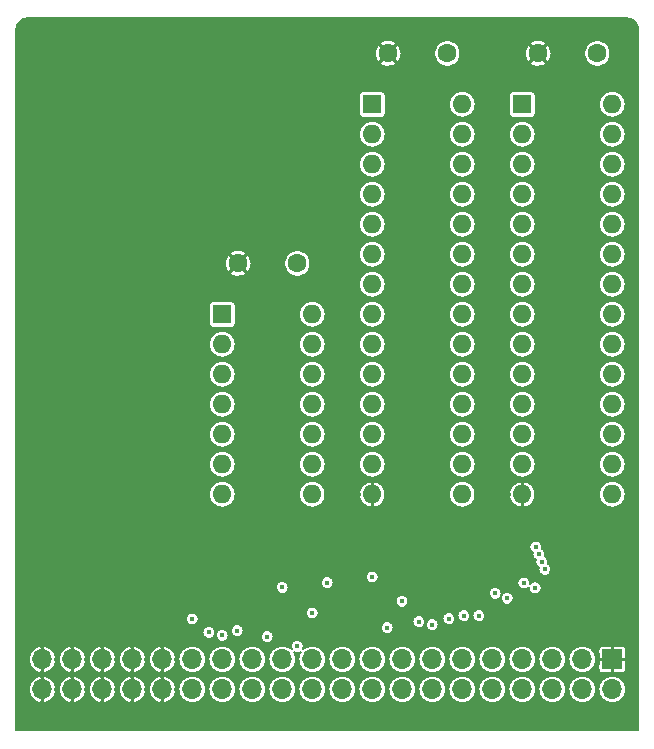
<source format=gbr>
G04 #@! TF.GenerationSoftware,KiCad,Pcbnew,(5.1.0-0)*
G04 #@! TF.CreationDate,2019-10-09T20:03:15-07:00*
G04 #@! TF.ProjectId,RAMCard,52414d43-6172-4642-9e6b-696361645f70,rev?*
G04 #@! TF.SameCoordinates,Original*
G04 #@! TF.FileFunction,Copper,L2,Inr*
G04 #@! TF.FilePolarity,Positive*
%FSLAX46Y46*%
G04 Gerber Fmt 4.6, Leading zero omitted, Abs format (unit mm)*
G04 Created by KiCad (PCBNEW (5.1.0-0)) date 2019-10-09 20:03:15*
%MOMM*%
%LPD*%
G04 APERTURE LIST*
%ADD10O,1.700000X1.700000*%
%ADD11R,1.700000X1.700000*%
%ADD12C,1.600000*%
%ADD13O,1.600000X1.600000*%
%ADD14R,1.600000X1.600000*%
%ADD15C,0.450000*%
%ADD16C,0.127000*%
G04 APERTURE END LIST*
D10*
X101600000Y-110490000D03*
X101600000Y-107950000D03*
X104140000Y-110490000D03*
X104140000Y-107950000D03*
X106680000Y-110490000D03*
X106680000Y-107950000D03*
X109220000Y-110490000D03*
X109220000Y-107950000D03*
X111760000Y-110490000D03*
X111760000Y-107950000D03*
X114300000Y-110490000D03*
X114300000Y-107950000D03*
X116840000Y-110490000D03*
X116840000Y-107950000D03*
X119380000Y-110490000D03*
X119380000Y-107950000D03*
X121920000Y-110490000D03*
X121920000Y-107950000D03*
X124460000Y-110490000D03*
X124460000Y-107950000D03*
X127000000Y-110490000D03*
X127000000Y-107950000D03*
X129540000Y-110490000D03*
X129540000Y-107950000D03*
X132080000Y-110490000D03*
X132080000Y-107950000D03*
X134620000Y-110490000D03*
X134620000Y-107950000D03*
X137160000Y-110490000D03*
X137160000Y-107950000D03*
X139700000Y-110490000D03*
X139700000Y-107950000D03*
X142240000Y-110490000D03*
X142240000Y-107950000D03*
X144780000Y-110490000D03*
X144780000Y-107950000D03*
X147320000Y-110490000D03*
X147320000Y-107950000D03*
X149860000Y-110490000D03*
D11*
X149860000Y-107950000D03*
D12*
X118190000Y-74422000D03*
X123190000Y-74422000D03*
D13*
X149860000Y-60960000D03*
X142240000Y-93980000D03*
X149860000Y-63500000D03*
X142240000Y-91440000D03*
X149860000Y-66040000D03*
X142240000Y-88900000D03*
X149860000Y-68580000D03*
X142240000Y-86360000D03*
X149860000Y-71120000D03*
X142240000Y-83820000D03*
X149860000Y-73660000D03*
X142240000Y-81280000D03*
X149860000Y-76200000D03*
X142240000Y-78740000D03*
X149860000Y-78740000D03*
X142240000Y-76200000D03*
X149860000Y-81280000D03*
X142240000Y-73660000D03*
X149860000Y-83820000D03*
X142240000Y-71120000D03*
X149860000Y-86360000D03*
X142240000Y-68580000D03*
X149860000Y-88900000D03*
X142240000Y-66040000D03*
X149860000Y-91440000D03*
X142240000Y-63500000D03*
X149860000Y-93980000D03*
D14*
X142240000Y-60960000D03*
X116840000Y-78740000D03*
D13*
X124460000Y-93980000D03*
X116840000Y-81280000D03*
X124460000Y-91440000D03*
X116840000Y-83820000D03*
X124460000Y-88900000D03*
X116840000Y-86360000D03*
X124460000Y-86360000D03*
X116840000Y-88900000D03*
X124460000Y-83820000D03*
X116840000Y-91440000D03*
X124460000Y-81280000D03*
X116840000Y-93980000D03*
X124460000Y-78740000D03*
X137160000Y-60960000D03*
X129540000Y-93980000D03*
X137160000Y-63500000D03*
X129540000Y-91440000D03*
X137160000Y-66040000D03*
X129540000Y-88900000D03*
X137160000Y-68580000D03*
X129540000Y-86360000D03*
X137160000Y-71120000D03*
X129540000Y-83820000D03*
X137160000Y-73660000D03*
X129540000Y-81280000D03*
X137160000Y-76200000D03*
X129540000Y-78740000D03*
X137160000Y-78740000D03*
X129540000Y-76200000D03*
X137160000Y-81280000D03*
X129540000Y-73660000D03*
X137160000Y-83820000D03*
X129540000Y-71120000D03*
X137160000Y-86360000D03*
X129540000Y-68580000D03*
X137160000Y-88900000D03*
X129540000Y-66040000D03*
X137160000Y-91440000D03*
X129540000Y-63500000D03*
X137160000Y-93980000D03*
D14*
X129540000Y-60960000D03*
D12*
X130890000Y-56642000D03*
X135890000Y-56642000D03*
X143590000Y-56642000D03*
X148590000Y-56642000D03*
D15*
X115697000Y-105664000D03*
X114300000Y-104521000D03*
X118110000Y-105502500D03*
X116840000Y-105918000D03*
X120650000Y-106010500D03*
X123190000Y-106841510D03*
X121920000Y-101854000D03*
X125730000Y-101438490D03*
X124460000Y-104013000D03*
X130810000Y-105248470D03*
X129540000Y-100965000D03*
X133477000Y-104740450D03*
X132049898Y-103031521D03*
X136017000Y-104486440D03*
X134620000Y-104994449D03*
X138557000Y-104232430D03*
X137287000Y-104232430D03*
X140970000Y-102777510D03*
X139954000Y-102362000D03*
X143323989Y-101888510D03*
X142367000Y-101473000D03*
X144145000Y-100330000D03*
X143891000Y-99695000D03*
X143637000Y-99060000D03*
X143383000Y-98425000D03*
D16*
G36*
X151309830Y-53701775D02*
G01*
X151482818Y-53754003D01*
X151642365Y-53838836D01*
X151782391Y-53953038D01*
X151897569Y-54092264D01*
X151983513Y-54251215D01*
X152036948Y-54423832D01*
X152057501Y-54619390D01*
X152057500Y-113957500D01*
X99402500Y-113957500D01*
X99402500Y-110426498D01*
X100432500Y-110426498D01*
X100432500Y-110553502D01*
X100513599Y-110553502D01*
X100458511Y-110735086D01*
X100528258Y-110953070D01*
X100639192Y-111153259D01*
X100787049Y-111327959D01*
X100966147Y-111470457D01*
X101169604Y-111575276D01*
X101354915Y-111631486D01*
X101536500Y-111576271D01*
X101536500Y-110553500D01*
X101516500Y-110553500D01*
X101516500Y-110426500D01*
X101536500Y-110426500D01*
X101536500Y-109403729D01*
X101663500Y-109403729D01*
X101663500Y-110426500D01*
X101683500Y-110426500D01*
X101683500Y-110553500D01*
X101663500Y-110553500D01*
X101663500Y-111576271D01*
X101845085Y-111631486D01*
X102030396Y-111575276D01*
X102233853Y-111470457D01*
X102412951Y-111327959D01*
X102560808Y-111153259D01*
X102671742Y-110953070D01*
X102741489Y-110735086D01*
X102686401Y-110553502D01*
X102767500Y-110553502D01*
X102767500Y-110426498D01*
X102972500Y-110426498D01*
X102972500Y-110553502D01*
X103053599Y-110553502D01*
X102998511Y-110735086D01*
X103068258Y-110953070D01*
X103179192Y-111153259D01*
X103327049Y-111327959D01*
X103506147Y-111470457D01*
X103709604Y-111575276D01*
X103894915Y-111631486D01*
X104076500Y-111576271D01*
X104076500Y-110553500D01*
X104056500Y-110553500D01*
X104056500Y-110426500D01*
X104076500Y-110426500D01*
X104076500Y-109403729D01*
X104203500Y-109403729D01*
X104203500Y-110426500D01*
X104223500Y-110426500D01*
X104223500Y-110553500D01*
X104203500Y-110553500D01*
X104203500Y-111576271D01*
X104385085Y-111631486D01*
X104570396Y-111575276D01*
X104773853Y-111470457D01*
X104952951Y-111327959D01*
X105100808Y-111153259D01*
X105211742Y-110953070D01*
X105281489Y-110735086D01*
X105226401Y-110553502D01*
X105307500Y-110553502D01*
X105307500Y-110426498D01*
X105512500Y-110426498D01*
X105512500Y-110553502D01*
X105593599Y-110553502D01*
X105538511Y-110735086D01*
X105608258Y-110953070D01*
X105719192Y-111153259D01*
X105867049Y-111327959D01*
X106046147Y-111470457D01*
X106249604Y-111575276D01*
X106434915Y-111631486D01*
X106616500Y-111576271D01*
X106616500Y-110553500D01*
X106596500Y-110553500D01*
X106596500Y-110426500D01*
X106616500Y-110426500D01*
X106616500Y-109403729D01*
X106743500Y-109403729D01*
X106743500Y-110426500D01*
X106763500Y-110426500D01*
X106763500Y-110553500D01*
X106743500Y-110553500D01*
X106743500Y-111576271D01*
X106925085Y-111631486D01*
X107110396Y-111575276D01*
X107313853Y-111470457D01*
X107492951Y-111327959D01*
X107640808Y-111153259D01*
X107751742Y-110953070D01*
X107821489Y-110735086D01*
X107766401Y-110553502D01*
X107847500Y-110553502D01*
X107847500Y-110426498D01*
X108052500Y-110426498D01*
X108052500Y-110553502D01*
X108133599Y-110553502D01*
X108078511Y-110735086D01*
X108148258Y-110953070D01*
X108259192Y-111153259D01*
X108407049Y-111327959D01*
X108586147Y-111470457D01*
X108789604Y-111575276D01*
X108974915Y-111631486D01*
X109156500Y-111576271D01*
X109156500Y-110553500D01*
X109136500Y-110553500D01*
X109136500Y-110426500D01*
X109156500Y-110426500D01*
X109156500Y-109403729D01*
X109283500Y-109403729D01*
X109283500Y-110426500D01*
X109303500Y-110426500D01*
X109303500Y-110553500D01*
X109283500Y-110553500D01*
X109283500Y-111576271D01*
X109465085Y-111631486D01*
X109650396Y-111575276D01*
X109853853Y-111470457D01*
X110032951Y-111327959D01*
X110180808Y-111153259D01*
X110291742Y-110953070D01*
X110361489Y-110735086D01*
X110306401Y-110553502D01*
X110387500Y-110553502D01*
X110387500Y-110426498D01*
X110592500Y-110426498D01*
X110592500Y-110553502D01*
X110673599Y-110553502D01*
X110618511Y-110735086D01*
X110688258Y-110953070D01*
X110799192Y-111153259D01*
X110947049Y-111327959D01*
X111126147Y-111470457D01*
X111329604Y-111575276D01*
X111514915Y-111631486D01*
X111696500Y-111576271D01*
X111696500Y-110553500D01*
X111676500Y-110553500D01*
X111676500Y-110426500D01*
X111696500Y-110426500D01*
X111696500Y-109403729D01*
X111823500Y-109403729D01*
X111823500Y-110426500D01*
X111843500Y-110426500D01*
X111843500Y-110553500D01*
X111823500Y-110553500D01*
X111823500Y-111576271D01*
X112005085Y-111631486D01*
X112190396Y-111575276D01*
X112393853Y-111470457D01*
X112572951Y-111327959D01*
X112720808Y-111153259D01*
X112831742Y-110953070D01*
X112901489Y-110735086D01*
X112846401Y-110553502D01*
X112927500Y-110553502D01*
X112927500Y-110490000D01*
X113126851Y-110490000D01*
X113149393Y-110718870D01*
X113216152Y-110938945D01*
X113324562Y-111141767D01*
X113470458Y-111319542D01*
X113648233Y-111465438D01*
X113851055Y-111573848D01*
X114071130Y-111640607D01*
X114242645Y-111657500D01*
X114357355Y-111657500D01*
X114528870Y-111640607D01*
X114748945Y-111573848D01*
X114951767Y-111465438D01*
X115129542Y-111319542D01*
X115275438Y-111141767D01*
X115383848Y-110938945D01*
X115450607Y-110718870D01*
X115473149Y-110490000D01*
X115666851Y-110490000D01*
X115689393Y-110718870D01*
X115756152Y-110938945D01*
X115864562Y-111141767D01*
X116010458Y-111319542D01*
X116188233Y-111465438D01*
X116391055Y-111573848D01*
X116611130Y-111640607D01*
X116782645Y-111657500D01*
X116897355Y-111657500D01*
X117068870Y-111640607D01*
X117288945Y-111573848D01*
X117491767Y-111465438D01*
X117669542Y-111319542D01*
X117815438Y-111141767D01*
X117923848Y-110938945D01*
X117990607Y-110718870D01*
X118013149Y-110490000D01*
X118206851Y-110490000D01*
X118229393Y-110718870D01*
X118296152Y-110938945D01*
X118404562Y-111141767D01*
X118550458Y-111319542D01*
X118728233Y-111465438D01*
X118931055Y-111573848D01*
X119151130Y-111640607D01*
X119322645Y-111657500D01*
X119437355Y-111657500D01*
X119608870Y-111640607D01*
X119828945Y-111573848D01*
X120031767Y-111465438D01*
X120209542Y-111319542D01*
X120355438Y-111141767D01*
X120463848Y-110938945D01*
X120530607Y-110718870D01*
X120553149Y-110490000D01*
X120746851Y-110490000D01*
X120769393Y-110718870D01*
X120836152Y-110938945D01*
X120944562Y-111141767D01*
X121090458Y-111319542D01*
X121268233Y-111465438D01*
X121471055Y-111573848D01*
X121691130Y-111640607D01*
X121862645Y-111657500D01*
X121977355Y-111657500D01*
X122148870Y-111640607D01*
X122368945Y-111573848D01*
X122571767Y-111465438D01*
X122749542Y-111319542D01*
X122895438Y-111141767D01*
X123003848Y-110938945D01*
X123070607Y-110718870D01*
X123093149Y-110490000D01*
X123286851Y-110490000D01*
X123309393Y-110718870D01*
X123376152Y-110938945D01*
X123484562Y-111141767D01*
X123630458Y-111319542D01*
X123808233Y-111465438D01*
X124011055Y-111573848D01*
X124231130Y-111640607D01*
X124402645Y-111657500D01*
X124517355Y-111657500D01*
X124688870Y-111640607D01*
X124908945Y-111573848D01*
X125111767Y-111465438D01*
X125289542Y-111319542D01*
X125435438Y-111141767D01*
X125543848Y-110938945D01*
X125610607Y-110718870D01*
X125633149Y-110490000D01*
X125826851Y-110490000D01*
X125849393Y-110718870D01*
X125916152Y-110938945D01*
X126024562Y-111141767D01*
X126170458Y-111319542D01*
X126348233Y-111465438D01*
X126551055Y-111573848D01*
X126771130Y-111640607D01*
X126942645Y-111657500D01*
X127057355Y-111657500D01*
X127228870Y-111640607D01*
X127448945Y-111573848D01*
X127651767Y-111465438D01*
X127829542Y-111319542D01*
X127975438Y-111141767D01*
X128083848Y-110938945D01*
X128150607Y-110718870D01*
X128173149Y-110490000D01*
X128366851Y-110490000D01*
X128389393Y-110718870D01*
X128456152Y-110938945D01*
X128564562Y-111141767D01*
X128710458Y-111319542D01*
X128888233Y-111465438D01*
X129091055Y-111573848D01*
X129311130Y-111640607D01*
X129482645Y-111657500D01*
X129597355Y-111657500D01*
X129768870Y-111640607D01*
X129988945Y-111573848D01*
X130191767Y-111465438D01*
X130369542Y-111319542D01*
X130515438Y-111141767D01*
X130623848Y-110938945D01*
X130690607Y-110718870D01*
X130713149Y-110490000D01*
X130906851Y-110490000D01*
X130929393Y-110718870D01*
X130996152Y-110938945D01*
X131104562Y-111141767D01*
X131250458Y-111319542D01*
X131428233Y-111465438D01*
X131631055Y-111573848D01*
X131851130Y-111640607D01*
X132022645Y-111657500D01*
X132137355Y-111657500D01*
X132308870Y-111640607D01*
X132528945Y-111573848D01*
X132731767Y-111465438D01*
X132909542Y-111319542D01*
X133055438Y-111141767D01*
X133163848Y-110938945D01*
X133230607Y-110718870D01*
X133253149Y-110490000D01*
X133446851Y-110490000D01*
X133469393Y-110718870D01*
X133536152Y-110938945D01*
X133644562Y-111141767D01*
X133790458Y-111319542D01*
X133968233Y-111465438D01*
X134171055Y-111573848D01*
X134391130Y-111640607D01*
X134562645Y-111657500D01*
X134677355Y-111657500D01*
X134848870Y-111640607D01*
X135068945Y-111573848D01*
X135271767Y-111465438D01*
X135449542Y-111319542D01*
X135595438Y-111141767D01*
X135703848Y-110938945D01*
X135770607Y-110718870D01*
X135793149Y-110490000D01*
X135986851Y-110490000D01*
X136009393Y-110718870D01*
X136076152Y-110938945D01*
X136184562Y-111141767D01*
X136330458Y-111319542D01*
X136508233Y-111465438D01*
X136711055Y-111573848D01*
X136931130Y-111640607D01*
X137102645Y-111657500D01*
X137217355Y-111657500D01*
X137388870Y-111640607D01*
X137608945Y-111573848D01*
X137811767Y-111465438D01*
X137989542Y-111319542D01*
X138135438Y-111141767D01*
X138243848Y-110938945D01*
X138310607Y-110718870D01*
X138333149Y-110490000D01*
X138526851Y-110490000D01*
X138549393Y-110718870D01*
X138616152Y-110938945D01*
X138724562Y-111141767D01*
X138870458Y-111319542D01*
X139048233Y-111465438D01*
X139251055Y-111573848D01*
X139471130Y-111640607D01*
X139642645Y-111657500D01*
X139757355Y-111657500D01*
X139928870Y-111640607D01*
X140148945Y-111573848D01*
X140351767Y-111465438D01*
X140529542Y-111319542D01*
X140675438Y-111141767D01*
X140783848Y-110938945D01*
X140850607Y-110718870D01*
X140873149Y-110490000D01*
X141066851Y-110490000D01*
X141089393Y-110718870D01*
X141156152Y-110938945D01*
X141264562Y-111141767D01*
X141410458Y-111319542D01*
X141588233Y-111465438D01*
X141791055Y-111573848D01*
X142011130Y-111640607D01*
X142182645Y-111657500D01*
X142297355Y-111657500D01*
X142468870Y-111640607D01*
X142688945Y-111573848D01*
X142891767Y-111465438D01*
X143069542Y-111319542D01*
X143215438Y-111141767D01*
X143323848Y-110938945D01*
X143390607Y-110718870D01*
X143413149Y-110490000D01*
X143606851Y-110490000D01*
X143629393Y-110718870D01*
X143696152Y-110938945D01*
X143804562Y-111141767D01*
X143950458Y-111319542D01*
X144128233Y-111465438D01*
X144331055Y-111573848D01*
X144551130Y-111640607D01*
X144722645Y-111657500D01*
X144837355Y-111657500D01*
X145008870Y-111640607D01*
X145228945Y-111573848D01*
X145431767Y-111465438D01*
X145609542Y-111319542D01*
X145755438Y-111141767D01*
X145863848Y-110938945D01*
X145930607Y-110718870D01*
X145953149Y-110490000D01*
X146146851Y-110490000D01*
X146169393Y-110718870D01*
X146236152Y-110938945D01*
X146344562Y-111141767D01*
X146490458Y-111319542D01*
X146668233Y-111465438D01*
X146871055Y-111573848D01*
X147091130Y-111640607D01*
X147262645Y-111657500D01*
X147377355Y-111657500D01*
X147548870Y-111640607D01*
X147768945Y-111573848D01*
X147971767Y-111465438D01*
X148149542Y-111319542D01*
X148295438Y-111141767D01*
X148403848Y-110938945D01*
X148470607Y-110718870D01*
X148493149Y-110490000D01*
X148686851Y-110490000D01*
X148709393Y-110718870D01*
X148776152Y-110938945D01*
X148884562Y-111141767D01*
X149030458Y-111319542D01*
X149208233Y-111465438D01*
X149411055Y-111573848D01*
X149631130Y-111640607D01*
X149802645Y-111657500D01*
X149917355Y-111657500D01*
X150088870Y-111640607D01*
X150308945Y-111573848D01*
X150511767Y-111465438D01*
X150689542Y-111319542D01*
X150835438Y-111141767D01*
X150943848Y-110938945D01*
X151010607Y-110718870D01*
X151033149Y-110490000D01*
X151010607Y-110261130D01*
X150943848Y-110041055D01*
X150835438Y-109838233D01*
X150689542Y-109660458D01*
X150511767Y-109514562D01*
X150308945Y-109406152D01*
X150088870Y-109339393D01*
X149917355Y-109322500D01*
X149802645Y-109322500D01*
X149631130Y-109339393D01*
X149411055Y-109406152D01*
X149208233Y-109514562D01*
X149030458Y-109660458D01*
X148884562Y-109838233D01*
X148776152Y-110041055D01*
X148709393Y-110261130D01*
X148686851Y-110490000D01*
X148493149Y-110490000D01*
X148470607Y-110261130D01*
X148403848Y-110041055D01*
X148295438Y-109838233D01*
X148149542Y-109660458D01*
X147971767Y-109514562D01*
X147768945Y-109406152D01*
X147548870Y-109339393D01*
X147377355Y-109322500D01*
X147262645Y-109322500D01*
X147091130Y-109339393D01*
X146871055Y-109406152D01*
X146668233Y-109514562D01*
X146490458Y-109660458D01*
X146344562Y-109838233D01*
X146236152Y-110041055D01*
X146169393Y-110261130D01*
X146146851Y-110490000D01*
X145953149Y-110490000D01*
X145930607Y-110261130D01*
X145863848Y-110041055D01*
X145755438Y-109838233D01*
X145609542Y-109660458D01*
X145431767Y-109514562D01*
X145228945Y-109406152D01*
X145008870Y-109339393D01*
X144837355Y-109322500D01*
X144722645Y-109322500D01*
X144551130Y-109339393D01*
X144331055Y-109406152D01*
X144128233Y-109514562D01*
X143950458Y-109660458D01*
X143804562Y-109838233D01*
X143696152Y-110041055D01*
X143629393Y-110261130D01*
X143606851Y-110490000D01*
X143413149Y-110490000D01*
X143390607Y-110261130D01*
X143323848Y-110041055D01*
X143215438Y-109838233D01*
X143069542Y-109660458D01*
X142891767Y-109514562D01*
X142688945Y-109406152D01*
X142468870Y-109339393D01*
X142297355Y-109322500D01*
X142182645Y-109322500D01*
X142011130Y-109339393D01*
X141791055Y-109406152D01*
X141588233Y-109514562D01*
X141410458Y-109660458D01*
X141264562Y-109838233D01*
X141156152Y-110041055D01*
X141089393Y-110261130D01*
X141066851Y-110490000D01*
X140873149Y-110490000D01*
X140850607Y-110261130D01*
X140783848Y-110041055D01*
X140675438Y-109838233D01*
X140529542Y-109660458D01*
X140351767Y-109514562D01*
X140148945Y-109406152D01*
X139928870Y-109339393D01*
X139757355Y-109322500D01*
X139642645Y-109322500D01*
X139471130Y-109339393D01*
X139251055Y-109406152D01*
X139048233Y-109514562D01*
X138870458Y-109660458D01*
X138724562Y-109838233D01*
X138616152Y-110041055D01*
X138549393Y-110261130D01*
X138526851Y-110490000D01*
X138333149Y-110490000D01*
X138310607Y-110261130D01*
X138243848Y-110041055D01*
X138135438Y-109838233D01*
X137989542Y-109660458D01*
X137811767Y-109514562D01*
X137608945Y-109406152D01*
X137388870Y-109339393D01*
X137217355Y-109322500D01*
X137102645Y-109322500D01*
X136931130Y-109339393D01*
X136711055Y-109406152D01*
X136508233Y-109514562D01*
X136330458Y-109660458D01*
X136184562Y-109838233D01*
X136076152Y-110041055D01*
X136009393Y-110261130D01*
X135986851Y-110490000D01*
X135793149Y-110490000D01*
X135770607Y-110261130D01*
X135703848Y-110041055D01*
X135595438Y-109838233D01*
X135449542Y-109660458D01*
X135271767Y-109514562D01*
X135068945Y-109406152D01*
X134848870Y-109339393D01*
X134677355Y-109322500D01*
X134562645Y-109322500D01*
X134391130Y-109339393D01*
X134171055Y-109406152D01*
X133968233Y-109514562D01*
X133790458Y-109660458D01*
X133644562Y-109838233D01*
X133536152Y-110041055D01*
X133469393Y-110261130D01*
X133446851Y-110490000D01*
X133253149Y-110490000D01*
X133230607Y-110261130D01*
X133163848Y-110041055D01*
X133055438Y-109838233D01*
X132909542Y-109660458D01*
X132731767Y-109514562D01*
X132528945Y-109406152D01*
X132308870Y-109339393D01*
X132137355Y-109322500D01*
X132022645Y-109322500D01*
X131851130Y-109339393D01*
X131631055Y-109406152D01*
X131428233Y-109514562D01*
X131250458Y-109660458D01*
X131104562Y-109838233D01*
X130996152Y-110041055D01*
X130929393Y-110261130D01*
X130906851Y-110490000D01*
X130713149Y-110490000D01*
X130690607Y-110261130D01*
X130623848Y-110041055D01*
X130515438Y-109838233D01*
X130369542Y-109660458D01*
X130191767Y-109514562D01*
X129988945Y-109406152D01*
X129768870Y-109339393D01*
X129597355Y-109322500D01*
X129482645Y-109322500D01*
X129311130Y-109339393D01*
X129091055Y-109406152D01*
X128888233Y-109514562D01*
X128710458Y-109660458D01*
X128564562Y-109838233D01*
X128456152Y-110041055D01*
X128389393Y-110261130D01*
X128366851Y-110490000D01*
X128173149Y-110490000D01*
X128150607Y-110261130D01*
X128083848Y-110041055D01*
X127975438Y-109838233D01*
X127829542Y-109660458D01*
X127651767Y-109514562D01*
X127448945Y-109406152D01*
X127228870Y-109339393D01*
X127057355Y-109322500D01*
X126942645Y-109322500D01*
X126771130Y-109339393D01*
X126551055Y-109406152D01*
X126348233Y-109514562D01*
X126170458Y-109660458D01*
X126024562Y-109838233D01*
X125916152Y-110041055D01*
X125849393Y-110261130D01*
X125826851Y-110490000D01*
X125633149Y-110490000D01*
X125610607Y-110261130D01*
X125543848Y-110041055D01*
X125435438Y-109838233D01*
X125289542Y-109660458D01*
X125111767Y-109514562D01*
X124908945Y-109406152D01*
X124688870Y-109339393D01*
X124517355Y-109322500D01*
X124402645Y-109322500D01*
X124231130Y-109339393D01*
X124011055Y-109406152D01*
X123808233Y-109514562D01*
X123630458Y-109660458D01*
X123484562Y-109838233D01*
X123376152Y-110041055D01*
X123309393Y-110261130D01*
X123286851Y-110490000D01*
X123093149Y-110490000D01*
X123070607Y-110261130D01*
X123003848Y-110041055D01*
X122895438Y-109838233D01*
X122749542Y-109660458D01*
X122571767Y-109514562D01*
X122368945Y-109406152D01*
X122148870Y-109339393D01*
X121977355Y-109322500D01*
X121862645Y-109322500D01*
X121691130Y-109339393D01*
X121471055Y-109406152D01*
X121268233Y-109514562D01*
X121090458Y-109660458D01*
X120944562Y-109838233D01*
X120836152Y-110041055D01*
X120769393Y-110261130D01*
X120746851Y-110490000D01*
X120553149Y-110490000D01*
X120530607Y-110261130D01*
X120463848Y-110041055D01*
X120355438Y-109838233D01*
X120209542Y-109660458D01*
X120031767Y-109514562D01*
X119828945Y-109406152D01*
X119608870Y-109339393D01*
X119437355Y-109322500D01*
X119322645Y-109322500D01*
X119151130Y-109339393D01*
X118931055Y-109406152D01*
X118728233Y-109514562D01*
X118550458Y-109660458D01*
X118404562Y-109838233D01*
X118296152Y-110041055D01*
X118229393Y-110261130D01*
X118206851Y-110490000D01*
X118013149Y-110490000D01*
X117990607Y-110261130D01*
X117923848Y-110041055D01*
X117815438Y-109838233D01*
X117669542Y-109660458D01*
X117491767Y-109514562D01*
X117288945Y-109406152D01*
X117068870Y-109339393D01*
X116897355Y-109322500D01*
X116782645Y-109322500D01*
X116611130Y-109339393D01*
X116391055Y-109406152D01*
X116188233Y-109514562D01*
X116010458Y-109660458D01*
X115864562Y-109838233D01*
X115756152Y-110041055D01*
X115689393Y-110261130D01*
X115666851Y-110490000D01*
X115473149Y-110490000D01*
X115450607Y-110261130D01*
X115383848Y-110041055D01*
X115275438Y-109838233D01*
X115129542Y-109660458D01*
X114951767Y-109514562D01*
X114748945Y-109406152D01*
X114528870Y-109339393D01*
X114357355Y-109322500D01*
X114242645Y-109322500D01*
X114071130Y-109339393D01*
X113851055Y-109406152D01*
X113648233Y-109514562D01*
X113470458Y-109660458D01*
X113324562Y-109838233D01*
X113216152Y-110041055D01*
X113149393Y-110261130D01*
X113126851Y-110490000D01*
X112927500Y-110490000D01*
X112927500Y-110426498D01*
X112846401Y-110426498D01*
X112901489Y-110244914D01*
X112831742Y-110026930D01*
X112720808Y-109826741D01*
X112572951Y-109652041D01*
X112393853Y-109509543D01*
X112190396Y-109404724D01*
X112005085Y-109348514D01*
X111823500Y-109403729D01*
X111696500Y-109403729D01*
X111514915Y-109348514D01*
X111329604Y-109404724D01*
X111126147Y-109509543D01*
X110947049Y-109652041D01*
X110799192Y-109826741D01*
X110688258Y-110026930D01*
X110618511Y-110244914D01*
X110673599Y-110426498D01*
X110592500Y-110426498D01*
X110387500Y-110426498D01*
X110306401Y-110426498D01*
X110361489Y-110244914D01*
X110291742Y-110026930D01*
X110180808Y-109826741D01*
X110032951Y-109652041D01*
X109853853Y-109509543D01*
X109650396Y-109404724D01*
X109465085Y-109348514D01*
X109283500Y-109403729D01*
X109156500Y-109403729D01*
X108974915Y-109348514D01*
X108789604Y-109404724D01*
X108586147Y-109509543D01*
X108407049Y-109652041D01*
X108259192Y-109826741D01*
X108148258Y-110026930D01*
X108078511Y-110244914D01*
X108133599Y-110426498D01*
X108052500Y-110426498D01*
X107847500Y-110426498D01*
X107766401Y-110426498D01*
X107821489Y-110244914D01*
X107751742Y-110026930D01*
X107640808Y-109826741D01*
X107492951Y-109652041D01*
X107313853Y-109509543D01*
X107110396Y-109404724D01*
X106925085Y-109348514D01*
X106743500Y-109403729D01*
X106616500Y-109403729D01*
X106434915Y-109348514D01*
X106249604Y-109404724D01*
X106046147Y-109509543D01*
X105867049Y-109652041D01*
X105719192Y-109826741D01*
X105608258Y-110026930D01*
X105538511Y-110244914D01*
X105593599Y-110426498D01*
X105512500Y-110426498D01*
X105307500Y-110426498D01*
X105226401Y-110426498D01*
X105281489Y-110244914D01*
X105211742Y-110026930D01*
X105100808Y-109826741D01*
X104952951Y-109652041D01*
X104773853Y-109509543D01*
X104570396Y-109404724D01*
X104385085Y-109348514D01*
X104203500Y-109403729D01*
X104076500Y-109403729D01*
X103894915Y-109348514D01*
X103709604Y-109404724D01*
X103506147Y-109509543D01*
X103327049Y-109652041D01*
X103179192Y-109826741D01*
X103068258Y-110026930D01*
X102998511Y-110244914D01*
X103053599Y-110426498D01*
X102972500Y-110426498D01*
X102767500Y-110426498D01*
X102686401Y-110426498D01*
X102741489Y-110244914D01*
X102671742Y-110026930D01*
X102560808Y-109826741D01*
X102412951Y-109652041D01*
X102233853Y-109509543D01*
X102030396Y-109404724D01*
X101845085Y-109348514D01*
X101663500Y-109403729D01*
X101536500Y-109403729D01*
X101354915Y-109348514D01*
X101169604Y-109404724D01*
X100966147Y-109509543D01*
X100787049Y-109652041D01*
X100639192Y-109826741D01*
X100528258Y-110026930D01*
X100458511Y-110244914D01*
X100513599Y-110426498D01*
X100432500Y-110426498D01*
X99402500Y-110426498D01*
X99402500Y-107886498D01*
X100432500Y-107886498D01*
X100432500Y-108013502D01*
X100513599Y-108013502D01*
X100458511Y-108195086D01*
X100528258Y-108413070D01*
X100639192Y-108613259D01*
X100787049Y-108787959D01*
X100966147Y-108930457D01*
X101169604Y-109035276D01*
X101354915Y-109091486D01*
X101536500Y-109036271D01*
X101536500Y-108013500D01*
X101516500Y-108013500D01*
X101516500Y-107886500D01*
X101536500Y-107886500D01*
X101536500Y-106863729D01*
X101663500Y-106863729D01*
X101663500Y-107886500D01*
X101683500Y-107886500D01*
X101683500Y-108013500D01*
X101663500Y-108013500D01*
X101663500Y-109036271D01*
X101845085Y-109091486D01*
X102030396Y-109035276D01*
X102233853Y-108930457D01*
X102412951Y-108787959D01*
X102560808Y-108613259D01*
X102671742Y-108413070D01*
X102741489Y-108195086D01*
X102686401Y-108013502D01*
X102767500Y-108013502D01*
X102767500Y-107886498D01*
X102972500Y-107886498D01*
X102972500Y-108013502D01*
X103053599Y-108013502D01*
X102998511Y-108195086D01*
X103068258Y-108413070D01*
X103179192Y-108613259D01*
X103327049Y-108787959D01*
X103506147Y-108930457D01*
X103709604Y-109035276D01*
X103894915Y-109091486D01*
X104076500Y-109036271D01*
X104076500Y-108013500D01*
X104056500Y-108013500D01*
X104056500Y-107886500D01*
X104076500Y-107886500D01*
X104076500Y-106863729D01*
X104203500Y-106863729D01*
X104203500Y-107886500D01*
X104223500Y-107886500D01*
X104223500Y-108013500D01*
X104203500Y-108013500D01*
X104203500Y-109036271D01*
X104385085Y-109091486D01*
X104570396Y-109035276D01*
X104773853Y-108930457D01*
X104952951Y-108787959D01*
X105100808Y-108613259D01*
X105211742Y-108413070D01*
X105281489Y-108195086D01*
X105226401Y-108013502D01*
X105307500Y-108013502D01*
X105307500Y-107886498D01*
X105512500Y-107886498D01*
X105512500Y-108013502D01*
X105593599Y-108013502D01*
X105538511Y-108195086D01*
X105608258Y-108413070D01*
X105719192Y-108613259D01*
X105867049Y-108787959D01*
X106046147Y-108930457D01*
X106249604Y-109035276D01*
X106434915Y-109091486D01*
X106616500Y-109036271D01*
X106616500Y-108013500D01*
X106596500Y-108013500D01*
X106596500Y-107886500D01*
X106616500Y-107886500D01*
X106616500Y-106863729D01*
X106743500Y-106863729D01*
X106743500Y-107886500D01*
X106763500Y-107886500D01*
X106763500Y-108013500D01*
X106743500Y-108013500D01*
X106743500Y-109036271D01*
X106925085Y-109091486D01*
X107110396Y-109035276D01*
X107313853Y-108930457D01*
X107492951Y-108787959D01*
X107640808Y-108613259D01*
X107751742Y-108413070D01*
X107821489Y-108195086D01*
X107766401Y-108013502D01*
X107847500Y-108013502D01*
X107847500Y-107886498D01*
X108052500Y-107886498D01*
X108052500Y-108013502D01*
X108133599Y-108013502D01*
X108078511Y-108195086D01*
X108148258Y-108413070D01*
X108259192Y-108613259D01*
X108407049Y-108787959D01*
X108586147Y-108930457D01*
X108789604Y-109035276D01*
X108974915Y-109091486D01*
X109156500Y-109036271D01*
X109156500Y-108013500D01*
X109136500Y-108013500D01*
X109136500Y-107886500D01*
X109156500Y-107886500D01*
X109156500Y-106863729D01*
X109283500Y-106863729D01*
X109283500Y-107886500D01*
X109303500Y-107886500D01*
X109303500Y-108013500D01*
X109283500Y-108013500D01*
X109283500Y-109036271D01*
X109465085Y-109091486D01*
X109650396Y-109035276D01*
X109853853Y-108930457D01*
X110032951Y-108787959D01*
X110180808Y-108613259D01*
X110291742Y-108413070D01*
X110361489Y-108195086D01*
X110306401Y-108013502D01*
X110387500Y-108013502D01*
X110387500Y-107886498D01*
X110592500Y-107886498D01*
X110592500Y-108013502D01*
X110673599Y-108013502D01*
X110618511Y-108195086D01*
X110688258Y-108413070D01*
X110799192Y-108613259D01*
X110947049Y-108787959D01*
X111126147Y-108930457D01*
X111329604Y-109035276D01*
X111514915Y-109091486D01*
X111696500Y-109036271D01*
X111696500Y-108013500D01*
X111676500Y-108013500D01*
X111676500Y-107886500D01*
X111696500Y-107886500D01*
X111696500Y-106863729D01*
X111823500Y-106863729D01*
X111823500Y-107886500D01*
X111843500Y-107886500D01*
X111843500Y-108013500D01*
X111823500Y-108013500D01*
X111823500Y-109036271D01*
X112005085Y-109091486D01*
X112190396Y-109035276D01*
X112393853Y-108930457D01*
X112572951Y-108787959D01*
X112720808Y-108613259D01*
X112831742Y-108413070D01*
X112901489Y-108195086D01*
X112846401Y-108013502D01*
X112927500Y-108013502D01*
X112927500Y-107950000D01*
X113126851Y-107950000D01*
X113149393Y-108178870D01*
X113216152Y-108398945D01*
X113324562Y-108601767D01*
X113470458Y-108779542D01*
X113648233Y-108925438D01*
X113851055Y-109033848D01*
X114071130Y-109100607D01*
X114242645Y-109117500D01*
X114357355Y-109117500D01*
X114528870Y-109100607D01*
X114748945Y-109033848D01*
X114951767Y-108925438D01*
X115129542Y-108779542D01*
X115275438Y-108601767D01*
X115383848Y-108398945D01*
X115450607Y-108178870D01*
X115473149Y-107950000D01*
X115666851Y-107950000D01*
X115689393Y-108178870D01*
X115756152Y-108398945D01*
X115864562Y-108601767D01*
X116010458Y-108779542D01*
X116188233Y-108925438D01*
X116391055Y-109033848D01*
X116611130Y-109100607D01*
X116782645Y-109117500D01*
X116897355Y-109117500D01*
X117068870Y-109100607D01*
X117288945Y-109033848D01*
X117491767Y-108925438D01*
X117669542Y-108779542D01*
X117815438Y-108601767D01*
X117923848Y-108398945D01*
X117990607Y-108178870D01*
X118013149Y-107950000D01*
X118206851Y-107950000D01*
X118229393Y-108178870D01*
X118296152Y-108398945D01*
X118404562Y-108601767D01*
X118550458Y-108779542D01*
X118728233Y-108925438D01*
X118931055Y-109033848D01*
X119151130Y-109100607D01*
X119322645Y-109117500D01*
X119437355Y-109117500D01*
X119608870Y-109100607D01*
X119828945Y-109033848D01*
X120031767Y-108925438D01*
X120209542Y-108779542D01*
X120355438Y-108601767D01*
X120463848Y-108398945D01*
X120530607Y-108178870D01*
X120553149Y-107950000D01*
X120746851Y-107950000D01*
X120769393Y-108178870D01*
X120836152Y-108398945D01*
X120944562Y-108601767D01*
X121090458Y-108779542D01*
X121268233Y-108925438D01*
X121471055Y-109033848D01*
X121691130Y-109100607D01*
X121862645Y-109117500D01*
X121977355Y-109117500D01*
X122148870Y-109100607D01*
X122368945Y-109033848D01*
X122571767Y-108925438D01*
X122749542Y-108779542D01*
X122895438Y-108601767D01*
X123003848Y-108398945D01*
X123070607Y-108178870D01*
X123093149Y-107950000D01*
X123070607Y-107721130D01*
X123003848Y-107501055D01*
X122895438Y-107298233D01*
X122893468Y-107295833D01*
X122933030Y-107322267D01*
X123031759Y-107363162D01*
X123136568Y-107384010D01*
X123243432Y-107384010D01*
X123348241Y-107363162D01*
X123446970Y-107322267D01*
X123486532Y-107295833D01*
X123484562Y-107298233D01*
X123376152Y-107501055D01*
X123309393Y-107721130D01*
X123286851Y-107950000D01*
X123309393Y-108178870D01*
X123376152Y-108398945D01*
X123484562Y-108601767D01*
X123630458Y-108779542D01*
X123808233Y-108925438D01*
X124011055Y-109033848D01*
X124231130Y-109100607D01*
X124402645Y-109117500D01*
X124517355Y-109117500D01*
X124688870Y-109100607D01*
X124908945Y-109033848D01*
X125111767Y-108925438D01*
X125289542Y-108779542D01*
X125435438Y-108601767D01*
X125543848Y-108398945D01*
X125610607Y-108178870D01*
X125633149Y-107950000D01*
X125826851Y-107950000D01*
X125849393Y-108178870D01*
X125916152Y-108398945D01*
X126024562Y-108601767D01*
X126170458Y-108779542D01*
X126348233Y-108925438D01*
X126551055Y-109033848D01*
X126771130Y-109100607D01*
X126942645Y-109117500D01*
X127057355Y-109117500D01*
X127228870Y-109100607D01*
X127448945Y-109033848D01*
X127651767Y-108925438D01*
X127829542Y-108779542D01*
X127975438Y-108601767D01*
X128083848Y-108398945D01*
X128150607Y-108178870D01*
X128173149Y-107950000D01*
X128366851Y-107950000D01*
X128389393Y-108178870D01*
X128456152Y-108398945D01*
X128564562Y-108601767D01*
X128710458Y-108779542D01*
X128888233Y-108925438D01*
X129091055Y-109033848D01*
X129311130Y-109100607D01*
X129482645Y-109117500D01*
X129597355Y-109117500D01*
X129768870Y-109100607D01*
X129988945Y-109033848D01*
X130191767Y-108925438D01*
X130369542Y-108779542D01*
X130515438Y-108601767D01*
X130623848Y-108398945D01*
X130690607Y-108178870D01*
X130713149Y-107950000D01*
X130906851Y-107950000D01*
X130929393Y-108178870D01*
X130996152Y-108398945D01*
X131104562Y-108601767D01*
X131250458Y-108779542D01*
X131428233Y-108925438D01*
X131631055Y-109033848D01*
X131851130Y-109100607D01*
X132022645Y-109117500D01*
X132137355Y-109117500D01*
X132308870Y-109100607D01*
X132528945Y-109033848D01*
X132731767Y-108925438D01*
X132909542Y-108779542D01*
X133055438Y-108601767D01*
X133163848Y-108398945D01*
X133230607Y-108178870D01*
X133253149Y-107950000D01*
X133446851Y-107950000D01*
X133469393Y-108178870D01*
X133536152Y-108398945D01*
X133644562Y-108601767D01*
X133790458Y-108779542D01*
X133968233Y-108925438D01*
X134171055Y-109033848D01*
X134391130Y-109100607D01*
X134562645Y-109117500D01*
X134677355Y-109117500D01*
X134848870Y-109100607D01*
X135068945Y-109033848D01*
X135271767Y-108925438D01*
X135449542Y-108779542D01*
X135595438Y-108601767D01*
X135703848Y-108398945D01*
X135770607Y-108178870D01*
X135793149Y-107950000D01*
X135986851Y-107950000D01*
X136009393Y-108178870D01*
X136076152Y-108398945D01*
X136184562Y-108601767D01*
X136330458Y-108779542D01*
X136508233Y-108925438D01*
X136711055Y-109033848D01*
X136931130Y-109100607D01*
X137102645Y-109117500D01*
X137217355Y-109117500D01*
X137388870Y-109100607D01*
X137608945Y-109033848D01*
X137811767Y-108925438D01*
X137989542Y-108779542D01*
X138135438Y-108601767D01*
X138243848Y-108398945D01*
X138310607Y-108178870D01*
X138333149Y-107950000D01*
X138526851Y-107950000D01*
X138549393Y-108178870D01*
X138616152Y-108398945D01*
X138724562Y-108601767D01*
X138870458Y-108779542D01*
X139048233Y-108925438D01*
X139251055Y-109033848D01*
X139471130Y-109100607D01*
X139642645Y-109117500D01*
X139757355Y-109117500D01*
X139928870Y-109100607D01*
X140148945Y-109033848D01*
X140351767Y-108925438D01*
X140529542Y-108779542D01*
X140675438Y-108601767D01*
X140783848Y-108398945D01*
X140850607Y-108178870D01*
X140873149Y-107950000D01*
X141066851Y-107950000D01*
X141089393Y-108178870D01*
X141156152Y-108398945D01*
X141264562Y-108601767D01*
X141410458Y-108779542D01*
X141588233Y-108925438D01*
X141791055Y-109033848D01*
X142011130Y-109100607D01*
X142182645Y-109117500D01*
X142297355Y-109117500D01*
X142468870Y-109100607D01*
X142688945Y-109033848D01*
X142891767Y-108925438D01*
X143069542Y-108779542D01*
X143215438Y-108601767D01*
X143323848Y-108398945D01*
X143390607Y-108178870D01*
X143413149Y-107950000D01*
X143606851Y-107950000D01*
X143629393Y-108178870D01*
X143696152Y-108398945D01*
X143804562Y-108601767D01*
X143950458Y-108779542D01*
X144128233Y-108925438D01*
X144331055Y-109033848D01*
X144551130Y-109100607D01*
X144722645Y-109117500D01*
X144837355Y-109117500D01*
X145008870Y-109100607D01*
X145228945Y-109033848D01*
X145431767Y-108925438D01*
X145609542Y-108779542D01*
X145755438Y-108601767D01*
X145863848Y-108398945D01*
X145930607Y-108178870D01*
X145953149Y-107950000D01*
X146146851Y-107950000D01*
X146169393Y-108178870D01*
X146236152Y-108398945D01*
X146344562Y-108601767D01*
X146490458Y-108779542D01*
X146668233Y-108925438D01*
X146871055Y-109033848D01*
X147091130Y-109100607D01*
X147262645Y-109117500D01*
X147377355Y-109117500D01*
X147548870Y-109100607D01*
X147768945Y-109033848D01*
X147971767Y-108925438D01*
X148124613Y-108800000D01*
X148690964Y-108800000D01*
X148697094Y-108862241D01*
X148715249Y-108922090D01*
X148744731Y-108977247D01*
X148784407Y-109025593D01*
X148832753Y-109065269D01*
X148887910Y-109094751D01*
X148947759Y-109112906D01*
X149010000Y-109119036D01*
X149717125Y-109117500D01*
X149796500Y-109038125D01*
X149796500Y-108013500D01*
X149923500Y-108013500D01*
X149923500Y-109038125D01*
X150002875Y-109117500D01*
X150710000Y-109119036D01*
X150772241Y-109112906D01*
X150832090Y-109094751D01*
X150887247Y-109065269D01*
X150935593Y-109025593D01*
X150975269Y-108977247D01*
X151004751Y-108922090D01*
X151022906Y-108862241D01*
X151029036Y-108800000D01*
X151027500Y-108092875D01*
X150948125Y-108013500D01*
X149923500Y-108013500D01*
X149796500Y-108013500D01*
X148771875Y-108013500D01*
X148692500Y-108092875D01*
X148690964Y-108800000D01*
X148124613Y-108800000D01*
X148149542Y-108779542D01*
X148295438Y-108601767D01*
X148403848Y-108398945D01*
X148470607Y-108178870D01*
X148493149Y-107950000D01*
X148470607Y-107721130D01*
X148403848Y-107501055D01*
X148295438Y-107298233D01*
X148149542Y-107120458D01*
X148124614Y-107100000D01*
X148690964Y-107100000D01*
X148692500Y-107807125D01*
X148771875Y-107886500D01*
X149796500Y-107886500D01*
X149796500Y-106861875D01*
X149923500Y-106861875D01*
X149923500Y-107886500D01*
X150948125Y-107886500D01*
X151027500Y-107807125D01*
X151029036Y-107100000D01*
X151022906Y-107037759D01*
X151004751Y-106977910D01*
X150975269Y-106922753D01*
X150935593Y-106874407D01*
X150887247Y-106834731D01*
X150832090Y-106805249D01*
X150772241Y-106787094D01*
X150710000Y-106780964D01*
X150002875Y-106782500D01*
X149923500Y-106861875D01*
X149796500Y-106861875D01*
X149717125Y-106782500D01*
X149010000Y-106780964D01*
X148947759Y-106787094D01*
X148887910Y-106805249D01*
X148832753Y-106834731D01*
X148784407Y-106874407D01*
X148744731Y-106922753D01*
X148715249Y-106977910D01*
X148697094Y-107037759D01*
X148690964Y-107100000D01*
X148124614Y-107100000D01*
X147971767Y-106974562D01*
X147768945Y-106866152D01*
X147548870Y-106799393D01*
X147377355Y-106782500D01*
X147262645Y-106782500D01*
X147091130Y-106799393D01*
X146871055Y-106866152D01*
X146668233Y-106974562D01*
X146490458Y-107120458D01*
X146344562Y-107298233D01*
X146236152Y-107501055D01*
X146169393Y-107721130D01*
X146146851Y-107950000D01*
X145953149Y-107950000D01*
X145930607Y-107721130D01*
X145863848Y-107501055D01*
X145755438Y-107298233D01*
X145609542Y-107120458D01*
X145431767Y-106974562D01*
X145228945Y-106866152D01*
X145008870Y-106799393D01*
X144837355Y-106782500D01*
X144722645Y-106782500D01*
X144551130Y-106799393D01*
X144331055Y-106866152D01*
X144128233Y-106974562D01*
X143950458Y-107120458D01*
X143804562Y-107298233D01*
X143696152Y-107501055D01*
X143629393Y-107721130D01*
X143606851Y-107950000D01*
X143413149Y-107950000D01*
X143390607Y-107721130D01*
X143323848Y-107501055D01*
X143215438Y-107298233D01*
X143069542Y-107120458D01*
X142891767Y-106974562D01*
X142688945Y-106866152D01*
X142468870Y-106799393D01*
X142297355Y-106782500D01*
X142182645Y-106782500D01*
X142011130Y-106799393D01*
X141791055Y-106866152D01*
X141588233Y-106974562D01*
X141410458Y-107120458D01*
X141264562Y-107298233D01*
X141156152Y-107501055D01*
X141089393Y-107721130D01*
X141066851Y-107950000D01*
X140873149Y-107950000D01*
X140850607Y-107721130D01*
X140783848Y-107501055D01*
X140675438Y-107298233D01*
X140529542Y-107120458D01*
X140351767Y-106974562D01*
X140148945Y-106866152D01*
X139928870Y-106799393D01*
X139757355Y-106782500D01*
X139642645Y-106782500D01*
X139471130Y-106799393D01*
X139251055Y-106866152D01*
X139048233Y-106974562D01*
X138870458Y-107120458D01*
X138724562Y-107298233D01*
X138616152Y-107501055D01*
X138549393Y-107721130D01*
X138526851Y-107950000D01*
X138333149Y-107950000D01*
X138310607Y-107721130D01*
X138243848Y-107501055D01*
X138135438Y-107298233D01*
X137989542Y-107120458D01*
X137811767Y-106974562D01*
X137608945Y-106866152D01*
X137388870Y-106799393D01*
X137217355Y-106782500D01*
X137102645Y-106782500D01*
X136931130Y-106799393D01*
X136711055Y-106866152D01*
X136508233Y-106974562D01*
X136330458Y-107120458D01*
X136184562Y-107298233D01*
X136076152Y-107501055D01*
X136009393Y-107721130D01*
X135986851Y-107950000D01*
X135793149Y-107950000D01*
X135770607Y-107721130D01*
X135703848Y-107501055D01*
X135595438Y-107298233D01*
X135449542Y-107120458D01*
X135271767Y-106974562D01*
X135068945Y-106866152D01*
X134848870Y-106799393D01*
X134677355Y-106782500D01*
X134562645Y-106782500D01*
X134391130Y-106799393D01*
X134171055Y-106866152D01*
X133968233Y-106974562D01*
X133790458Y-107120458D01*
X133644562Y-107298233D01*
X133536152Y-107501055D01*
X133469393Y-107721130D01*
X133446851Y-107950000D01*
X133253149Y-107950000D01*
X133230607Y-107721130D01*
X133163848Y-107501055D01*
X133055438Y-107298233D01*
X132909542Y-107120458D01*
X132731767Y-106974562D01*
X132528945Y-106866152D01*
X132308870Y-106799393D01*
X132137355Y-106782500D01*
X132022645Y-106782500D01*
X131851130Y-106799393D01*
X131631055Y-106866152D01*
X131428233Y-106974562D01*
X131250458Y-107120458D01*
X131104562Y-107298233D01*
X130996152Y-107501055D01*
X130929393Y-107721130D01*
X130906851Y-107950000D01*
X130713149Y-107950000D01*
X130690607Y-107721130D01*
X130623848Y-107501055D01*
X130515438Y-107298233D01*
X130369542Y-107120458D01*
X130191767Y-106974562D01*
X129988945Y-106866152D01*
X129768870Y-106799393D01*
X129597355Y-106782500D01*
X129482645Y-106782500D01*
X129311130Y-106799393D01*
X129091055Y-106866152D01*
X128888233Y-106974562D01*
X128710458Y-107120458D01*
X128564562Y-107298233D01*
X128456152Y-107501055D01*
X128389393Y-107721130D01*
X128366851Y-107950000D01*
X128173149Y-107950000D01*
X128150607Y-107721130D01*
X128083848Y-107501055D01*
X127975438Y-107298233D01*
X127829542Y-107120458D01*
X127651767Y-106974562D01*
X127448945Y-106866152D01*
X127228870Y-106799393D01*
X127057355Y-106782500D01*
X126942645Y-106782500D01*
X126771130Y-106799393D01*
X126551055Y-106866152D01*
X126348233Y-106974562D01*
X126170458Y-107120458D01*
X126024562Y-107298233D01*
X125916152Y-107501055D01*
X125849393Y-107721130D01*
X125826851Y-107950000D01*
X125633149Y-107950000D01*
X125610607Y-107721130D01*
X125543848Y-107501055D01*
X125435438Y-107298233D01*
X125289542Y-107120458D01*
X125111767Y-106974562D01*
X124908945Y-106866152D01*
X124688870Y-106799393D01*
X124517355Y-106782500D01*
X124402645Y-106782500D01*
X124231130Y-106799393D01*
X124011055Y-106866152D01*
X123808233Y-106974562D01*
X123677719Y-107081672D01*
X123711652Y-106999751D01*
X123732500Y-106894942D01*
X123732500Y-106788078D01*
X123711652Y-106683269D01*
X123670757Y-106584540D01*
X123611387Y-106495686D01*
X123535824Y-106420123D01*
X123446970Y-106360753D01*
X123348241Y-106319858D01*
X123243432Y-106299010D01*
X123136568Y-106299010D01*
X123031759Y-106319858D01*
X122933030Y-106360753D01*
X122844176Y-106420123D01*
X122768613Y-106495686D01*
X122709243Y-106584540D01*
X122668348Y-106683269D01*
X122647500Y-106788078D01*
X122647500Y-106894942D01*
X122668348Y-106999751D01*
X122702281Y-107081672D01*
X122571767Y-106974562D01*
X122368945Y-106866152D01*
X122148870Y-106799393D01*
X121977355Y-106782500D01*
X121862645Y-106782500D01*
X121691130Y-106799393D01*
X121471055Y-106866152D01*
X121268233Y-106974562D01*
X121090458Y-107120458D01*
X120944562Y-107298233D01*
X120836152Y-107501055D01*
X120769393Y-107721130D01*
X120746851Y-107950000D01*
X120553149Y-107950000D01*
X120530607Y-107721130D01*
X120463848Y-107501055D01*
X120355438Y-107298233D01*
X120209542Y-107120458D01*
X120031767Y-106974562D01*
X119828945Y-106866152D01*
X119608870Y-106799393D01*
X119437355Y-106782500D01*
X119322645Y-106782500D01*
X119151130Y-106799393D01*
X118931055Y-106866152D01*
X118728233Y-106974562D01*
X118550458Y-107120458D01*
X118404562Y-107298233D01*
X118296152Y-107501055D01*
X118229393Y-107721130D01*
X118206851Y-107950000D01*
X118013149Y-107950000D01*
X117990607Y-107721130D01*
X117923848Y-107501055D01*
X117815438Y-107298233D01*
X117669542Y-107120458D01*
X117491767Y-106974562D01*
X117288945Y-106866152D01*
X117068870Y-106799393D01*
X116897355Y-106782500D01*
X116782645Y-106782500D01*
X116611130Y-106799393D01*
X116391055Y-106866152D01*
X116188233Y-106974562D01*
X116010458Y-107120458D01*
X115864562Y-107298233D01*
X115756152Y-107501055D01*
X115689393Y-107721130D01*
X115666851Y-107950000D01*
X115473149Y-107950000D01*
X115450607Y-107721130D01*
X115383848Y-107501055D01*
X115275438Y-107298233D01*
X115129542Y-107120458D01*
X114951767Y-106974562D01*
X114748945Y-106866152D01*
X114528870Y-106799393D01*
X114357355Y-106782500D01*
X114242645Y-106782500D01*
X114071130Y-106799393D01*
X113851055Y-106866152D01*
X113648233Y-106974562D01*
X113470458Y-107120458D01*
X113324562Y-107298233D01*
X113216152Y-107501055D01*
X113149393Y-107721130D01*
X113126851Y-107950000D01*
X112927500Y-107950000D01*
X112927500Y-107886498D01*
X112846401Y-107886498D01*
X112901489Y-107704914D01*
X112831742Y-107486930D01*
X112720808Y-107286741D01*
X112572951Y-107112041D01*
X112393853Y-106969543D01*
X112190396Y-106864724D01*
X112005085Y-106808514D01*
X111823500Y-106863729D01*
X111696500Y-106863729D01*
X111514915Y-106808514D01*
X111329604Y-106864724D01*
X111126147Y-106969543D01*
X110947049Y-107112041D01*
X110799192Y-107286741D01*
X110688258Y-107486930D01*
X110618511Y-107704914D01*
X110673599Y-107886498D01*
X110592500Y-107886498D01*
X110387500Y-107886498D01*
X110306401Y-107886498D01*
X110361489Y-107704914D01*
X110291742Y-107486930D01*
X110180808Y-107286741D01*
X110032951Y-107112041D01*
X109853853Y-106969543D01*
X109650396Y-106864724D01*
X109465085Y-106808514D01*
X109283500Y-106863729D01*
X109156500Y-106863729D01*
X108974915Y-106808514D01*
X108789604Y-106864724D01*
X108586147Y-106969543D01*
X108407049Y-107112041D01*
X108259192Y-107286741D01*
X108148258Y-107486930D01*
X108078511Y-107704914D01*
X108133599Y-107886498D01*
X108052500Y-107886498D01*
X107847500Y-107886498D01*
X107766401Y-107886498D01*
X107821489Y-107704914D01*
X107751742Y-107486930D01*
X107640808Y-107286741D01*
X107492951Y-107112041D01*
X107313853Y-106969543D01*
X107110396Y-106864724D01*
X106925085Y-106808514D01*
X106743500Y-106863729D01*
X106616500Y-106863729D01*
X106434915Y-106808514D01*
X106249604Y-106864724D01*
X106046147Y-106969543D01*
X105867049Y-107112041D01*
X105719192Y-107286741D01*
X105608258Y-107486930D01*
X105538511Y-107704914D01*
X105593599Y-107886498D01*
X105512500Y-107886498D01*
X105307500Y-107886498D01*
X105226401Y-107886498D01*
X105281489Y-107704914D01*
X105211742Y-107486930D01*
X105100808Y-107286741D01*
X104952951Y-107112041D01*
X104773853Y-106969543D01*
X104570396Y-106864724D01*
X104385085Y-106808514D01*
X104203500Y-106863729D01*
X104076500Y-106863729D01*
X103894915Y-106808514D01*
X103709604Y-106864724D01*
X103506147Y-106969543D01*
X103327049Y-107112041D01*
X103179192Y-107286741D01*
X103068258Y-107486930D01*
X102998511Y-107704914D01*
X103053599Y-107886498D01*
X102972500Y-107886498D01*
X102767500Y-107886498D01*
X102686401Y-107886498D01*
X102741489Y-107704914D01*
X102671742Y-107486930D01*
X102560808Y-107286741D01*
X102412951Y-107112041D01*
X102233853Y-106969543D01*
X102030396Y-106864724D01*
X101845085Y-106808514D01*
X101663500Y-106863729D01*
X101536500Y-106863729D01*
X101354915Y-106808514D01*
X101169604Y-106864724D01*
X100966147Y-106969543D01*
X100787049Y-107112041D01*
X100639192Y-107286741D01*
X100528258Y-107486930D01*
X100458511Y-107704914D01*
X100513599Y-107886498D01*
X100432500Y-107886498D01*
X99402500Y-107886498D01*
X99402500Y-105610568D01*
X115154500Y-105610568D01*
X115154500Y-105717432D01*
X115175348Y-105822241D01*
X115216243Y-105920970D01*
X115275613Y-106009824D01*
X115351176Y-106085387D01*
X115440030Y-106144757D01*
X115538759Y-106185652D01*
X115643568Y-106206500D01*
X115750432Y-106206500D01*
X115855241Y-106185652D01*
X115953970Y-106144757D01*
X116042824Y-106085387D01*
X116118387Y-106009824D01*
X116177757Y-105920970D01*
X116201119Y-105864568D01*
X116297500Y-105864568D01*
X116297500Y-105971432D01*
X116318348Y-106076241D01*
X116359243Y-106174970D01*
X116418613Y-106263824D01*
X116494176Y-106339387D01*
X116583030Y-106398757D01*
X116681759Y-106439652D01*
X116786568Y-106460500D01*
X116893432Y-106460500D01*
X116998241Y-106439652D01*
X117096970Y-106398757D01*
X117185824Y-106339387D01*
X117261387Y-106263824D01*
X117320757Y-106174970D01*
X117361652Y-106076241D01*
X117382500Y-105971432D01*
X117382500Y-105864568D01*
X117361652Y-105759759D01*
X117320757Y-105661030D01*
X117261387Y-105572176D01*
X117185824Y-105496613D01*
X117114668Y-105449068D01*
X117567500Y-105449068D01*
X117567500Y-105555932D01*
X117588348Y-105660741D01*
X117629243Y-105759470D01*
X117688613Y-105848324D01*
X117764176Y-105923887D01*
X117853030Y-105983257D01*
X117951759Y-106024152D01*
X118056568Y-106045000D01*
X118163432Y-106045000D01*
X118268241Y-106024152D01*
X118366970Y-105983257D01*
X118406164Y-105957068D01*
X120107500Y-105957068D01*
X120107500Y-106063932D01*
X120128348Y-106168741D01*
X120169243Y-106267470D01*
X120228613Y-106356324D01*
X120304176Y-106431887D01*
X120393030Y-106491257D01*
X120491759Y-106532152D01*
X120596568Y-106553000D01*
X120703432Y-106553000D01*
X120808241Y-106532152D01*
X120906970Y-106491257D01*
X120995824Y-106431887D01*
X121071387Y-106356324D01*
X121130757Y-106267470D01*
X121171652Y-106168741D01*
X121192500Y-106063932D01*
X121192500Y-105957068D01*
X121171652Y-105852259D01*
X121130757Y-105753530D01*
X121071387Y-105664676D01*
X120995824Y-105589113D01*
X120906970Y-105529743D01*
X120808241Y-105488848D01*
X120703432Y-105468000D01*
X120596568Y-105468000D01*
X120491759Y-105488848D01*
X120393030Y-105529743D01*
X120304176Y-105589113D01*
X120228613Y-105664676D01*
X120169243Y-105753530D01*
X120128348Y-105852259D01*
X120107500Y-105957068D01*
X118406164Y-105957068D01*
X118455824Y-105923887D01*
X118531387Y-105848324D01*
X118590757Y-105759470D01*
X118631652Y-105660741D01*
X118652500Y-105555932D01*
X118652500Y-105449068D01*
X118631652Y-105344259D01*
X118590757Y-105245530D01*
X118557020Y-105195038D01*
X130267500Y-105195038D01*
X130267500Y-105301902D01*
X130288348Y-105406711D01*
X130329243Y-105505440D01*
X130388613Y-105594294D01*
X130464176Y-105669857D01*
X130553030Y-105729227D01*
X130651759Y-105770122D01*
X130756568Y-105790970D01*
X130863432Y-105790970D01*
X130968241Y-105770122D01*
X131066970Y-105729227D01*
X131155824Y-105669857D01*
X131231387Y-105594294D01*
X131290757Y-105505440D01*
X131331652Y-105406711D01*
X131352500Y-105301902D01*
X131352500Y-105195038D01*
X131331652Y-105090229D01*
X131290757Y-104991500D01*
X131231387Y-104902646D01*
X131155824Y-104827083D01*
X131066970Y-104767713D01*
X130968241Y-104726818D01*
X130863432Y-104705970D01*
X130756568Y-104705970D01*
X130651759Y-104726818D01*
X130553030Y-104767713D01*
X130464176Y-104827083D01*
X130388613Y-104902646D01*
X130329243Y-104991500D01*
X130288348Y-105090229D01*
X130267500Y-105195038D01*
X118557020Y-105195038D01*
X118531387Y-105156676D01*
X118455824Y-105081113D01*
X118366970Y-105021743D01*
X118268241Y-104980848D01*
X118163432Y-104960000D01*
X118056568Y-104960000D01*
X117951759Y-104980848D01*
X117853030Y-105021743D01*
X117764176Y-105081113D01*
X117688613Y-105156676D01*
X117629243Y-105245530D01*
X117588348Y-105344259D01*
X117567500Y-105449068D01*
X117114668Y-105449068D01*
X117096970Y-105437243D01*
X116998241Y-105396348D01*
X116893432Y-105375500D01*
X116786568Y-105375500D01*
X116681759Y-105396348D01*
X116583030Y-105437243D01*
X116494176Y-105496613D01*
X116418613Y-105572176D01*
X116359243Y-105661030D01*
X116318348Y-105759759D01*
X116297500Y-105864568D01*
X116201119Y-105864568D01*
X116218652Y-105822241D01*
X116239500Y-105717432D01*
X116239500Y-105610568D01*
X116218652Y-105505759D01*
X116177757Y-105407030D01*
X116118387Y-105318176D01*
X116042824Y-105242613D01*
X115953970Y-105183243D01*
X115855241Y-105142348D01*
X115750432Y-105121500D01*
X115643568Y-105121500D01*
X115538759Y-105142348D01*
X115440030Y-105183243D01*
X115351176Y-105242613D01*
X115275613Y-105318176D01*
X115216243Y-105407030D01*
X115175348Y-105505759D01*
X115154500Y-105610568D01*
X99402500Y-105610568D01*
X99402500Y-104467568D01*
X113757500Y-104467568D01*
X113757500Y-104574432D01*
X113778348Y-104679241D01*
X113819243Y-104777970D01*
X113878613Y-104866824D01*
X113954176Y-104942387D01*
X114043030Y-105001757D01*
X114141759Y-105042652D01*
X114246568Y-105063500D01*
X114353432Y-105063500D01*
X114458241Y-105042652D01*
X114556970Y-105001757D01*
X114645824Y-104942387D01*
X114721387Y-104866824D01*
X114780757Y-104777970D01*
X114818430Y-104687018D01*
X132934500Y-104687018D01*
X132934500Y-104793882D01*
X132955348Y-104898691D01*
X132996243Y-104997420D01*
X133055613Y-105086274D01*
X133131176Y-105161837D01*
X133220030Y-105221207D01*
X133318759Y-105262102D01*
X133423568Y-105282950D01*
X133530432Y-105282950D01*
X133635241Y-105262102D01*
X133733970Y-105221207D01*
X133822824Y-105161837D01*
X133898387Y-105086274D01*
X133957757Y-104997420D01*
X133981119Y-104941017D01*
X134077500Y-104941017D01*
X134077500Y-105047881D01*
X134098348Y-105152690D01*
X134139243Y-105251419D01*
X134198613Y-105340273D01*
X134274176Y-105415836D01*
X134363030Y-105475206D01*
X134461759Y-105516101D01*
X134566568Y-105536949D01*
X134673432Y-105536949D01*
X134778241Y-105516101D01*
X134876970Y-105475206D01*
X134965824Y-105415836D01*
X135041387Y-105340273D01*
X135100757Y-105251419D01*
X135141652Y-105152690D01*
X135162500Y-105047881D01*
X135162500Y-104941017D01*
X135141652Y-104836208D01*
X135100757Y-104737479D01*
X135041387Y-104648625D01*
X134965824Y-104573062D01*
X134876970Y-104513692D01*
X134778241Y-104472797D01*
X134673432Y-104451949D01*
X134566568Y-104451949D01*
X134461759Y-104472797D01*
X134363030Y-104513692D01*
X134274176Y-104573062D01*
X134198613Y-104648625D01*
X134139243Y-104737479D01*
X134098348Y-104836208D01*
X134077500Y-104941017D01*
X133981119Y-104941017D01*
X133998652Y-104898691D01*
X134019500Y-104793882D01*
X134019500Y-104687018D01*
X133998652Y-104582209D01*
X133957757Y-104483480D01*
X133924033Y-104433008D01*
X135474500Y-104433008D01*
X135474500Y-104539872D01*
X135495348Y-104644681D01*
X135536243Y-104743410D01*
X135595613Y-104832264D01*
X135671176Y-104907827D01*
X135760030Y-104967197D01*
X135858759Y-105008092D01*
X135963568Y-105028940D01*
X136070432Y-105028940D01*
X136175241Y-105008092D01*
X136273970Y-104967197D01*
X136362824Y-104907827D01*
X136438387Y-104832264D01*
X136497757Y-104743410D01*
X136538652Y-104644681D01*
X136559500Y-104539872D01*
X136559500Y-104433008D01*
X136538652Y-104328199D01*
X136497757Y-104229470D01*
X136464033Y-104178998D01*
X136744500Y-104178998D01*
X136744500Y-104285862D01*
X136765348Y-104390671D01*
X136806243Y-104489400D01*
X136865613Y-104578254D01*
X136941176Y-104653817D01*
X137030030Y-104713187D01*
X137128759Y-104754082D01*
X137233568Y-104774930D01*
X137340432Y-104774930D01*
X137445241Y-104754082D01*
X137543970Y-104713187D01*
X137632824Y-104653817D01*
X137708387Y-104578254D01*
X137767757Y-104489400D01*
X137808652Y-104390671D01*
X137829500Y-104285862D01*
X137829500Y-104178998D01*
X138014500Y-104178998D01*
X138014500Y-104285862D01*
X138035348Y-104390671D01*
X138076243Y-104489400D01*
X138135613Y-104578254D01*
X138211176Y-104653817D01*
X138300030Y-104713187D01*
X138398759Y-104754082D01*
X138503568Y-104774930D01*
X138610432Y-104774930D01*
X138715241Y-104754082D01*
X138813970Y-104713187D01*
X138902824Y-104653817D01*
X138978387Y-104578254D01*
X139037757Y-104489400D01*
X139078652Y-104390671D01*
X139099500Y-104285862D01*
X139099500Y-104178998D01*
X139078652Y-104074189D01*
X139037757Y-103975460D01*
X138978387Y-103886606D01*
X138902824Y-103811043D01*
X138813970Y-103751673D01*
X138715241Y-103710778D01*
X138610432Y-103689930D01*
X138503568Y-103689930D01*
X138398759Y-103710778D01*
X138300030Y-103751673D01*
X138211176Y-103811043D01*
X138135613Y-103886606D01*
X138076243Y-103975460D01*
X138035348Y-104074189D01*
X138014500Y-104178998D01*
X137829500Y-104178998D01*
X137808652Y-104074189D01*
X137767757Y-103975460D01*
X137708387Y-103886606D01*
X137632824Y-103811043D01*
X137543970Y-103751673D01*
X137445241Y-103710778D01*
X137340432Y-103689930D01*
X137233568Y-103689930D01*
X137128759Y-103710778D01*
X137030030Y-103751673D01*
X136941176Y-103811043D01*
X136865613Y-103886606D01*
X136806243Y-103975460D01*
X136765348Y-104074189D01*
X136744500Y-104178998D01*
X136464033Y-104178998D01*
X136438387Y-104140616D01*
X136362824Y-104065053D01*
X136273970Y-104005683D01*
X136175241Y-103964788D01*
X136070432Y-103943940D01*
X135963568Y-103943940D01*
X135858759Y-103964788D01*
X135760030Y-104005683D01*
X135671176Y-104065053D01*
X135595613Y-104140616D01*
X135536243Y-104229470D01*
X135495348Y-104328199D01*
X135474500Y-104433008D01*
X133924033Y-104433008D01*
X133898387Y-104394626D01*
X133822824Y-104319063D01*
X133733970Y-104259693D01*
X133635241Y-104218798D01*
X133530432Y-104197950D01*
X133423568Y-104197950D01*
X133318759Y-104218798D01*
X133220030Y-104259693D01*
X133131176Y-104319063D01*
X133055613Y-104394626D01*
X132996243Y-104483480D01*
X132955348Y-104582209D01*
X132934500Y-104687018D01*
X114818430Y-104687018D01*
X114821652Y-104679241D01*
X114842500Y-104574432D01*
X114842500Y-104467568D01*
X114821652Y-104362759D01*
X114780757Y-104264030D01*
X114721387Y-104175176D01*
X114645824Y-104099613D01*
X114556970Y-104040243D01*
X114458241Y-103999348D01*
X114353432Y-103978500D01*
X114246568Y-103978500D01*
X114141759Y-103999348D01*
X114043030Y-104040243D01*
X113954176Y-104099613D01*
X113878613Y-104175176D01*
X113819243Y-104264030D01*
X113778348Y-104362759D01*
X113757500Y-104467568D01*
X99402500Y-104467568D01*
X99402500Y-103959568D01*
X123917500Y-103959568D01*
X123917500Y-104066432D01*
X123938348Y-104171241D01*
X123979243Y-104269970D01*
X124038613Y-104358824D01*
X124114176Y-104434387D01*
X124203030Y-104493757D01*
X124301759Y-104534652D01*
X124406568Y-104555500D01*
X124513432Y-104555500D01*
X124618241Y-104534652D01*
X124716970Y-104493757D01*
X124805824Y-104434387D01*
X124881387Y-104358824D01*
X124940757Y-104269970D01*
X124981652Y-104171241D01*
X125002500Y-104066432D01*
X125002500Y-103959568D01*
X124981652Y-103854759D01*
X124940757Y-103756030D01*
X124881387Y-103667176D01*
X124805824Y-103591613D01*
X124716970Y-103532243D01*
X124618241Y-103491348D01*
X124513432Y-103470500D01*
X124406568Y-103470500D01*
X124301759Y-103491348D01*
X124203030Y-103532243D01*
X124114176Y-103591613D01*
X124038613Y-103667176D01*
X123979243Y-103756030D01*
X123938348Y-103854759D01*
X123917500Y-103959568D01*
X99402500Y-103959568D01*
X99402500Y-102978089D01*
X131507398Y-102978089D01*
X131507398Y-103084953D01*
X131528246Y-103189762D01*
X131569141Y-103288491D01*
X131628511Y-103377345D01*
X131704074Y-103452908D01*
X131792928Y-103512278D01*
X131891657Y-103553173D01*
X131996466Y-103574021D01*
X132103330Y-103574021D01*
X132208139Y-103553173D01*
X132306868Y-103512278D01*
X132395722Y-103452908D01*
X132471285Y-103377345D01*
X132530655Y-103288491D01*
X132571550Y-103189762D01*
X132592398Y-103084953D01*
X132592398Y-102978089D01*
X132571550Y-102873280D01*
X132530655Y-102774551D01*
X132471285Y-102685697D01*
X132395722Y-102610134D01*
X132306868Y-102550764D01*
X132208139Y-102509869D01*
X132103330Y-102489021D01*
X131996466Y-102489021D01*
X131891657Y-102509869D01*
X131792928Y-102550764D01*
X131704074Y-102610134D01*
X131628511Y-102685697D01*
X131569141Y-102774551D01*
X131528246Y-102873280D01*
X131507398Y-102978089D01*
X99402500Y-102978089D01*
X99402500Y-101800568D01*
X121377500Y-101800568D01*
X121377500Y-101907432D01*
X121398348Y-102012241D01*
X121439243Y-102110970D01*
X121498613Y-102199824D01*
X121574176Y-102275387D01*
X121663030Y-102334757D01*
X121761759Y-102375652D01*
X121866568Y-102396500D01*
X121973432Y-102396500D01*
X122078241Y-102375652D01*
X122176970Y-102334757D01*
X122216164Y-102308568D01*
X139411500Y-102308568D01*
X139411500Y-102415432D01*
X139432348Y-102520241D01*
X139473243Y-102618970D01*
X139532613Y-102707824D01*
X139608176Y-102783387D01*
X139697030Y-102842757D01*
X139795759Y-102883652D01*
X139900568Y-102904500D01*
X140007432Y-102904500D01*
X140112241Y-102883652D01*
X140210970Y-102842757D01*
X140299824Y-102783387D01*
X140359133Y-102724078D01*
X140427500Y-102724078D01*
X140427500Y-102830942D01*
X140448348Y-102935751D01*
X140489243Y-103034480D01*
X140548613Y-103123334D01*
X140624176Y-103198897D01*
X140713030Y-103258267D01*
X140811759Y-103299162D01*
X140916568Y-103320010D01*
X141023432Y-103320010D01*
X141128241Y-103299162D01*
X141226970Y-103258267D01*
X141315824Y-103198897D01*
X141391387Y-103123334D01*
X141450757Y-103034480D01*
X141491652Y-102935751D01*
X141512500Y-102830942D01*
X141512500Y-102724078D01*
X141491652Y-102619269D01*
X141450757Y-102520540D01*
X141391387Y-102431686D01*
X141315824Y-102356123D01*
X141226970Y-102296753D01*
X141128241Y-102255858D01*
X141023432Y-102235010D01*
X140916568Y-102235010D01*
X140811759Y-102255858D01*
X140713030Y-102296753D01*
X140624176Y-102356123D01*
X140548613Y-102431686D01*
X140489243Y-102520540D01*
X140448348Y-102619269D01*
X140427500Y-102724078D01*
X140359133Y-102724078D01*
X140375387Y-102707824D01*
X140434757Y-102618970D01*
X140475652Y-102520241D01*
X140496500Y-102415432D01*
X140496500Y-102308568D01*
X140475652Y-102203759D01*
X140434757Y-102105030D01*
X140375387Y-102016176D01*
X140299824Y-101940613D01*
X140210970Y-101881243D01*
X140112241Y-101840348D01*
X140007432Y-101819500D01*
X139900568Y-101819500D01*
X139795759Y-101840348D01*
X139697030Y-101881243D01*
X139608176Y-101940613D01*
X139532613Y-102016176D01*
X139473243Y-102105030D01*
X139432348Y-102203759D01*
X139411500Y-102308568D01*
X122216164Y-102308568D01*
X122265824Y-102275387D01*
X122341387Y-102199824D01*
X122400757Y-102110970D01*
X122441652Y-102012241D01*
X122462500Y-101907432D01*
X122462500Y-101800568D01*
X122441652Y-101695759D01*
X122400757Y-101597030D01*
X122341387Y-101508176D01*
X122265824Y-101432613D01*
X122194653Y-101385058D01*
X125187500Y-101385058D01*
X125187500Y-101491922D01*
X125208348Y-101596731D01*
X125249243Y-101695460D01*
X125308613Y-101784314D01*
X125384176Y-101859877D01*
X125473030Y-101919247D01*
X125571759Y-101960142D01*
X125676568Y-101980990D01*
X125783432Y-101980990D01*
X125888241Y-101960142D01*
X125986970Y-101919247D01*
X126075824Y-101859877D01*
X126151387Y-101784314D01*
X126210757Y-101695460D01*
X126251652Y-101596731D01*
X126272500Y-101491922D01*
X126272500Y-101385058D01*
X126251652Y-101280249D01*
X126210757Y-101181520D01*
X126151387Y-101092666D01*
X126075824Y-101017103D01*
X125986970Y-100957733D01*
X125888241Y-100916838D01*
X125861748Y-100911568D01*
X128997500Y-100911568D01*
X128997500Y-101018432D01*
X129018348Y-101123241D01*
X129059243Y-101221970D01*
X129118613Y-101310824D01*
X129194176Y-101386387D01*
X129283030Y-101445757D01*
X129381759Y-101486652D01*
X129486568Y-101507500D01*
X129593432Y-101507500D01*
X129698241Y-101486652D01*
X129796970Y-101445757D01*
X129836164Y-101419568D01*
X141824500Y-101419568D01*
X141824500Y-101526432D01*
X141845348Y-101631241D01*
X141886243Y-101729970D01*
X141945613Y-101818824D01*
X142021176Y-101894387D01*
X142110030Y-101953757D01*
X142208759Y-101994652D01*
X142313568Y-102015500D01*
X142420432Y-102015500D01*
X142525241Y-101994652D01*
X142623970Y-101953757D01*
X142712824Y-101894387D01*
X142783812Y-101823399D01*
X142781489Y-101835078D01*
X142781489Y-101941942D01*
X142802337Y-102046751D01*
X142843232Y-102145480D01*
X142902602Y-102234334D01*
X142978165Y-102309897D01*
X143067019Y-102369267D01*
X143165748Y-102410162D01*
X143270557Y-102431010D01*
X143377421Y-102431010D01*
X143482230Y-102410162D01*
X143580959Y-102369267D01*
X143669813Y-102309897D01*
X143745376Y-102234334D01*
X143804746Y-102145480D01*
X143845641Y-102046751D01*
X143866489Y-101941942D01*
X143866489Y-101835078D01*
X143845641Y-101730269D01*
X143804746Y-101631540D01*
X143745376Y-101542686D01*
X143669813Y-101467123D01*
X143580959Y-101407753D01*
X143482230Y-101366858D01*
X143377421Y-101346010D01*
X143270557Y-101346010D01*
X143165748Y-101366858D01*
X143067019Y-101407753D01*
X142978165Y-101467123D01*
X142907177Y-101538111D01*
X142909500Y-101526432D01*
X142909500Y-101419568D01*
X142888652Y-101314759D01*
X142847757Y-101216030D01*
X142788387Y-101127176D01*
X142712824Y-101051613D01*
X142623970Y-100992243D01*
X142525241Y-100951348D01*
X142420432Y-100930500D01*
X142313568Y-100930500D01*
X142208759Y-100951348D01*
X142110030Y-100992243D01*
X142021176Y-101051613D01*
X141945613Y-101127176D01*
X141886243Y-101216030D01*
X141845348Y-101314759D01*
X141824500Y-101419568D01*
X129836164Y-101419568D01*
X129885824Y-101386387D01*
X129961387Y-101310824D01*
X130020757Y-101221970D01*
X130061652Y-101123241D01*
X130082500Y-101018432D01*
X130082500Y-100911568D01*
X130061652Y-100806759D01*
X130020757Y-100708030D01*
X129961387Y-100619176D01*
X129885824Y-100543613D01*
X129796970Y-100484243D01*
X129698241Y-100443348D01*
X129593432Y-100422500D01*
X129486568Y-100422500D01*
X129381759Y-100443348D01*
X129283030Y-100484243D01*
X129194176Y-100543613D01*
X129118613Y-100619176D01*
X129059243Y-100708030D01*
X129018348Y-100806759D01*
X128997500Y-100911568D01*
X125861748Y-100911568D01*
X125783432Y-100895990D01*
X125676568Y-100895990D01*
X125571759Y-100916838D01*
X125473030Y-100957733D01*
X125384176Y-101017103D01*
X125308613Y-101092666D01*
X125249243Y-101181520D01*
X125208348Y-101280249D01*
X125187500Y-101385058D01*
X122194653Y-101385058D01*
X122176970Y-101373243D01*
X122078241Y-101332348D01*
X121973432Y-101311500D01*
X121866568Y-101311500D01*
X121761759Y-101332348D01*
X121663030Y-101373243D01*
X121574176Y-101432613D01*
X121498613Y-101508176D01*
X121439243Y-101597030D01*
X121398348Y-101695759D01*
X121377500Y-101800568D01*
X99402500Y-101800568D01*
X99402500Y-98371568D01*
X142840500Y-98371568D01*
X142840500Y-98478432D01*
X142861348Y-98583241D01*
X142902243Y-98681970D01*
X142961613Y-98770824D01*
X143037176Y-98846387D01*
X143116367Y-98899300D01*
X143115348Y-98901759D01*
X143094500Y-99006568D01*
X143094500Y-99113432D01*
X143115348Y-99218241D01*
X143156243Y-99316970D01*
X143215613Y-99405824D01*
X143291176Y-99481387D01*
X143370367Y-99534300D01*
X143369348Y-99536759D01*
X143348500Y-99641568D01*
X143348500Y-99748432D01*
X143369348Y-99853241D01*
X143410243Y-99951970D01*
X143469613Y-100040824D01*
X143545176Y-100116387D01*
X143624367Y-100169300D01*
X143623348Y-100171759D01*
X143602500Y-100276568D01*
X143602500Y-100383432D01*
X143623348Y-100488241D01*
X143664243Y-100586970D01*
X143723613Y-100675824D01*
X143799176Y-100751387D01*
X143888030Y-100810757D01*
X143986759Y-100851652D01*
X144091568Y-100872500D01*
X144198432Y-100872500D01*
X144303241Y-100851652D01*
X144401970Y-100810757D01*
X144490824Y-100751387D01*
X144566387Y-100675824D01*
X144625757Y-100586970D01*
X144666652Y-100488241D01*
X144687500Y-100383432D01*
X144687500Y-100276568D01*
X144666652Y-100171759D01*
X144625757Y-100073030D01*
X144566387Y-99984176D01*
X144490824Y-99908613D01*
X144411633Y-99855700D01*
X144412652Y-99853241D01*
X144433500Y-99748432D01*
X144433500Y-99641568D01*
X144412652Y-99536759D01*
X144371757Y-99438030D01*
X144312387Y-99349176D01*
X144236824Y-99273613D01*
X144157633Y-99220700D01*
X144158652Y-99218241D01*
X144179500Y-99113432D01*
X144179500Y-99006568D01*
X144158652Y-98901759D01*
X144117757Y-98803030D01*
X144058387Y-98714176D01*
X143982824Y-98638613D01*
X143903633Y-98585700D01*
X143904652Y-98583241D01*
X143925500Y-98478432D01*
X143925500Y-98371568D01*
X143904652Y-98266759D01*
X143863757Y-98168030D01*
X143804387Y-98079176D01*
X143728824Y-98003613D01*
X143639970Y-97944243D01*
X143541241Y-97903348D01*
X143436432Y-97882500D01*
X143329568Y-97882500D01*
X143224759Y-97903348D01*
X143126030Y-97944243D01*
X143037176Y-98003613D01*
X142961613Y-98079176D01*
X142902243Y-98168030D01*
X142861348Y-98266759D01*
X142840500Y-98371568D01*
X99402500Y-98371568D01*
X99402500Y-93980000D01*
X115717093Y-93980000D01*
X115738669Y-94199068D01*
X115802569Y-94409718D01*
X115906337Y-94603854D01*
X116045985Y-94774015D01*
X116216146Y-94913663D01*
X116410282Y-95017431D01*
X116620932Y-95081331D01*
X116785101Y-95097500D01*
X116894899Y-95097500D01*
X117059068Y-95081331D01*
X117269718Y-95017431D01*
X117463854Y-94913663D01*
X117634015Y-94774015D01*
X117773663Y-94603854D01*
X117877431Y-94409718D01*
X117941331Y-94199068D01*
X117962907Y-93980000D01*
X123337093Y-93980000D01*
X123358669Y-94199068D01*
X123422569Y-94409718D01*
X123526337Y-94603854D01*
X123665985Y-94774015D01*
X123836146Y-94913663D01*
X124030282Y-95017431D01*
X124240932Y-95081331D01*
X124405101Y-95097500D01*
X124514899Y-95097500D01*
X124679068Y-95081331D01*
X124889718Y-95017431D01*
X125083854Y-94913663D01*
X125254015Y-94774015D01*
X125393663Y-94603854D01*
X125497431Y-94409718D01*
X125561331Y-94199068D01*
X125582907Y-93980000D01*
X125576653Y-93916498D01*
X128422500Y-93916498D01*
X128422500Y-94043502D01*
X128503818Y-94043502D01*
X128447976Y-94217251D01*
X128500202Y-94389430D01*
X128600057Y-94584418D01*
X128736034Y-94756178D01*
X128902907Y-94898110D01*
X129094263Y-95004759D01*
X129302748Y-95072028D01*
X129476500Y-95016323D01*
X129476500Y-94043500D01*
X129456500Y-94043500D01*
X129456500Y-93916500D01*
X129476500Y-93916500D01*
X129476500Y-92943677D01*
X129603500Y-92943677D01*
X129603500Y-93916500D01*
X129623500Y-93916500D01*
X129623500Y-94043500D01*
X129603500Y-94043500D01*
X129603500Y-95016323D01*
X129777252Y-95072028D01*
X129985737Y-95004759D01*
X130177093Y-94898110D01*
X130343966Y-94756178D01*
X130479943Y-94584418D01*
X130579798Y-94389430D01*
X130632024Y-94217251D01*
X130576182Y-94043502D01*
X130657500Y-94043502D01*
X130657500Y-93980000D01*
X136037093Y-93980000D01*
X136058669Y-94199068D01*
X136122569Y-94409718D01*
X136226337Y-94603854D01*
X136365985Y-94774015D01*
X136536146Y-94913663D01*
X136730282Y-95017431D01*
X136940932Y-95081331D01*
X137105101Y-95097500D01*
X137214899Y-95097500D01*
X137379068Y-95081331D01*
X137589718Y-95017431D01*
X137783854Y-94913663D01*
X137954015Y-94774015D01*
X138093663Y-94603854D01*
X138197431Y-94409718D01*
X138261331Y-94199068D01*
X138282907Y-93980000D01*
X138276653Y-93916498D01*
X141122500Y-93916498D01*
X141122500Y-94043502D01*
X141203818Y-94043502D01*
X141147976Y-94217251D01*
X141200202Y-94389430D01*
X141300057Y-94584418D01*
X141436034Y-94756178D01*
X141602907Y-94898110D01*
X141794263Y-95004759D01*
X142002748Y-95072028D01*
X142176500Y-95016323D01*
X142176500Y-94043500D01*
X142156500Y-94043500D01*
X142156500Y-93916500D01*
X142176500Y-93916500D01*
X142176500Y-92943677D01*
X142303500Y-92943677D01*
X142303500Y-93916500D01*
X142323500Y-93916500D01*
X142323500Y-94043500D01*
X142303500Y-94043500D01*
X142303500Y-95016323D01*
X142477252Y-95072028D01*
X142685737Y-95004759D01*
X142877093Y-94898110D01*
X143043966Y-94756178D01*
X143179943Y-94584418D01*
X143279798Y-94389430D01*
X143332024Y-94217251D01*
X143276182Y-94043502D01*
X143357500Y-94043502D01*
X143357500Y-93980000D01*
X148737093Y-93980000D01*
X148758669Y-94199068D01*
X148822569Y-94409718D01*
X148926337Y-94603854D01*
X149065985Y-94774015D01*
X149236146Y-94913663D01*
X149430282Y-95017431D01*
X149640932Y-95081331D01*
X149805101Y-95097500D01*
X149914899Y-95097500D01*
X150079068Y-95081331D01*
X150289718Y-95017431D01*
X150483854Y-94913663D01*
X150654015Y-94774015D01*
X150793663Y-94603854D01*
X150897431Y-94409718D01*
X150961331Y-94199068D01*
X150982907Y-93980000D01*
X150961331Y-93760932D01*
X150897431Y-93550282D01*
X150793663Y-93356146D01*
X150654015Y-93185985D01*
X150483854Y-93046337D01*
X150289718Y-92942569D01*
X150079068Y-92878669D01*
X149914899Y-92862500D01*
X149805101Y-92862500D01*
X149640932Y-92878669D01*
X149430282Y-92942569D01*
X149236146Y-93046337D01*
X149065985Y-93185985D01*
X148926337Y-93356146D01*
X148822569Y-93550282D01*
X148758669Y-93760932D01*
X148737093Y-93980000D01*
X143357500Y-93980000D01*
X143357500Y-93916498D01*
X143276182Y-93916498D01*
X143332024Y-93742749D01*
X143279798Y-93570570D01*
X143179943Y-93375582D01*
X143043966Y-93203822D01*
X142877093Y-93061890D01*
X142685737Y-92955241D01*
X142477252Y-92887972D01*
X142303500Y-92943677D01*
X142176500Y-92943677D01*
X142002748Y-92887972D01*
X141794263Y-92955241D01*
X141602907Y-93061890D01*
X141436034Y-93203822D01*
X141300057Y-93375582D01*
X141200202Y-93570570D01*
X141147976Y-93742749D01*
X141203818Y-93916498D01*
X141122500Y-93916498D01*
X138276653Y-93916498D01*
X138261331Y-93760932D01*
X138197431Y-93550282D01*
X138093663Y-93356146D01*
X137954015Y-93185985D01*
X137783854Y-93046337D01*
X137589718Y-92942569D01*
X137379068Y-92878669D01*
X137214899Y-92862500D01*
X137105101Y-92862500D01*
X136940932Y-92878669D01*
X136730282Y-92942569D01*
X136536146Y-93046337D01*
X136365985Y-93185985D01*
X136226337Y-93356146D01*
X136122569Y-93550282D01*
X136058669Y-93760932D01*
X136037093Y-93980000D01*
X130657500Y-93980000D01*
X130657500Y-93916498D01*
X130576182Y-93916498D01*
X130632024Y-93742749D01*
X130579798Y-93570570D01*
X130479943Y-93375582D01*
X130343966Y-93203822D01*
X130177093Y-93061890D01*
X129985737Y-92955241D01*
X129777252Y-92887972D01*
X129603500Y-92943677D01*
X129476500Y-92943677D01*
X129302748Y-92887972D01*
X129094263Y-92955241D01*
X128902907Y-93061890D01*
X128736034Y-93203822D01*
X128600057Y-93375582D01*
X128500202Y-93570570D01*
X128447976Y-93742749D01*
X128503818Y-93916498D01*
X128422500Y-93916498D01*
X125576653Y-93916498D01*
X125561331Y-93760932D01*
X125497431Y-93550282D01*
X125393663Y-93356146D01*
X125254015Y-93185985D01*
X125083854Y-93046337D01*
X124889718Y-92942569D01*
X124679068Y-92878669D01*
X124514899Y-92862500D01*
X124405101Y-92862500D01*
X124240932Y-92878669D01*
X124030282Y-92942569D01*
X123836146Y-93046337D01*
X123665985Y-93185985D01*
X123526337Y-93356146D01*
X123422569Y-93550282D01*
X123358669Y-93760932D01*
X123337093Y-93980000D01*
X117962907Y-93980000D01*
X117941331Y-93760932D01*
X117877431Y-93550282D01*
X117773663Y-93356146D01*
X117634015Y-93185985D01*
X117463854Y-93046337D01*
X117269718Y-92942569D01*
X117059068Y-92878669D01*
X116894899Y-92862500D01*
X116785101Y-92862500D01*
X116620932Y-92878669D01*
X116410282Y-92942569D01*
X116216146Y-93046337D01*
X116045985Y-93185985D01*
X115906337Y-93356146D01*
X115802569Y-93550282D01*
X115738669Y-93760932D01*
X115717093Y-93980000D01*
X99402500Y-93980000D01*
X99402500Y-91440000D01*
X115717093Y-91440000D01*
X115738669Y-91659068D01*
X115802569Y-91869718D01*
X115906337Y-92063854D01*
X116045985Y-92234015D01*
X116216146Y-92373663D01*
X116410282Y-92477431D01*
X116620932Y-92541331D01*
X116785101Y-92557500D01*
X116894899Y-92557500D01*
X117059068Y-92541331D01*
X117269718Y-92477431D01*
X117463854Y-92373663D01*
X117634015Y-92234015D01*
X117773663Y-92063854D01*
X117877431Y-91869718D01*
X117941331Y-91659068D01*
X117962907Y-91440000D01*
X123337093Y-91440000D01*
X123358669Y-91659068D01*
X123422569Y-91869718D01*
X123526337Y-92063854D01*
X123665985Y-92234015D01*
X123836146Y-92373663D01*
X124030282Y-92477431D01*
X124240932Y-92541331D01*
X124405101Y-92557500D01*
X124514899Y-92557500D01*
X124679068Y-92541331D01*
X124889718Y-92477431D01*
X125083854Y-92373663D01*
X125254015Y-92234015D01*
X125393663Y-92063854D01*
X125497431Y-91869718D01*
X125561331Y-91659068D01*
X125582907Y-91440000D01*
X128417093Y-91440000D01*
X128438669Y-91659068D01*
X128502569Y-91869718D01*
X128606337Y-92063854D01*
X128745985Y-92234015D01*
X128916146Y-92373663D01*
X129110282Y-92477431D01*
X129320932Y-92541331D01*
X129485101Y-92557500D01*
X129594899Y-92557500D01*
X129759068Y-92541331D01*
X129969718Y-92477431D01*
X130163854Y-92373663D01*
X130334015Y-92234015D01*
X130473663Y-92063854D01*
X130577431Y-91869718D01*
X130641331Y-91659068D01*
X130662907Y-91440000D01*
X136037093Y-91440000D01*
X136058669Y-91659068D01*
X136122569Y-91869718D01*
X136226337Y-92063854D01*
X136365985Y-92234015D01*
X136536146Y-92373663D01*
X136730282Y-92477431D01*
X136940932Y-92541331D01*
X137105101Y-92557500D01*
X137214899Y-92557500D01*
X137379068Y-92541331D01*
X137589718Y-92477431D01*
X137783854Y-92373663D01*
X137954015Y-92234015D01*
X138093663Y-92063854D01*
X138197431Y-91869718D01*
X138261331Y-91659068D01*
X138282907Y-91440000D01*
X141117093Y-91440000D01*
X141138669Y-91659068D01*
X141202569Y-91869718D01*
X141306337Y-92063854D01*
X141445985Y-92234015D01*
X141616146Y-92373663D01*
X141810282Y-92477431D01*
X142020932Y-92541331D01*
X142185101Y-92557500D01*
X142294899Y-92557500D01*
X142459068Y-92541331D01*
X142669718Y-92477431D01*
X142863854Y-92373663D01*
X143034015Y-92234015D01*
X143173663Y-92063854D01*
X143277431Y-91869718D01*
X143341331Y-91659068D01*
X143362907Y-91440000D01*
X148737093Y-91440000D01*
X148758669Y-91659068D01*
X148822569Y-91869718D01*
X148926337Y-92063854D01*
X149065985Y-92234015D01*
X149236146Y-92373663D01*
X149430282Y-92477431D01*
X149640932Y-92541331D01*
X149805101Y-92557500D01*
X149914899Y-92557500D01*
X150079068Y-92541331D01*
X150289718Y-92477431D01*
X150483854Y-92373663D01*
X150654015Y-92234015D01*
X150793663Y-92063854D01*
X150897431Y-91869718D01*
X150961331Y-91659068D01*
X150982907Y-91440000D01*
X150961331Y-91220932D01*
X150897431Y-91010282D01*
X150793663Y-90816146D01*
X150654015Y-90645985D01*
X150483854Y-90506337D01*
X150289718Y-90402569D01*
X150079068Y-90338669D01*
X149914899Y-90322500D01*
X149805101Y-90322500D01*
X149640932Y-90338669D01*
X149430282Y-90402569D01*
X149236146Y-90506337D01*
X149065985Y-90645985D01*
X148926337Y-90816146D01*
X148822569Y-91010282D01*
X148758669Y-91220932D01*
X148737093Y-91440000D01*
X143362907Y-91440000D01*
X143341331Y-91220932D01*
X143277431Y-91010282D01*
X143173663Y-90816146D01*
X143034015Y-90645985D01*
X142863854Y-90506337D01*
X142669718Y-90402569D01*
X142459068Y-90338669D01*
X142294899Y-90322500D01*
X142185101Y-90322500D01*
X142020932Y-90338669D01*
X141810282Y-90402569D01*
X141616146Y-90506337D01*
X141445985Y-90645985D01*
X141306337Y-90816146D01*
X141202569Y-91010282D01*
X141138669Y-91220932D01*
X141117093Y-91440000D01*
X138282907Y-91440000D01*
X138261331Y-91220932D01*
X138197431Y-91010282D01*
X138093663Y-90816146D01*
X137954015Y-90645985D01*
X137783854Y-90506337D01*
X137589718Y-90402569D01*
X137379068Y-90338669D01*
X137214899Y-90322500D01*
X137105101Y-90322500D01*
X136940932Y-90338669D01*
X136730282Y-90402569D01*
X136536146Y-90506337D01*
X136365985Y-90645985D01*
X136226337Y-90816146D01*
X136122569Y-91010282D01*
X136058669Y-91220932D01*
X136037093Y-91440000D01*
X130662907Y-91440000D01*
X130641331Y-91220932D01*
X130577431Y-91010282D01*
X130473663Y-90816146D01*
X130334015Y-90645985D01*
X130163854Y-90506337D01*
X129969718Y-90402569D01*
X129759068Y-90338669D01*
X129594899Y-90322500D01*
X129485101Y-90322500D01*
X129320932Y-90338669D01*
X129110282Y-90402569D01*
X128916146Y-90506337D01*
X128745985Y-90645985D01*
X128606337Y-90816146D01*
X128502569Y-91010282D01*
X128438669Y-91220932D01*
X128417093Y-91440000D01*
X125582907Y-91440000D01*
X125561331Y-91220932D01*
X125497431Y-91010282D01*
X125393663Y-90816146D01*
X125254015Y-90645985D01*
X125083854Y-90506337D01*
X124889718Y-90402569D01*
X124679068Y-90338669D01*
X124514899Y-90322500D01*
X124405101Y-90322500D01*
X124240932Y-90338669D01*
X124030282Y-90402569D01*
X123836146Y-90506337D01*
X123665985Y-90645985D01*
X123526337Y-90816146D01*
X123422569Y-91010282D01*
X123358669Y-91220932D01*
X123337093Y-91440000D01*
X117962907Y-91440000D01*
X117941331Y-91220932D01*
X117877431Y-91010282D01*
X117773663Y-90816146D01*
X117634015Y-90645985D01*
X117463854Y-90506337D01*
X117269718Y-90402569D01*
X117059068Y-90338669D01*
X116894899Y-90322500D01*
X116785101Y-90322500D01*
X116620932Y-90338669D01*
X116410282Y-90402569D01*
X116216146Y-90506337D01*
X116045985Y-90645985D01*
X115906337Y-90816146D01*
X115802569Y-91010282D01*
X115738669Y-91220932D01*
X115717093Y-91440000D01*
X99402500Y-91440000D01*
X99402500Y-88900000D01*
X115717093Y-88900000D01*
X115738669Y-89119068D01*
X115802569Y-89329718D01*
X115906337Y-89523854D01*
X116045985Y-89694015D01*
X116216146Y-89833663D01*
X116410282Y-89937431D01*
X116620932Y-90001331D01*
X116785101Y-90017500D01*
X116894899Y-90017500D01*
X117059068Y-90001331D01*
X117269718Y-89937431D01*
X117463854Y-89833663D01*
X117634015Y-89694015D01*
X117773663Y-89523854D01*
X117877431Y-89329718D01*
X117941331Y-89119068D01*
X117962907Y-88900000D01*
X123337093Y-88900000D01*
X123358669Y-89119068D01*
X123422569Y-89329718D01*
X123526337Y-89523854D01*
X123665985Y-89694015D01*
X123836146Y-89833663D01*
X124030282Y-89937431D01*
X124240932Y-90001331D01*
X124405101Y-90017500D01*
X124514899Y-90017500D01*
X124679068Y-90001331D01*
X124889718Y-89937431D01*
X125083854Y-89833663D01*
X125254015Y-89694015D01*
X125393663Y-89523854D01*
X125497431Y-89329718D01*
X125561331Y-89119068D01*
X125582907Y-88900000D01*
X128417093Y-88900000D01*
X128438669Y-89119068D01*
X128502569Y-89329718D01*
X128606337Y-89523854D01*
X128745985Y-89694015D01*
X128916146Y-89833663D01*
X129110282Y-89937431D01*
X129320932Y-90001331D01*
X129485101Y-90017500D01*
X129594899Y-90017500D01*
X129759068Y-90001331D01*
X129969718Y-89937431D01*
X130163854Y-89833663D01*
X130334015Y-89694015D01*
X130473663Y-89523854D01*
X130577431Y-89329718D01*
X130641331Y-89119068D01*
X130662907Y-88900000D01*
X136037093Y-88900000D01*
X136058669Y-89119068D01*
X136122569Y-89329718D01*
X136226337Y-89523854D01*
X136365985Y-89694015D01*
X136536146Y-89833663D01*
X136730282Y-89937431D01*
X136940932Y-90001331D01*
X137105101Y-90017500D01*
X137214899Y-90017500D01*
X137379068Y-90001331D01*
X137589718Y-89937431D01*
X137783854Y-89833663D01*
X137954015Y-89694015D01*
X138093663Y-89523854D01*
X138197431Y-89329718D01*
X138261331Y-89119068D01*
X138282907Y-88900000D01*
X141117093Y-88900000D01*
X141138669Y-89119068D01*
X141202569Y-89329718D01*
X141306337Y-89523854D01*
X141445985Y-89694015D01*
X141616146Y-89833663D01*
X141810282Y-89937431D01*
X142020932Y-90001331D01*
X142185101Y-90017500D01*
X142294899Y-90017500D01*
X142459068Y-90001331D01*
X142669718Y-89937431D01*
X142863854Y-89833663D01*
X143034015Y-89694015D01*
X143173663Y-89523854D01*
X143277431Y-89329718D01*
X143341331Y-89119068D01*
X143362907Y-88900000D01*
X148737093Y-88900000D01*
X148758669Y-89119068D01*
X148822569Y-89329718D01*
X148926337Y-89523854D01*
X149065985Y-89694015D01*
X149236146Y-89833663D01*
X149430282Y-89937431D01*
X149640932Y-90001331D01*
X149805101Y-90017500D01*
X149914899Y-90017500D01*
X150079068Y-90001331D01*
X150289718Y-89937431D01*
X150483854Y-89833663D01*
X150654015Y-89694015D01*
X150793663Y-89523854D01*
X150897431Y-89329718D01*
X150961331Y-89119068D01*
X150982907Y-88900000D01*
X150961331Y-88680932D01*
X150897431Y-88470282D01*
X150793663Y-88276146D01*
X150654015Y-88105985D01*
X150483854Y-87966337D01*
X150289718Y-87862569D01*
X150079068Y-87798669D01*
X149914899Y-87782500D01*
X149805101Y-87782500D01*
X149640932Y-87798669D01*
X149430282Y-87862569D01*
X149236146Y-87966337D01*
X149065985Y-88105985D01*
X148926337Y-88276146D01*
X148822569Y-88470282D01*
X148758669Y-88680932D01*
X148737093Y-88900000D01*
X143362907Y-88900000D01*
X143341331Y-88680932D01*
X143277431Y-88470282D01*
X143173663Y-88276146D01*
X143034015Y-88105985D01*
X142863854Y-87966337D01*
X142669718Y-87862569D01*
X142459068Y-87798669D01*
X142294899Y-87782500D01*
X142185101Y-87782500D01*
X142020932Y-87798669D01*
X141810282Y-87862569D01*
X141616146Y-87966337D01*
X141445985Y-88105985D01*
X141306337Y-88276146D01*
X141202569Y-88470282D01*
X141138669Y-88680932D01*
X141117093Y-88900000D01*
X138282907Y-88900000D01*
X138261331Y-88680932D01*
X138197431Y-88470282D01*
X138093663Y-88276146D01*
X137954015Y-88105985D01*
X137783854Y-87966337D01*
X137589718Y-87862569D01*
X137379068Y-87798669D01*
X137214899Y-87782500D01*
X137105101Y-87782500D01*
X136940932Y-87798669D01*
X136730282Y-87862569D01*
X136536146Y-87966337D01*
X136365985Y-88105985D01*
X136226337Y-88276146D01*
X136122569Y-88470282D01*
X136058669Y-88680932D01*
X136037093Y-88900000D01*
X130662907Y-88900000D01*
X130641331Y-88680932D01*
X130577431Y-88470282D01*
X130473663Y-88276146D01*
X130334015Y-88105985D01*
X130163854Y-87966337D01*
X129969718Y-87862569D01*
X129759068Y-87798669D01*
X129594899Y-87782500D01*
X129485101Y-87782500D01*
X129320932Y-87798669D01*
X129110282Y-87862569D01*
X128916146Y-87966337D01*
X128745985Y-88105985D01*
X128606337Y-88276146D01*
X128502569Y-88470282D01*
X128438669Y-88680932D01*
X128417093Y-88900000D01*
X125582907Y-88900000D01*
X125561331Y-88680932D01*
X125497431Y-88470282D01*
X125393663Y-88276146D01*
X125254015Y-88105985D01*
X125083854Y-87966337D01*
X124889718Y-87862569D01*
X124679068Y-87798669D01*
X124514899Y-87782500D01*
X124405101Y-87782500D01*
X124240932Y-87798669D01*
X124030282Y-87862569D01*
X123836146Y-87966337D01*
X123665985Y-88105985D01*
X123526337Y-88276146D01*
X123422569Y-88470282D01*
X123358669Y-88680932D01*
X123337093Y-88900000D01*
X117962907Y-88900000D01*
X117941331Y-88680932D01*
X117877431Y-88470282D01*
X117773663Y-88276146D01*
X117634015Y-88105985D01*
X117463854Y-87966337D01*
X117269718Y-87862569D01*
X117059068Y-87798669D01*
X116894899Y-87782500D01*
X116785101Y-87782500D01*
X116620932Y-87798669D01*
X116410282Y-87862569D01*
X116216146Y-87966337D01*
X116045985Y-88105985D01*
X115906337Y-88276146D01*
X115802569Y-88470282D01*
X115738669Y-88680932D01*
X115717093Y-88900000D01*
X99402500Y-88900000D01*
X99402500Y-86360000D01*
X115717093Y-86360000D01*
X115738669Y-86579068D01*
X115802569Y-86789718D01*
X115906337Y-86983854D01*
X116045985Y-87154015D01*
X116216146Y-87293663D01*
X116410282Y-87397431D01*
X116620932Y-87461331D01*
X116785101Y-87477500D01*
X116894899Y-87477500D01*
X117059068Y-87461331D01*
X117269718Y-87397431D01*
X117463854Y-87293663D01*
X117634015Y-87154015D01*
X117773663Y-86983854D01*
X117877431Y-86789718D01*
X117941331Y-86579068D01*
X117962907Y-86360000D01*
X123337093Y-86360000D01*
X123358669Y-86579068D01*
X123422569Y-86789718D01*
X123526337Y-86983854D01*
X123665985Y-87154015D01*
X123836146Y-87293663D01*
X124030282Y-87397431D01*
X124240932Y-87461331D01*
X124405101Y-87477500D01*
X124514899Y-87477500D01*
X124679068Y-87461331D01*
X124889718Y-87397431D01*
X125083854Y-87293663D01*
X125254015Y-87154015D01*
X125393663Y-86983854D01*
X125497431Y-86789718D01*
X125561331Y-86579068D01*
X125582907Y-86360000D01*
X128417093Y-86360000D01*
X128438669Y-86579068D01*
X128502569Y-86789718D01*
X128606337Y-86983854D01*
X128745985Y-87154015D01*
X128916146Y-87293663D01*
X129110282Y-87397431D01*
X129320932Y-87461331D01*
X129485101Y-87477500D01*
X129594899Y-87477500D01*
X129759068Y-87461331D01*
X129969718Y-87397431D01*
X130163854Y-87293663D01*
X130334015Y-87154015D01*
X130473663Y-86983854D01*
X130577431Y-86789718D01*
X130641331Y-86579068D01*
X130662907Y-86360000D01*
X136037093Y-86360000D01*
X136058669Y-86579068D01*
X136122569Y-86789718D01*
X136226337Y-86983854D01*
X136365985Y-87154015D01*
X136536146Y-87293663D01*
X136730282Y-87397431D01*
X136940932Y-87461331D01*
X137105101Y-87477500D01*
X137214899Y-87477500D01*
X137379068Y-87461331D01*
X137589718Y-87397431D01*
X137783854Y-87293663D01*
X137954015Y-87154015D01*
X138093663Y-86983854D01*
X138197431Y-86789718D01*
X138261331Y-86579068D01*
X138282907Y-86360000D01*
X141117093Y-86360000D01*
X141138669Y-86579068D01*
X141202569Y-86789718D01*
X141306337Y-86983854D01*
X141445985Y-87154015D01*
X141616146Y-87293663D01*
X141810282Y-87397431D01*
X142020932Y-87461331D01*
X142185101Y-87477500D01*
X142294899Y-87477500D01*
X142459068Y-87461331D01*
X142669718Y-87397431D01*
X142863854Y-87293663D01*
X143034015Y-87154015D01*
X143173663Y-86983854D01*
X143277431Y-86789718D01*
X143341331Y-86579068D01*
X143362907Y-86360000D01*
X148737093Y-86360000D01*
X148758669Y-86579068D01*
X148822569Y-86789718D01*
X148926337Y-86983854D01*
X149065985Y-87154015D01*
X149236146Y-87293663D01*
X149430282Y-87397431D01*
X149640932Y-87461331D01*
X149805101Y-87477500D01*
X149914899Y-87477500D01*
X150079068Y-87461331D01*
X150289718Y-87397431D01*
X150483854Y-87293663D01*
X150654015Y-87154015D01*
X150793663Y-86983854D01*
X150897431Y-86789718D01*
X150961331Y-86579068D01*
X150982907Y-86360000D01*
X150961331Y-86140932D01*
X150897431Y-85930282D01*
X150793663Y-85736146D01*
X150654015Y-85565985D01*
X150483854Y-85426337D01*
X150289718Y-85322569D01*
X150079068Y-85258669D01*
X149914899Y-85242500D01*
X149805101Y-85242500D01*
X149640932Y-85258669D01*
X149430282Y-85322569D01*
X149236146Y-85426337D01*
X149065985Y-85565985D01*
X148926337Y-85736146D01*
X148822569Y-85930282D01*
X148758669Y-86140932D01*
X148737093Y-86360000D01*
X143362907Y-86360000D01*
X143341331Y-86140932D01*
X143277431Y-85930282D01*
X143173663Y-85736146D01*
X143034015Y-85565985D01*
X142863854Y-85426337D01*
X142669718Y-85322569D01*
X142459068Y-85258669D01*
X142294899Y-85242500D01*
X142185101Y-85242500D01*
X142020932Y-85258669D01*
X141810282Y-85322569D01*
X141616146Y-85426337D01*
X141445985Y-85565985D01*
X141306337Y-85736146D01*
X141202569Y-85930282D01*
X141138669Y-86140932D01*
X141117093Y-86360000D01*
X138282907Y-86360000D01*
X138261331Y-86140932D01*
X138197431Y-85930282D01*
X138093663Y-85736146D01*
X137954015Y-85565985D01*
X137783854Y-85426337D01*
X137589718Y-85322569D01*
X137379068Y-85258669D01*
X137214899Y-85242500D01*
X137105101Y-85242500D01*
X136940932Y-85258669D01*
X136730282Y-85322569D01*
X136536146Y-85426337D01*
X136365985Y-85565985D01*
X136226337Y-85736146D01*
X136122569Y-85930282D01*
X136058669Y-86140932D01*
X136037093Y-86360000D01*
X130662907Y-86360000D01*
X130641331Y-86140932D01*
X130577431Y-85930282D01*
X130473663Y-85736146D01*
X130334015Y-85565985D01*
X130163854Y-85426337D01*
X129969718Y-85322569D01*
X129759068Y-85258669D01*
X129594899Y-85242500D01*
X129485101Y-85242500D01*
X129320932Y-85258669D01*
X129110282Y-85322569D01*
X128916146Y-85426337D01*
X128745985Y-85565985D01*
X128606337Y-85736146D01*
X128502569Y-85930282D01*
X128438669Y-86140932D01*
X128417093Y-86360000D01*
X125582907Y-86360000D01*
X125561331Y-86140932D01*
X125497431Y-85930282D01*
X125393663Y-85736146D01*
X125254015Y-85565985D01*
X125083854Y-85426337D01*
X124889718Y-85322569D01*
X124679068Y-85258669D01*
X124514899Y-85242500D01*
X124405101Y-85242500D01*
X124240932Y-85258669D01*
X124030282Y-85322569D01*
X123836146Y-85426337D01*
X123665985Y-85565985D01*
X123526337Y-85736146D01*
X123422569Y-85930282D01*
X123358669Y-86140932D01*
X123337093Y-86360000D01*
X117962907Y-86360000D01*
X117941331Y-86140932D01*
X117877431Y-85930282D01*
X117773663Y-85736146D01*
X117634015Y-85565985D01*
X117463854Y-85426337D01*
X117269718Y-85322569D01*
X117059068Y-85258669D01*
X116894899Y-85242500D01*
X116785101Y-85242500D01*
X116620932Y-85258669D01*
X116410282Y-85322569D01*
X116216146Y-85426337D01*
X116045985Y-85565985D01*
X115906337Y-85736146D01*
X115802569Y-85930282D01*
X115738669Y-86140932D01*
X115717093Y-86360000D01*
X99402500Y-86360000D01*
X99402500Y-83820000D01*
X115717093Y-83820000D01*
X115738669Y-84039068D01*
X115802569Y-84249718D01*
X115906337Y-84443854D01*
X116045985Y-84614015D01*
X116216146Y-84753663D01*
X116410282Y-84857431D01*
X116620932Y-84921331D01*
X116785101Y-84937500D01*
X116894899Y-84937500D01*
X117059068Y-84921331D01*
X117269718Y-84857431D01*
X117463854Y-84753663D01*
X117634015Y-84614015D01*
X117773663Y-84443854D01*
X117877431Y-84249718D01*
X117941331Y-84039068D01*
X117962907Y-83820000D01*
X123337093Y-83820000D01*
X123358669Y-84039068D01*
X123422569Y-84249718D01*
X123526337Y-84443854D01*
X123665985Y-84614015D01*
X123836146Y-84753663D01*
X124030282Y-84857431D01*
X124240932Y-84921331D01*
X124405101Y-84937500D01*
X124514899Y-84937500D01*
X124679068Y-84921331D01*
X124889718Y-84857431D01*
X125083854Y-84753663D01*
X125254015Y-84614015D01*
X125393663Y-84443854D01*
X125497431Y-84249718D01*
X125561331Y-84039068D01*
X125582907Y-83820000D01*
X128417093Y-83820000D01*
X128438669Y-84039068D01*
X128502569Y-84249718D01*
X128606337Y-84443854D01*
X128745985Y-84614015D01*
X128916146Y-84753663D01*
X129110282Y-84857431D01*
X129320932Y-84921331D01*
X129485101Y-84937500D01*
X129594899Y-84937500D01*
X129759068Y-84921331D01*
X129969718Y-84857431D01*
X130163854Y-84753663D01*
X130334015Y-84614015D01*
X130473663Y-84443854D01*
X130577431Y-84249718D01*
X130641331Y-84039068D01*
X130662907Y-83820000D01*
X136037093Y-83820000D01*
X136058669Y-84039068D01*
X136122569Y-84249718D01*
X136226337Y-84443854D01*
X136365985Y-84614015D01*
X136536146Y-84753663D01*
X136730282Y-84857431D01*
X136940932Y-84921331D01*
X137105101Y-84937500D01*
X137214899Y-84937500D01*
X137379068Y-84921331D01*
X137589718Y-84857431D01*
X137783854Y-84753663D01*
X137954015Y-84614015D01*
X138093663Y-84443854D01*
X138197431Y-84249718D01*
X138261331Y-84039068D01*
X138282907Y-83820000D01*
X141117093Y-83820000D01*
X141138669Y-84039068D01*
X141202569Y-84249718D01*
X141306337Y-84443854D01*
X141445985Y-84614015D01*
X141616146Y-84753663D01*
X141810282Y-84857431D01*
X142020932Y-84921331D01*
X142185101Y-84937500D01*
X142294899Y-84937500D01*
X142459068Y-84921331D01*
X142669718Y-84857431D01*
X142863854Y-84753663D01*
X143034015Y-84614015D01*
X143173663Y-84443854D01*
X143277431Y-84249718D01*
X143341331Y-84039068D01*
X143362907Y-83820000D01*
X148737093Y-83820000D01*
X148758669Y-84039068D01*
X148822569Y-84249718D01*
X148926337Y-84443854D01*
X149065985Y-84614015D01*
X149236146Y-84753663D01*
X149430282Y-84857431D01*
X149640932Y-84921331D01*
X149805101Y-84937500D01*
X149914899Y-84937500D01*
X150079068Y-84921331D01*
X150289718Y-84857431D01*
X150483854Y-84753663D01*
X150654015Y-84614015D01*
X150793663Y-84443854D01*
X150897431Y-84249718D01*
X150961331Y-84039068D01*
X150982907Y-83820000D01*
X150961331Y-83600932D01*
X150897431Y-83390282D01*
X150793663Y-83196146D01*
X150654015Y-83025985D01*
X150483854Y-82886337D01*
X150289718Y-82782569D01*
X150079068Y-82718669D01*
X149914899Y-82702500D01*
X149805101Y-82702500D01*
X149640932Y-82718669D01*
X149430282Y-82782569D01*
X149236146Y-82886337D01*
X149065985Y-83025985D01*
X148926337Y-83196146D01*
X148822569Y-83390282D01*
X148758669Y-83600932D01*
X148737093Y-83820000D01*
X143362907Y-83820000D01*
X143341331Y-83600932D01*
X143277431Y-83390282D01*
X143173663Y-83196146D01*
X143034015Y-83025985D01*
X142863854Y-82886337D01*
X142669718Y-82782569D01*
X142459068Y-82718669D01*
X142294899Y-82702500D01*
X142185101Y-82702500D01*
X142020932Y-82718669D01*
X141810282Y-82782569D01*
X141616146Y-82886337D01*
X141445985Y-83025985D01*
X141306337Y-83196146D01*
X141202569Y-83390282D01*
X141138669Y-83600932D01*
X141117093Y-83820000D01*
X138282907Y-83820000D01*
X138261331Y-83600932D01*
X138197431Y-83390282D01*
X138093663Y-83196146D01*
X137954015Y-83025985D01*
X137783854Y-82886337D01*
X137589718Y-82782569D01*
X137379068Y-82718669D01*
X137214899Y-82702500D01*
X137105101Y-82702500D01*
X136940932Y-82718669D01*
X136730282Y-82782569D01*
X136536146Y-82886337D01*
X136365985Y-83025985D01*
X136226337Y-83196146D01*
X136122569Y-83390282D01*
X136058669Y-83600932D01*
X136037093Y-83820000D01*
X130662907Y-83820000D01*
X130641331Y-83600932D01*
X130577431Y-83390282D01*
X130473663Y-83196146D01*
X130334015Y-83025985D01*
X130163854Y-82886337D01*
X129969718Y-82782569D01*
X129759068Y-82718669D01*
X129594899Y-82702500D01*
X129485101Y-82702500D01*
X129320932Y-82718669D01*
X129110282Y-82782569D01*
X128916146Y-82886337D01*
X128745985Y-83025985D01*
X128606337Y-83196146D01*
X128502569Y-83390282D01*
X128438669Y-83600932D01*
X128417093Y-83820000D01*
X125582907Y-83820000D01*
X125561331Y-83600932D01*
X125497431Y-83390282D01*
X125393663Y-83196146D01*
X125254015Y-83025985D01*
X125083854Y-82886337D01*
X124889718Y-82782569D01*
X124679068Y-82718669D01*
X124514899Y-82702500D01*
X124405101Y-82702500D01*
X124240932Y-82718669D01*
X124030282Y-82782569D01*
X123836146Y-82886337D01*
X123665985Y-83025985D01*
X123526337Y-83196146D01*
X123422569Y-83390282D01*
X123358669Y-83600932D01*
X123337093Y-83820000D01*
X117962907Y-83820000D01*
X117941331Y-83600932D01*
X117877431Y-83390282D01*
X117773663Y-83196146D01*
X117634015Y-83025985D01*
X117463854Y-82886337D01*
X117269718Y-82782569D01*
X117059068Y-82718669D01*
X116894899Y-82702500D01*
X116785101Y-82702500D01*
X116620932Y-82718669D01*
X116410282Y-82782569D01*
X116216146Y-82886337D01*
X116045985Y-83025985D01*
X115906337Y-83196146D01*
X115802569Y-83390282D01*
X115738669Y-83600932D01*
X115717093Y-83820000D01*
X99402500Y-83820000D01*
X99402500Y-81280000D01*
X115717093Y-81280000D01*
X115738669Y-81499068D01*
X115802569Y-81709718D01*
X115906337Y-81903854D01*
X116045985Y-82074015D01*
X116216146Y-82213663D01*
X116410282Y-82317431D01*
X116620932Y-82381331D01*
X116785101Y-82397500D01*
X116894899Y-82397500D01*
X117059068Y-82381331D01*
X117269718Y-82317431D01*
X117463854Y-82213663D01*
X117634015Y-82074015D01*
X117773663Y-81903854D01*
X117877431Y-81709718D01*
X117941331Y-81499068D01*
X117962907Y-81280000D01*
X123337093Y-81280000D01*
X123358669Y-81499068D01*
X123422569Y-81709718D01*
X123526337Y-81903854D01*
X123665985Y-82074015D01*
X123836146Y-82213663D01*
X124030282Y-82317431D01*
X124240932Y-82381331D01*
X124405101Y-82397500D01*
X124514899Y-82397500D01*
X124679068Y-82381331D01*
X124889718Y-82317431D01*
X125083854Y-82213663D01*
X125254015Y-82074015D01*
X125393663Y-81903854D01*
X125497431Y-81709718D01*
X125561331Y-81499068D01*
X125582907Y-81280000D01*
X128417093Y-81280000D01*
X128438669Y-81499068D01*
X128502569Y-81709718D01*
X128606337Y-81903854D01*
X128745985Y-82074015D01*
X128916146Y-82213663D01*
X129110282Y-82317431D01*
X129320932Y-82381331D01*
X129485101Y-82397500D01*
X129594899Y-82397500D01*
X129759068Y-82381331D01*
X129969718Y-82317431D01*
X130163854Y-82213663D01*
X130334015Y-82074015D01*
X130473663Y-81903854D01*
X130577431Y-81709718D01*
X130641331Y-81499068D01*
X130662907Y-81280000D01*
X136037093Y-81280000D01*
X136058669Y-81499068D01*
X136122569Y-81709718D01*
X136226337Y-81903854D01*
X136365985Y-82074015D01*
X136536146Y-82213663D01*
X136730282Y-82317431D01*
X136940932Y-82381331D01*
X137105101Y-82397500D01*
X137214899Y-82397500D01*
X137379068Y-82381331D01*
X137589718Y-82317431D01*
X137783854Y-82213663D01*
X137954015Y-82074015D01*
X138093663Y-81903854D01*
X138197431Y-81709718D01*
X138261331Y-81499068D01*
X138282907Y-81280000D01*
X141117093Y-81280000D01*
X141138669Y-81499068D01*
X141202569Y-81709718D01*
X141306337Y-81903854D01*
X141445985Y-82074015D01*
X141616146Y-82213663D01*
X141810282Y-82317431D01*
X142020932Y-82381331D01*
X142185101Y-82397500D01*
X142294899Y-82397500D01*
X142459068Y-82381331D01*
X142669718Y-82317431D01*
X142863854Y-82213663D01*
X143034015Y-82074015D01*
X143173663Y-81903854D01*
X143277431Y-81709718D01*
X143341331Y-81499068D01*
X143362907Y-81280000D01*
X148737093Y-81280000D01*
X148758669Y-81499068D01*
X148822569Y-81709718D01*
X148926337Y-81903854D01*
X149065985Y-82074015D01*
X149236146Y-82213663D01*
X149430282Y-82317431D01*
X149640932Y-82381331D01*
X149805101Y-82397500D01*
X149914899Y-82397500D01*
X150079068Y-82381331D01*
X150289718Y-82317431D01*
X150483854Y-82213663D01*
X150654015Y-82074015D01*
X150793663Y-81903854D01*
X150897431Y-81709718D01*
X150961331Y-81499068D01*
X150982907Y-81280000D01*
X150961331Y-81060932D01*
X150897431Y-80850282D01*
X150793663Y-80656146D01*
X150654015Y-80485985D01*
X150483854Y-80346337D01*
X150289718Y-80242569D01*
X150079068Y-80178669D01*
X149914899Y-80162500D01*
X149805101Y-80162500D01*
X149640932Y-80178669D01*
X149430282Y-80242569D01*
X149236146Y-80346337D01*
X149065985Y-80485985D01*
X148926337Y-80656146D01*
X148822569Y-80850282D01*
X148758669Y-81060932D01*
X148737093Y-81280000D01*
X143362907Y-81280000D01*
X143341331Y-81060932D01*
X143277431Y-80850282D01*
X143173663Y-80656146D01*
X143034015Y-80485985D01*
X142863854Y-80346337D01*
X142669718Y-80242569D01*
X142459068Y-80178669D01*
X142294899Y-80162500D01*
X142185101Y-80162500D01*
X142020932Y-80178669D01*
X141810282Y-80242569D01*
X141616146Y-80346337D01*
X141445985Y-80485985D01*
X141306337Y-80656146D01*
X141202569Y-80850282D01*
X141138669Y-81060932D01*
X141117093Y-81280000D01*
X138282907Y-81280000D01*
X138261331Y-81060932D01*
X138197431Y-80850282D01*
X138093663Y-80656146D01*
X137954015Y-80485985D01*
X137783854Y-80346337D01*
X137589718Y-80242569D01*
X137379068Y-80178669D01*
X137214899Y-80162500D01*
X137105101Y-80162500D01*
X136940932Y-80178669D01*
X136730282Y-80242569D01*
X136536146Y-80346337D01*
X136365985Y-80485985D01*
X136226337Y-80656146D01*
X136122569Y-80850282D01*
X136058669Y-81060932D01*
X136037093Y-81280000D01*
X130662907Y-81280000D01*
X130641331Y-81060932D01*
X130577431Y-80850282D01*
X130473663Y-80656146D01*
X130334015Y-80485985D01*
X130163854Y-80346337D01*
X129969718Y-80242569D01*
X129759068Y-80178669D01*
X129594899Y-80162500D01*
X129485101Y-80162500D01*
X129320932Y-80178669D01*
X129110282Y-80242569D01*
X128916146Y-80346337D01*
X128745985Y-80485985D01*
X128606337Y-80656146D01*
X128502569Y-80850282D01*
X128438669Y-81060932D01*
X128417093Y-81280000D01*
X125582907Y-81280000D01*
X125561331Y-81060932D01*
X125497431Y-80850282D01*
X125393663Y-80656146D01*
X125254015Y-80485985D01*
X125083854Y-80346337D01*
X124889718Y-80242569D01*
X124679068Y-80178669D01*
X124514899Y-80162500D01*
X124405101Y-80162500D01*
X124240932Y-80178669D01*
X124030282Y-80242569D01*
X123836146Y-80346337D01*
X123665985Y-80485985D01*
X123526337Y-80656146D01*
X123422569Y-80850282D01*
X123358669Y-81060932D01*
X123337093Y-81280000D01*
X117962907Y-81280000D01*
X117941331Y-81060932D01*
X117877431Y-80850282D01*
X117773663Y-80656146D01*
X117634015Y-80485985D01*
X117463854Y-80346337D01*
X117269718Y-80242569D01*
X117059068Y-80178669D01*
X116894899Y-80162500D01*
X116785101Y-80162500D01*
X116620932Y-80178669D01*
X116410282Y-80242569D01*
X116216146Y-80346337D01*
X116045985Y-80485985D01*
X115906337Y-80656146D01*
X115802569Y-80850282D01*
X115738669Y-81060932D01*
X115717093Y-81280000D01*
X99402500Y-81280000D01*
X99402500Y-77940000D01*
X115720964Y-77940000D01*
X115720964Y-79540000D01*
X115727094Y-79602241D01*
X115745249Y-79662090D01*
X115774731Y-79717247D01*
X115814407Y-79765593D01*
X115862753Y-79805269D01*
X115917910Y-79834751D01*
X115977759Y-79852906D01*
X116040000Y-79859036D01*
X117640000Y-79859036D01*
X117702241Y-79852906D01*
X117762090Y-79834751D01*
X117817247Y-79805269D01*
X117865593Y-79765593D01*
X117905269Y-79717247D01*
X117934751Y-79662090D01*
X117952906Y-79602241D01*
X117959036Y-79540000D01*
X117959036Y-78740000D01*
X123337093Y-78740000D01*
X123358669Y-78959068D01*
X123422569Y-79169718D01*
X123526337Y-79363854D01*
X123665985Y-79534015D01*
X123836146Y-79673663D01*
X124030282Y-79777431D01*
X124240932Y-79841331D01*
X124405101Y-79857500D01*
X124514899Y-79857500D01*
X124679068Y-79841331D01*
X124889718Y-79777431D01*
X125083854Y-79673663D01*
X125254015Y-79534015D01*
X125393663Y-79363854D01*
X125497431Y-79169718D01*
X125561331Y-78959068D01*
X125582907Y-78740000D01*
X128417093Y-78740000D01*
X128438669Y-78959068D01*
X128502569Y-79169718D01*
X128606337Y-79363854D01*
X128745985Y-79534015D01*
X128916146Y-79673663D01*
X129110282Y-79777431D01*
X129320932Y-79841331D01*
X129485101Y-79857500D01*
X129594899Y-79857500D01*
X129759068Y-79841331D01*
X129969718Y-79777431D01*
X130163854Y-79673663D01*
X130334015Y-79534015D01*
X130473663Y-79363854D01*
X130577431Y-79169718D01*
X130641331Y-78959068D01*
X130662907Y-78740000D01*
X136037093Y-78740000D01*
X136058669Y-78959068D01*
X136122569Y-79169718D01*
X136226337Y-79363854D01*
X136365985Y-79534015D01*
X136536146Y-79673663D01*
X136730282Y-79777431D01*
X136940932Y-79841331D01*
X137105101Y-79857500D01*
X137214899Y-79857500D01*
X137379068Y-79841331D01*
X137589718Y-79777431D01*
X137783854Y-79673663D01*
X137954015Y-79534015D01*
X138093663Y-79363854D01*
X138197431Y-79169718D01*
X138261331Y-78959068D01*
X138282907Y-78740000D01*
X141117093Y-78740000D01*
X141138669Y-78959068D01*
X141202569Y-79169718D01*
X141306337Y-79363854D01*
X141445985Y-79534015D01*
X141616146Y-79673663D01*
X141810282Y-79777431D01*
X142020932Y-79841331D01*
X142185101Y-79857500D01*
X142294899Y-79857500D01*
X142459068Y-79841331D01*
X142669718Y-79777431D01*
X142863854Y-79673663D01*
X143034015Y-79534015D01*
X143173663Y-79363854D01*
X143277431Y-79169718D01*
X143341331Y-78959068D01*
X143362907Y-78740000D01*
X148737093Y-78740000D01*
X148758669Y-78959068D01*
X148822569Y-79169718D01*
X148926337Y-79363854D01*
X149065985Y-79534015D01*
X149236146Y-79673663D01*
X149430282Y-79777431D01*
X149640932Y-79841331D01*
X149805101Y-79857500D01*
X149914899Y-79857500D01*
X150079068Y-79841331D01*
X150289718Y-79777431D01*
X150483854Y-79673663D01*
X150654015Y-79534015D01*
X150793663Y-79363854D01*
X150897431Y-79169718D01*
X150961331Y-78959068D01*
X150982907Y-78740000D01*
X150961331Y-78520932D01*
X150897431Y-78310282D01*
X150793663Y-78116146D01*
X150654015Y-77945985D01*
X150483854Y-77806337D01*
X150289718Y-77702569D01*
X150079068Y-77638669D01*
X149914899Y-77622500D01*
X149805101Y-77622500D01*
X149640932Y-77638669D01*
X149430282Y-77702569D01*
X149236146Y-77806337D01*
X149065985Y-77945985D01*
X148926337Y-78116146D01*
X148822569Y-78310282D01*
X148758669Y-78520932D01*
X148737093Y-78740000D01*
X143362907Y-78740000D01*
X143341331Y-78520932D01*
X143277431Y-78310282D01*
X143173663Y-78116146D01*
X143034015Y-77945985D01*
X142863854Y-77806337D01*
X142669718Y-77702569D01*
X142459068Y-77638669D01*
X142294899Y-77622500D01*
X142185101Y-77622500D01*
X142020932Y-77638669D01*
X141810282Y-77702569D01*
X141616146Y-77806337D01*
X141445985Y-77945985D01*
X141306337Y-78116146D01*
X141202569Y-78310282D01*
X141138669Y-78520932D01*
X141117093Y-78740000D01*
X138282907Y-78740000D01*
X138261331Y-78520932D01*
X138197431Y-78310282D01*
X138093663Y-78116146D01*
X137954015Y-77945985D01*
X137783854Y-77806337D01*
X137589718Y-77702569D01*
X137379068Y-77638669D01*
X137214899Y-77622500D01*
X137105101Y-77622500D01*
X136940932Y-77638669D01*
X136730282Y-77702569D01*
X136536146Y-77806337D01*
X136365985Y-77945985D01*
X136226337Y-78116146D01*
X136122569Y-78310282D01*
X136058669Y-78520932D01*
X136037093Y-78740000D01*
X130662907Y-78740000D01*
X130641331Y-78520932D01*
X130577431Y-78310282D01*
X130473663Y-78116146D01*
X130334015Y-77945985D01*
X130163854Y-77806337D01*
X129969718Y-77702569D01*
X129759068Y-77638669D01*
X129594899Y-77622500D01*
X129485101Y-77622500D01*
X129320932Y-77638669D01*
X129110282Y-77702569D01*
X128916146Y-77806337D01*
X128745985Y-77945985D01*
X128606337Y-78116146D01*
X128502569Y-78310282D01*
X128438669Y-78520932D01*
X128417093Y-78740000D01*
X125582907Y-78740000D01*
X125561331Y-78520932D01*
X125497431Y-78310282D01*
X125393663Y-78116146D01*
X125254015Y-77945985D01*
X125083854Y-77806337D01*
X124889718Y-77702569D01*
X124679068Y-77638669D01*
X124514899Y-77622500D01*
X124405101Y-77622500D01*
X124240932Y-77638669D01*
X124030282Y-77702569D01*
X123836146Y-77806337D01*
X123665985Y-77945985D01*
X123526337Y-78116146D01*
X123422569Y-78310282D01*
X123358669Y-78520932D01*
X123337093Y-78740000D01*
X117959036Y-78740000D01*
X117959036Y-77940000D01*
X117952906Y-77877759D01*
X117934751Y-77817910D01*
X117905269Y-77762753D01*
X117865593Y-77714407D01*
X117817247Y-77674731D01*
X117762090Y-77645249D01*
X117702241Y-77627094D01*
X117640000Y-77620964D01*
X116040000Y-77620964D01*
X115977759Y-77627094D01*
X115917910Y-77645249D01*
X115862753Y-77674731D01*
X115814407Y-77714407D01*
X115774731Y-77762753D01*
X115745249Y-77817910D01*
X115727094Y-77877759D01*
X115720964Y-77940000D01*
X99402500Y-77940000D01*
X99402500Y-76200000D01*
X128417093Y-76200000D01*
X128438669Y-76419068D01*
X128502569Y-76629718D01*
X128606337Y-76823854D01*
X128745985Y-76994015D01*
X128916146Y-77133663D01*
X129110282Y-77237431D01*
X129320932Y-77301331D01*
X129485101Y-77317500D01*
X129594899Y-77317500D01*
X129759068Y-77301331D01*
X129969718Y-77237431D01*
X130163854Y-77133663D01*
X130334015Y-76994015D01*
X130473663Y-76823854D01*
X130577431Y-76629718D01*
X130641331Y-76419068D01*
X130662907Y-76200000D01*
X136037093Y-76200000D01*
X136058669Y-76419068D01*
X136122569Y-76629718D01*
X136226337Y-76823854D01*
X136365985Y-76994015D01*
X136536146Y-77133663D01*
X136730282Y-77237431D01*
X136940932Y-77301331D01*
X137105101Y-77317500D01*
X137214899Y-77317500D01*
X137379068Y-77301331D01*
X137589718Y-77237431D01*
X137783854Y-77133663D01*
X137954015Y-76994015D01*
X138093663Y-76823854D01*
X138197431Y-76629718D01*
X138261331Y-76419068D01*
X138282907Y-76200000D01*
X141117093Y-76200000D01*
X141138669Y-76419068D01*
X141202569Y-76629718D01*
X141306337Y-76823854D01*
X141445985Y-76994015D01*
X141616146Y-77133663D01*
X141810282Y-77237431D01*
X142020932Y-77301331D01*
X142185101Y-77317500D01*
X142294899Y-77317500D01*
X142459068Y-77301331D01*
X142669718Y-77237431D01*
X142863854Y-77133663D01*
X143034015Y-76994015D01*
X143173663Y-76823854D01*
X143277431Y-76629718D01*
X143341331Y-76419068D01*
X143362907Y-76200000D01*
X148737093Y-76200000D01*
X148758669Y-76419068D01*
X148822569Y-76629718D01*
X148926337Y-76823854D01*
X149065985Y-76994015D01*
X149236146Y-77133663D01*
X149430282Y-77237431D01*
X149640932Y-77301331D01*
X149805101Y-77317500D01*
X149914899Y-77317500D01*
X150079068Y-77301331D01*
X150289718Y-77237431D01*
X150483854Y-77133663D01*
X150654015Y-76994015D01*
X150793663Y-76823854D01*
X150897431Y-76629718D01*
X150961331Y-76419068D01*
X150982907Y-76200000D01*
X150961331Y-75980932D01*
X150897431Y-75770282D01*
X150793663Y-75576146D01*
X150654015Y-75405985D01*
X150483854Y-75266337D01*
X150289718Y-75162569D01*
X150079068Y-75098669D01*
X149914899Y-75082500D01*
X149805101Y-75082500D01*
X149640932Y-75098669D01*
X149430282Y-75162569D01*
X149236146Y-75266337D01*
X149065985Y-75405985D01*
X148926337Y-75576146D01*
X148822569Y-75770282D01*
X148758669Y-75980932D01*
X148737093Y-76200000D01*
X143362907Y-76200000D01*
X143341331Y-75980932D01*
X143277431Y-75770282D01*
X143173663Y-75576146D01*
X143034015Y-75405985D01*
X142863854Y-75266337D01*
X142669718Y-75162569D01*
X142459068Y-75098669D01*
X142294899Y-75082500D01*
X142185101Y-75082500D01*
X142020932Y-75098669D01*
X141810282Y-75162569D01*
X141616146Y-75266337D01*
X141445985Y-75405985D01*
X141306337Y-75576146D01*
X141202569Y-75770282D01*
X141138669Y-75980932D01*
X141117093Y-76200000D01*
X138282907Y-76200000D01*
X138261331Y-75980932D01*
X138197431Y-75770282D01*
X138093663Y-75576146D01*
X137954015Y-75405985D01*
X137783854Y-75266337D01*
X137589718Y-75162569D01*
X137379068Y-75098669D01*
X137214899Y-75082500D01*
X137105101Y-75082500D01*
X136940932Y-75098669D01*
X136730282Y-75162569D01*
X136536146Y-75266337D01*
X136365985Y-75405985D01*
X136226337Y-75576146D01*
X136122569Y-75770282D01*
X136058669Y-75980932D01*
X136037093Y-76200000D01*
X130662907Y-76200000D01*
X130641331Y-75980932D01*
X130577431Y-75770282D01*
X130473663Y-75576146D01*
X130334015Y-75405985D01*
X130163854Y-75266337D01*
X129969718Y-75162569D01*
X129759068Y-75098669D01*
X129594899Y-75082500D01*
X129485101Y-75082500D01*
X129320932Y-75098669D01*
X129110282Y-75162569D01*
X128916146Y-75266337D01*
X128745985Y-75405985D01*
X128606337Y-75576146D01*
X128502569Y-75770282D01*
X128438669Y-75980932D01*
X128417093Y-76200000D01*
X99402500Y-76200000D01*
X99402500Y-75203422D01*
X117498380Y-75203422D01*
X117582400Y-75366321D01*
X117778303Y-75466713D01*
X117990027Y-75526958D01*
X118209436Y-75544740D01*
X118428098Y-75519375D01*
X118637610Y-75451839D01*
X118797600Y-75366321D01*
X118881620Y-75203422D01*
X118190000Y-74511803D01*
X117498380Y-75203422D01*
X99402500Y-75203422D01*
X99402500Y-74441436D01*
X117067260Y-74441436D01*
X117092625Y-74660098D01*
X117160161Y-74869610D01*
X117245679Y-75029600D01*
X117408578Y-75113620D01*
X118100197Y-74422000D01*
X118279803Y-74422000D01*
X118971422Y-75113620D01*
X119134321Y-75029600D01*
X119234713Y-74833697D01*
X119294958Y-74621973D01*
X119312740Y-74402564D01*
X119302228Y-74311936D01*
X122072500Y-74311936D01*
X122072500Y-74532064D01*
X122115445Y-74747963D01*
X122199684Y-74951335D01*
X122321981Y-75134365D01*
X122477635Y-75290019D01*
X122660665Y-75412316D01*
X122864037Y-75496555D01*
X123079936Y-75539500D01*
X123300064Y-75539500D01*
X123515963Y-75496555D01*
X123719335Y-75412316D01*
X123902365Y-75290019D01*
X124058019Y-75134365D01*
X124180316Y-74951335D01*
X124264555Y-74747963D01*
X124307500Y-74532064D01*
X124307500Y-74311936D01*
X124264555Y-74096037D01*
X124180316Y-73892665D01*
X124058019Y-73709635D01*
X124008384Y-73660000D01*
X128417093Y-73660000D01*
X128438669Y-73879068D01*
X128502569Y-74089718D01*
X128606337Y-74283854D01*
X128745985Y-74454015D01*
X128916146Y-74593663D01*
X129110282Y-74697431D01*
X129320932Y-74761331D01*
X129485101Y-74777500D01*
X129594899Y-74777500D01*
X129759068Y-74761331D01*
X129969718Y-74697431D01*
X130163854Y-74593663D01*
X130334015Y-74454015D01*
X130473663Y-74283854D01*
X130577431Y-74089718D01*
X130641331Y-73879068D01*
X130662907Y-73660000D01*
X136037093Y-73660000D01*
X136058669Y-73879068D01*
X136122569Y-74089718D01*
X136226337Y-74283854D01*
X136365985Y-74454015D01*
X136536146Y-74593663D01*
X136730282Y-74697431D01*
X136940932Y-74761331D01*
X137105101Y-74777500D01*
X137214899Y-74777500D01*
X137379068Y-74761331D01*
X137589718Y-74697431D01*
X137783854Y-74593663D01*
X137954015Y-74454015D01*
X138093663Y-74283854D01*
X138197431Y-74089718D01*
X138261331Y-73879068D01*
X138282907Y-73660000D01*
X141117093Y-73660000D01*
X141138669Y-73879068D01*
X141202569Y-74089718D01*
X141306337Y-74283854D01*
X141445985Y-74454015D01*
X141616146Y-74593663D01*
X141810282Y-74697431D01*
X142020932Y-74761331D01*
X142185101Y-74777500D01*
X142294899Y-74777500D01*
X142459068Y-74761331D01*
X142669718Y-74697431D01*
X142863854Y-74593663D01*
X143034015Y-74454015D01*
X143173663Y-74283854D01*
X143277431Y-74089718D01*
X143341331Y-73879068D01*
X143362907Y-73660000D01*
X148737093Y-73660000D01*
X148758669Y-73879068D01*
X148822569Y-74089718D01*
X148926337Y-74283854D01*
X149065985Y-74454015D01*
X149236146Y-74593663D01*
X149430282Y-74697431D01*
X149640932Y-74761331D01*
X149805101Y-74777500D01*
X149914899Y-74777500D01*
X150079068Y-74761331D01*
X150289718Y-74697431D01*
X150483854Y-74593663D01*
X150654015Y-74454015D01*
X150793663Y-74283854D01*
X150897431Y-74089718D01*
X150961331Y-73879068D01*
X150982907Y-73660000D01*
X150961331Y-73440932D01*
X150897431Y-73230282D01*
X150793663Y-73036146D01*
X150654015Y-72865985D01*
X150483854Y-72726337D01*
X150289718Y-72622569D01*
X150079068Y-72558669D01*
X149914899Y-72542500D01*
X149805101Y-72542500D01*
X149640932Y-72558669D01*
X149430282Y-72622569D01*
X149236146Y-72726337D01*
X149065985Y-72865985D01*
X148926337Y-73036146D01*
X148822569Y-73230282D01*
X148758669Y-73440932D01*
X148737093Y-73660000D01*
X143362907Y-73660000D01*
X143341331Y-73440932D01*
X143277431Y-73230282D01*
X143173663Y-73036146D01*
X143034015Y-72865985D01*
X142863854Y-72726337D01*
X142669718Y-72622569D01*
X142459068Y-72558669D01*
X142294899Y-72542500D01*
X142185101Y-72542500D01*
X142020932Y-72558669D01*
X141810282Y-72622569D01*
X141616146Y-72726337D01*
X141445985Y-72865985D01*
X141306337Y-73036146D01*
X141202569Y-73230282D01*
X141138669Y-73440932D01*
X141117093Y-73660000D01*
X138282907Y-73660000D01*
X138261331Y-73440932D01*
X138197431Y-73230282D01*
X138093663Y-73036146D01*
X137954015Y-72865985D01*
X137783854Y-72726337D01*
X137589718Y-72622569D01*
X137379068Y-72558669D01*
X137214899Y-72542500D01*
X137105101Y-72542500D01*
X136940932Y-72558669D01*
X136730282Y-72622569D01*
X136536146Y-72726337D01*
X136365985Y-72865985D01*
X136226337Y-73036146D01*
X136122569Y-73230282D01*
X136058669Y-73440932D01*
X136037093Y-73660000D01*
X130662907Y-73660000D01*
X130641331Y-73440932D01*
X130577431Y-73230282D01*
X130473663Y-73036146D01*
X130334015Y-72865985D01*
X130163854Y-72726337D01*
X129969718Y-72622569D01*
X129759068Y-72558669D01*
X129594899Y-72542500D01*
X129485101Y-72542500D01*
X129320932Y-72558669D01*
X129110282Y-72622569D01*
X128916146Y-72726337D01*
X128745985Y-72865985D01*
X128606337Y-73036146D01*
X128502569Y-73230282D01*
X128438669Y-73440932D01*
X128417093Y-73660000D01*
X124008384Y-73660000D01*
X123902365Y-73553981D01*
X123719335Y-73431684D01*
X123515963Y-73347445D01*
X123300064Y-73304500D01*
X123079936Y-73304500D01*
X122864037Y-73347445D01*
X122660665Y-73431684D01*
X122477635Y-73553981D01*
X122321981Y-73709635D01*
X122199684Y-73892665D01*
X122115445Y-74096037D01*
X122072500Y-74311936D01*
X119302228Y-74311936D01*
X119287375Y-74183902D01*
X119219839Y-73974390D01*
X119134321Y-73814400D01*
X118971422Y-73730380D01*
X118279803Y-74422000D01*
X118100197Y-74422000D01*
X117408578Y-73730380D01*
X117245679Y-73814400D01*
X117145287Y-74010303D01*
X117085042Y-74222027D01*
X117067260Y-74441436D01*
X99402500Y-74441436D01*
X99402500Y-73640578D01*
X117498380Y-73640578D01*
X118190000Y-74332197D01*
X118881620Y-73640578D01*
X118797600Y-73477679D01*
X118601697Y-73377287D01*
X118389973Y-73317042D01*
X118170564Y-73299260D01*
X117951902Y-73324625D01*
X117742390Y-73392161D01*
X117582400Y-73477679D01*
X117498380Y-73640578D01*
X99402500Y-73640578D01*
X99402500Y-71120000D01*
X128417093Y-71120000D01*
X128438669Y-71339068D01*
X128502569Y-71549718D01*
X128606337Y-71743854D01*
X128745985Y-71914015D01*
X128916146Y-72053663D01*
X129110282Y-72157431D01*
X129320932Y-72221331D01*
X129485101Y-72237500D01*
X129594899Y-72237500D01*
X129759068Y-72221331D01*
X129969718Y-72157431D01*
X130163854Y-72053663D01*
X130334015Y-71914015D01*
X130473663Y-71743854D01*
X130577431Y-71549718D01*
X130641331Y-71339068D01*
X130662907Y-71120000D01*
X136037093Y-71120000D01*
X136058669Y-71339068D01*
X136122569Y-71549718D01*
X136226337Y-71743854D01*
X136365985Y-71914015D01*
X136536146Y-72053663D01*
X136730282Y-72157431D01*
X136940932Y-72221331D01*
X137105101Y-72237500D01*
X137214899Y-72237500D01*
X137379068Y-72221331D01*
X137589718Y-72157431D01*
X137783854Y-72053663D01*
X137954015Y-71914015D01*
X138093663Y-71743854D01*
X138197431Y-71549718D01*
X138261331Y-71339068D01*
X138282907Y-71120000D01*
X141117093Y-71120000D01*
X141138669Y-71339068D01*
X141202569Y-71549718D01*
X141306337Y-71743854D01*
X141445985Y-71914015D01*
X141616146Y-72053663D01*
X141810282Y-72157431D01*
X142020932Y-72221331D01*
X142185101Y-72237500D01*
X142294899Y-72237500D01*
X142459068Y-72221331D01*
X142669718Y-72157431D01*
X142863854Y-72053663D01*
X143034015Y-71914015D01*
X143173663Y-71743854D01*
X143277431Y-71549718D01*
X143341331Y-71339068D01*
X143362907Y-71120000D01*
X148737093Y-71120000D01*
X148758669Y-71339068D01*
X148822569Y-71549718D01*
X148926337Y-71743854D01*
X149065985Y-71914015D01*
X149236146Y-72053663D01*
X149430282Y-72157431D01*
X149640932Y-72221331D01*
X149805101Y-72237500D01*
X149914899Y-72237500D01*
X150079068Y-72221331D01*
X150289718Y-72157431D01*
X150483854Y-72053663D01*
X150654015Y-71914015D01*
X150793663Y-71743854D01*
X150897431Y-71549718D01*
X150961331Y-71339068D01*
X150982907Y-71120000D01*
X150961331Y-70900932D01*
X150897431Y-70690282D01*
X150793663Y-70496146D01*
X150654015Y-70325985D01*
X150483854Y-70186337D01*
X150289718Y-70082569D01*
X150079068Y-70018669D01*
X149914899Y-70002500D01*
X149805101Y-70002500D01*
X149640932Y-70018669D01*
X149430282Y-70082569D01*
X149236146Y-70186337D01*
X149065985Y-70325985D01*
X148926337Y-70496146D01*
X148822569Y-70690282D01*
X148758669Y-70900932D01*
X148737093Y-71120000D01*
X143362907Y-71120000D01*
X143341331Y-70900932D01*
X143277431Y-70690282D01*
X143173663Y-70496146D01*
X143034015Y-70325985D01*
X142863854Y-70186337D01*
X142669718Y-70082569D01*
X142459068Y-70018669D01*
X142294899Y-70002500D01*
X142185101Y-70002500D01*
X142020932Y-70018669D01*
X141810282Y-70082569D01*
X141616146Y-70186337D01*
X141445985Y-70325985D01*
X141306337Y-70496146D01*
X141202569Y-70690282D01*
X141138669Y-70900932D01*
X141117093Y-71120000D01*
X138282907Y-71120000D01*
X138261331Y-70900932D01*
X138197431Y-70690282D01*
X138093663Y-70496146D01*
X137954015Y-70325985D01*
X137783854Y-70186337D01*
X137589718Y-70082569D01*
X137379068Y-70018669D01*
X137214899Y-70002500D01*
X137105101Y-70002500D01*
X136940932Y-70018669D01*
X136730282Y-70082569D01*
X136536146Y-70186337D01*
X136365985Y-70325985D01*
X136226337Y-70496146D01*
X136122569Y-70690282D01*
X136058669Y-70900932D01*
X136037093Y-71120000D01*
X130662907Y-71120000D01*
X130641331Y-70900932D01*
X130577431Y-70690282D01*
X130473663Y-70496146D01*
X130334015Y-70325985D01*
X130163854Y-70186337D01*
X129969718Y-70082569D01*
X129759068Y-70018669D01*
X129594899Y-70002500D01*
X129485101Y-70002500D01*
X129320932Y-70018669D01*
X129110282Y-70082569D01*
X128916146Y-70186337D01*
X128745985Y-70325985D01*
X128606337Y-70496146D01*
X128502569Y-70690282D01*
X128438669Y-70900932D01*
X128417093Y-71120000D01*
X99402500Y-71120000D01*
X99402500Y-68580000D01*
X128417093Y-68580000D01*
X128438669Y-68799068D01*
X128502569Y-69009718D01*
X128606337Y-69203854D01*
X128745985Y-69374015D01*
X128916146Y-69513663D01*
X129110282Y-69617431D01*
X129320932Y-69681331D01*
X129485101Y-69697500D01*
X129594899Y-69697500D01*
X129759068Y-69681331D01*
X129969718Y-69617431D01*
X130163854Y-69513663D01*
X130334015Y-69374015D01*
X130473663Y-69203854D01*
X130577431Y-69009718D01*
X130641331Y-68799068D01*
X130662907Y-68580000D01*
X136037093Y-68580000D01*
X136058669Y-68799068D01*
X136122569Y-69009718D01*
X136226337Y-69203854D01*
X136365985Y-69374015D01*
X136536146Y-69513663D01*
X136730282Y-69617431D01*
X136940932Y-69681331D01*
X137105101Y-69697500D01*
X137214899Y-69697500D01*
X137379068Y-69681331D01*
X137589718Y-69617431D01*
X137783854Y-69513663D01*
X137954015Y-69374015D01*
X138093663Y-69203854D01*
X138197431Y-69009718D01*
X138261331Y-68799068D01*
X138282907Y-68580000D01*
X141117093Y-68580000D01*
X141138669Y-68799068D01*
X141202569Y-69009718D01*
X141306337Y-69203854D01*
X141445985Y-69374015D01*
X141616146Y-69513663D01*
X141810282Y-69617431D01*
X142020932Y-69681331D01*
X142185101Y-69697500D01*
X142294899Y-69697500D01*
X142459068Y-69681331D01*
X142669718Y-69617431D01*
X142863854Y-69513663D01*
X143034015Y-69374015D01*
X143173663Y-69203854D01*
X143277431Y-69009718D01*
X143341331Y-68799068D01*
X143362907Y-68580000D01*
X148737093Y-68580000D01*
X148758669Y-68799068D01*
X148822569Y-69009718D01*
X148926337Y-69203854D01*
X149065985Y-69374015D01*
X149236146Y-69513663D01*
X149430282Y-69617431D01*
X149640932Y-69681331D01*
X149805101Y-69697500D01*
X149914899Y-69697500D01*
X150079068Y-69681331D01*
X150289718Y-69617431D01*
X150483854Y-69513663D01*
X150654015Y-69374015D01*
X150793663Y-69203854D01*
X150897431Y-69009718D01*
X150961331Y-68799068D01*
X150982907Y-68580000D01*
X150961331Y-68360932D01*
X150897431Y-68150282D01*
X150793663Y-67956146D01*
X150654015Y-67785985D01*
X150483854Y-67646337D01*
X150289718Y-67542569D01*
X150079068Y-67478669D01*
X149914899Y-67462500D01*
X149805101Y-67462500D01*
X149640932Y-67478669D01*
X149430282Y-67542569D01*
X149236146Y-67646337D01*
X149065985Y-67785985D01*
X148926337Y-67956146D01*
X148822569Y-68150282D01*
X148758669Y-68360932D01*
X148737093Y-68580000D01*
X143362907Y-68580000D01*
X143341331Y-68360932D01*
X143277431Y-68150282D01*
X143173663Y-67956146D01*
X143034015Y-67785985D01*
X142863854Y-67646337D01*
X142669718Y-67542569D01*
X142459068Y-67478669D01*
X142294899Y-67462500D01*
X142185101Y-67462500D01*
X142020932Y-67478669D01*
X141810282Y-67542569D01*
X141616146Y-67646337D01*
X141445985Y-67785985D01*
X141306337Y-67956146D01*
X141202569Y-68150282D01*
X141138669Y-68360932D01*
X141117093Y-68580000D01*
X138282907Y-68580000D01*
X138261331Y-68360932D01*
X138197431Y-68150282D01*
X138093663Y-67956146D01*
X137954015Y-67785985D01*
X137783854Y-67646337D01*
X137589718Y-67542569D01*
X137379068Y-67478669D01*
X137214899Y-67462500D01*
X137105101Y-67462500D01*
X136940932Y-67478669D01*
X136730282Y-67542569D01*
X136536146Y-67646337D01*
X136365985Y-67785985D01*
X136226337Y-67956146D01*
X136122569Y-68150282D01*
X136058669Y-68360932D01*
X136037093Y-68580000D01*
X130662907Y-68580000D01*
X130641331Y-68360932D01*
X130577431Y-68150282D01*
X130473663Y-67956146D01*
X130334015Y-67785985D01*
X130163854Y-67646337D01*
X129969718Y-67542569D01*
X129759068Y-67478669D01*
X129594899Y-67462500D01*
X129485101Y-67462500D01*
X129320932Y-67478669D01*
X129110282Y-67542569D01*
X128916146Y-67646337D01*
X128745985Y-67785985D01*
X128606337Y-67956146D01*
X128502569Y-68150282D01*
X128438669Y-68360932D01*
X128417093Y-68580000D01*
X99402500Y-68580000D01*
X99402500Y-66040000D01*
X128417093Y-66040000D01*
X128438669Y-66259068D01*
X128502569Y-66469718D01*
X128606337Y-66663854D01*
X128745985Y-66834015D01*
X128916146Y-66973663D01*
X129110282Y-67077431D01*
X129320932Y-67141331D01*
X129485101Y-67157500D01*
X129594899Y-67157500D01*
X129759068Y-67141331D01*
X129969718Y-67077431D01*
X130163854Y-66973663D01*
X130334015Y-66834015D01*
X130473663Y-66663854D01*
X130577431Y-66469718D01*
X130641331Y-66259068D01*
X130662907Y-66040000D01*
X136037093Y-66040000D01*
X136058669Y-66259068D01*
X136122569Y-66469718D01*
X136226337Y-66663854D01*
X136365985Y-66834015D01*
X136536146Y-66973663D01*
X136730282Y-67077431D01*
X136940932Y-67141331D01*
X137105101Y-67157500D01*
X137214899Y-67157500D01*
X137379068Y-67141331D01*
X137589718Y-67077431D01*
X137783854Y-66973663D01*
X137954015Y-66834015D01*
X138093663Y-66663854D01*
X138197431Y-66469718D01*
X138261331Y-66259068D01*
X138282907Y-66040000D01*
X141117093Y-66040000D01*
X141138669Y-66259068D01*
X141202569Y-66469718D01*
X141306337Y-66663854D01*
X141445985Y-66834015D01*
X141616146Y-66973663D01*
X141810282Y-67077431D01*
X142020932Y-67141331D01*
X142185101Y-67157500D01*
X142294899Y-67157500D01*
X142459068Y-67141331D01*
X142669718Y-67077431D01*
X142863854Y-66973663D01*
X143034015Y-66834015D01*
X143173663Y-66663854D01*
X143277431Y-66469718D01*
X143341331Y-66259068D01*
X143362907Y-66040000D01*
X148737093Y-66040000D01*
X148758669Y-66259068D01*
X148822569Y-66469718D01*
X148926337Y-66663854D01*
X149065985Y-66834015D01*
X149236146Y-66973663D01*
X149430282Y-67077431D01*
X149640932Y-67141331D01*
X149805101Y-67157500D01*
X149914899Y-67157500D01*
X150079068Y-67141331D01*
X150289718Y-67077431D01*
X150483854Y-66973663D01*
X150654015Y-66834015D01*
X150793663Y-66663854D01*
X150897431Y-66469718D01*
X150961331Y-66259068D01*
X150982907Y-66040000D01*
X150961331Y-65820932D01*
X150897431Y-65610282D01*
X150793663Y-65416146D01*
X150654015Y-65245985D01*
X150483854Y-65106337D01*
X150289718Y-65002569D01*
X150079068Y-64938669D01*
X149914899Y-64922500D01*
X149805101Y-64922500D01*
X149640932Y-64938669D01*
X149430282Y-65002569D01*
X149236146Y-65106337D01*
X149065985Y-65245985D01*
X148926337Y-65416146D01*
X148822569Y-65610282D01*
X148758669Y-65820932D01*
X148737093Y-66040000D01*
X143362907Y-66040000D01*
X143341331Y-65820932D01*
X143277431Y-65610282D01*
X143173663Y-65416146D01*
X143034015Y-65245985D01*
X142863854Y-65106337D01*
X142669718Y-65002569D01*
X142459068Y-64938669D01*
X142294899Y-64922500D01*
X142185101Y-64922500D01*
X142020932Y-64938669D01*
X141810282Y-65002569D01*
X141616146Y-65106337D01*
X141445985Y-65245985D01*
X141306337Y-65416146D01*
X141202569Y-65610282D01*
X141138669Y-65820932D01*
X141117093Y-66040000D01*
X138282907Y-66040000D01*
X138261331Y-65820932D01*
X138197431Y-65610282D01*
X138093663Y-65416146D01*
X137954015Y-65245985D01*
X137783854Y-65106337D01*
X137589718Y-65002569D01*
X137379068Y-64938669D01*
X137214899Y-64922500D01*
X137105101Y-64922500D01*
X136940932Y-64938669D01*
X136730282Y-65002569D01*
X136536146Y-65106337D01*
X136365985Y-65245985D01*
X136226337Y-65416146D01*
X136122569Y-65610282D01*
X136058669Y-65820932D01*
X136037093Y-66040000D01*
X130662907Y-66040000D01*
X130641331Y-65820932D01*
X130577431Y-65610282D01*
X130473663Y-65416146D01*
X130334015Y-65245985D01*
X130163854Y-65106337D01*
X129969718Y-65002569D01*
X129759068Y-64938669D01*
X129594899Y-64922500D01*
X129485101Y-64922500D01*
X129320932Y-64938669D01*
X129110282Y-65002569D01*
X128916146Y-65106337D01*
X128745985Y-65245985D01*
X128606337Y-65416146D01*
X128502569Y-65610282D01*
X128438669Y-65820932D01*
X128417093Y-66040000D01*
X99402500Y-66040000D01*
X99402500Y-63500000D01*
X128417093Y-63500000D01*
X128438669Y-63719068D01*
X128502569Y-63929718D01*
X128606337Y-64123854D01*
X128745985Y-64294015D01*
X128916146Y-64433663D01*
X129110282Y-64537431D01*
X129320932Y-64601331D01*
X129485101Y-64617500D01*
X129594899Y-64617500D01*
X129759068Y-64601331D01*
X129969718Y-64537431D01*
X130163854Y-64433663D01*
X130334015Y-64294015D01*
X130473663Y-64123854D01*
X130577431Y-63929718D01*
X130641331Y-63719068D01*
X130662907Y-63500000D01*
X136037093Y-63500000D01*
X136058669Y-63719068D01*
X136122569Y-63929718D01*
X136226337Y-64123854D01*
X136365985Y-64294015D01*
X136536146Y-64433663D01*
X136730282Y-64537431D01*
X136940932Y-64601331D01*
X137105101Y-64617500D01*
X137214899Y-64617500D01*
X137379068Y-64601331D01*
X137589718Y-64537431D01*
X137783854Y-64433663D01*
X137954015Y-64294015D01*
X138093663Y-64123854D01*
X138197431Y-63929718D01*
X138261331Y-63719068D01*
X138282907Y-63500000D01*
X141117093Y-63500000D01*
X141138669Y-63719068D01*
X141202569Y-63929718D01*
X141306337Y-64123854D01*
X141445985Y-64294015D01*
X141616146Y-64433663D01*
X141810282Y-64537431D01*
X142020932Y-64601331D01*
X142185101Y-64617500D01*
X142294899Y-64617500D01*
X142459068Y-64601331D01*
X142669718Y-64537431D01*
X142863854Y-64433663D01*
X143034015Y-64294015D01*
X143173663Y-64123854D01*
X143277431Y-63929718D01*
X143341331Y-63719068D01*
X143362907Y-63500000D01*
X148737093Y-63500000D01*
X148758669Y-63719068D01*
X148822569Y-63929718D01*
X148926337Y-64123854D01*
X149065985Y-64294015D01*
X149236146Y-64433663D01*
X149430282Y-64537431D01*
X149640932Y-64601331D01*
X149805101Y-64617500D01*
X149914899Y-64617500D01*
X150079068Y-64601331D01*
X150289718Y-64537431D01*
X150483854Y-64433663D01*
X150654015Y-64294015D01*
X150793663Y-64123854D01*
X150897431Y-63929718D01*
X150961331Y-63719068D01*
X150982907Y-63500000D01*
X150961331Y-63280932D01*
X150897431Y-63070282D01*
X150793663Y-62876146D01*
X150654015Y-62705985D01*
X150483854Y-62566337D01*
X150289718Y-62462569D01*
X150079068Y-62398669D01*
X149914899Y-62382500D01*
X149805101Y-62382500D01*
X149640932Y-62398669D01*
X149430282Y-62462569D01*
X149236146Y-62566337D01*
X149065985Y-62705985D01*
X148926337Y-62876146D01*
X148822569Y-63070282D01*
X148758669Y-63280932D01*
X148737093Y-63500000D01*
X143362907Y-63500000D01*
X143341331Y-63280932D01*
X143277431Y-63070282D01*
X143173663Y-62876146D01*
X143034015Y-62705985D01*
X142863854Y-62566337D01*
X142669718Y-62462569D01*
X142459068Y-62398669D01*
X142294899Y-62382500D01*
X142185101Y-62382500D01*
X142020932Y-62398669D01*
X141810282Y-62462569D01*
X141616146Y-62566337D01*
X141445985Y-62705985D01*
X141306337Y-62876146D01*
X141202569Y-63070282D01*
X141138669Y-63280932D01*
X141117093Y-63500000D01*
X138282907Y-63500000D01*
X138261331Y-63280932D01*
X138197431Y-63070282D01*
X138093663Y-62876146D01*
X137954015Y-62705985D01*
X137783854Y-62566337D01*
X137589718Y-62462569D01*
X137379068Y-62398669D01*
X137214899Y-62382500D01*
X137105101Y-62382500D01*
X136940932Y-62398669D01*
X136730282Y-62462569D01*
X136536146Y-62566337D01*
X136365985Y-62705985D01*
X136226337Y-62876146D01*
X136122569Y-63070282D01*
X136058669Y-63280932D01*
X136037093Y-63500000D01*
X130662907Y-63500000D01*
X130641331Y-63280932D01*
X130577431Y-63070282D01*
X130473663Y-62876146D01*
X130334015Y-62705985D01*
X130163854Y-62566337D01*
X129969718Y-62462569D01*
X129759068Y-62398669D01*
X129594899Y-62382500D01*
X129485101Y-62382500D01*
X129320932Y-62398669D01*
X129110282Y-62462569D01*
X128916146Y-62566337D01*
X128745985Y-62705985D01*
X128606337Y-62876146D01*
X128502569Y-63070282D01*
X128438669Y-63280932D01*
X128417093Y-63500000D01*
X99402500Y-63500000D01*
X99402500Y-60160000D01*
X128420964Y-60160000D01*
X128420964Y-61760000D01*
X128427094Y-61822241D01*
X128445249Y-61882090D01*
X128474731Y-61937247D01*
X128514407Y-61985593D01*
X128562753Y-62025269D01*
X128617910Y-62054751D01*
X128677759Y-62072906D01*
X128740000Y-62079036D01*
X130340000Y-62079036D01*
X130402241Y-62072906D01*
X130462090Y-62054751D01*
X130517247Y-62025269D01*
X130565593Y-61985593D01*
X130605269Y-61937247D01*
X130634751Y-61882090D01*
X130652906Y-61822241D01*
X130659036Y-61760000D01*
X130659036Y-60960000D01*
X136037093Y-60960000D01*
X136058669Y-61179068D01*
X136122569Y-61389718D01*
X136226337Y-61583854D01*
X136365985Y-61754015D01*
X136536146Y-61893663D01*
X136730282Y-61997431D01*
X136940932Y-62061331D01*
X137105101Y-62077500D01*
X137214899Y-62077500D01*
X137379068Y-62061331D01*
X137589718Y-61997431D01*
X137783854Y-61893663D01*
X137954015Y-61754015D01*
X138093663Y-61583854D01*
X138197431Y-61389718D01*
X138261331Y-61179068D01*
X138282907Y-60960000D01*
X138261331Y-60740932D01*
X138197431Y-60530282D01*
X138093663Y-60336146D01*
X137954015Y-60165985D01*
X137946723Y-60160000D01*
X141120964Y-60160000D01*
X141120964Y-61760000D01*
X141127094Y-61822241D01*
X141145249Y-61882090D01*
X141174731Y-61937247D01*
X141214407Y-61985593D01*
X141262753Y-62025269D01*
X141317910Y-62054751D01*
X141377759Y-62072906D01*
X141440000Y-62079036D01*
X143040000Y-62079036D01*
X143102241Y-62072906D01*
X143162090Y-62054751D01*
X143217247Y-62025269D01*
X143265593Y-61985593D01*
X143305269Y-61937247D01*
X143334751Y-61882090D01*
X143352906Y-61822241D01*
X143359036Y-61760000D01*
X143359036Y-60960000D01*
X148737093Y-60960000D01*
X148758669Y-61179068D01*
X148822569Y-61389718D01*
X148926337Y-61583854D01*
X149065985Y-61754015D01*
X149236146Y-61893663D01*
X149430282Y-61997431D01*
X149640932Y-62061331D01*
X149805101Y-62077500D01*
X149914899Y-62077500D01*
X150079068Y-62061331D01*
X150289718Y-61997431D01*
X150483854Y-61893663D01*
X150654015Y-61754015D01*
X150793663Y-61583854D01*
X150897431Y-61389718D01*
X150961331Y-61179068D01*
X150982907Y-60960000D01*
X150961331Y-60740932D01*
X150897431Y-60530282D01*
X150793663Y-60336146D01*
X150654015Y-60165985D01*
X150483854Y-60026337D01*
X150289718Y-59922569D01*
X150079068Y-59858669D01*
X149914899Y-59842500D01*
X149805101Y-59842500D01*
X149640932Y-59858669D01*
X149430282Y-59922569D01*
X149236146Y-60026337D01*
X149065985Y-60165985D01*
X148926337Y-60336146D01*
X148822569Y-60530282D01*
X148758669Y-60740932D01*
X148737093Y-60960000D01*
X143359036Y-60960000D01*
X143359036Y-60160000D01*
X143352906Y-60097759D01*
X143334751Y-60037910D01*
X143305269Y-59982753D01*
X143265593Y-59934407D01*
X143217247Y-59894731D01*
X143162090Y-59865249D01*
X143102241Y-59847094D01*
X143040000Y-59840964D01*
X141440000Y-59840964D01*
X141377759Y-59847094D01*
X141317910Y-59865249D01*
X141262753Y-59894731D01*
X141214407Y-59934407D01*
X141174731Y-59982753D01*
X141145249Y-60037910D01*
X141127094Y-60097759D01*
X141120964Y-60160000D01*
X137946723Y-60160000D01*
X137783854Y-60026337D01*
X137589718Y-59922569D01*
X137379068Y-59858669D01*
X137214899Y-59842500D01*
X137105101Y-59842500D01*
X136940932Y-59858669D01*
X136730282Y-59922569D01*
X136536146Y-60026337D01*
X136365985Y-60165985D01*
X136226337Y-60336146D01*
X136122569Y-60530282D01*
X136058669Y-60740932D01*
X136037093Y-60960000D01*
X130659036Y-60960000D01*
X130659036Y-60160000D01*
X130652906Y-60097759D01*
X130634751Y-60037910D01*
X130605269Y-59982753D01*
X130565593Y-59934407D01*
X130517247Y-59894731D01*
X130462090Y-59865249D01*
X130402241Y-59847094D01*
X130340000Y-59840964D01*
X128740000Y-59840964D01*
X128677759Y-59847094D01*
X128617910Y-59865249D01*
X128562753Y-59894731D01*
X128514407Y-59934407D01*
X128474731Y-59982753D01*
X128445249Y-60037910D01*
X128427094Y-60097759D01*
X128420964Y-60160000D01*
X99402500Y-60160000D01*
X99402500Y-57423422D01*
X130198380Y-57423422D01*
X130282400Y-57586321D01*
X130478303Y-57686713D01*
X130690027Y-57746958D01*
X130909436Y-57764740D01*
X131128098Y-57739375D01*
X131337610Y-57671839D01*
X131497600Y-57586321D01*
X131581620Y-57423422D01*
X130890000Y-56731803D01*
X130198380Y-57423422D01*
X99402500Y-57423422D01*
X99402500Y-56661436D01*
X129767260Y-56661436D01*
X129792625Y-56880098D01*
X129860161Y-57089610D01*
X129945679Y-57249600D01*
X130108578Y-57333620D01*
X130800197Y-56642000D01*
X130979803Y-56642000D01*
X131671422Y-57333620D01*
X131834321Y-57249600D01*
X131934713Y-57053697D01*
X131994958Y-56841973D01*
X132012740Y-56622564D01*
X132002228Y-56531936D01*
X134772500Y-56531936D01*
X134772500Y-56752064D01*
X134815445Y-56967963D01*
X134899684Y-57171335D01*
X135021981Y-57354365D01*
X135177635Y-57510019D01*
X135360665Y-57632316D01*
X135564037Y-57716555D01*
X135779936Y-57759500D01*
X136000064Y-57759500D01*
X136215963Y-57716555D01*
X136419335Y-57632316D01*
X136602365Y-57510019D01*
X136688962Y-57423422D01*
X142898380Y-57423422D01*
X142982400Y-57586321D01*
X143178303Y-57686713D01*
X143390027Y-57746958D01*
X143609436Y-57764740D01*
X143828098Y-57739375D01*
X144037610Y-57671839D01*
X144197600Y-57586321D01*
X144281620Y-57423422D01*
X143590000Y-56731803D01*
X142898380Y-57423422D01*
X136688962Y-57423422D01*
X136758019Y-57354365D01*
X136880316Y-57171335D01*
X136964555Y-56967963D01*
X137007500Y-56752064D01*
X137007500Y-56661436D01*
X142467260Y-56661436D01*
X142492625Y-56880098D01*
X142560161Y-57089610D01*
X142645679Y-57249600D01*
X142808578Y-57333620D01*
X143500197Y-56642000D01*
X143679803Y-56642000D01*
X144371422Y-57333620D01*
X144534321Y-57249600D01*
X144634713Y-57053697D01*
X144694958Y-56841973D01*
X144712740Y-56622564D01*
X144702228Y-56531936D01*
X147472500Y-56531936D01*
X147472500Y-56752064D01*
X147515445Y-56967963D01*
X147599684Y-57171335D01*
X147721981Y-57354365D01*
X147877635Y-57510019D01*
X148060665Y-57632316D01*
X148264037Y-57716555D01*
X148479936Y-57759500D01*
X148700064Y-57759500D01*
X148915963Y-57716555D01*
X149119335Y-57632316D01*
X149302365Y-57510019D01*
X149458019Y-57354365D01*
X149580316Y-57171335D01*
X149664555Y-56967963D01*
X149707500Y-56752064D01*
X149707500Y-56531936D01*
X149664555Y-56316037D01*
X149580316Y-56112665D01*
X149458019Y-55929635D01*
X149302365Y-55773981D01*
X149119335Y-55651684D01*
X148915963Y-55567445D01*
X148700064Y-55524500D01*
X148479936Y-55524500D01*
X148264037Y-55567445D01*
X148060665Y-55651684D01*
X147877635Y-55773981D01*
X147721981Y-55929635D01*
X147599684Y-56112665D01*
X147515445Y-56316037D01*
X147472500Y-56531936D01*
X144702228Y-56531936D01*
X144687375Y-56403902D01*
X144619839Y-56194390D01*
X144534321Y-56034400D01*
X144371422Y-55950380D01*
X143679803Y-56642000D01*
X143500197Y-56642000D01*
X142808578Y-55950380D01*
X142645679Y-56034400D01*
X142545287Y-56230303D01*
X142485042Y-56442027D01*
X142467260Y-56661436D01*
X137007500Y-56661436D01*
X137007500Y-56531936D01*
X136964555Y-56316037D01*
X136880316Y-56112665D01*
X136758019Y-55929635D01*
X136688962Y-55860578D01*
X142898380Y-55860578D01*
X143590000Y-56552197D01*
X144281620Y-55860578D01*
X144197600Y-55697679D01*
X144001697Y-55597287D01*
X143789973Y-55537042D01*
X143570564Y-55519260D01*
X143351902Y-55544625D01*
X143142390Y-55612161D01*
X142982400Y-55697679D01*
X142898380Y-55860578D01*
X136688962Y-55860578D01*
X136602365Y-55773981D01*
X136419335Y-55651684D01*
X136215963Y-55567445D01*
X136000064Y-55524500D01*
X135779936Y-55524500D01*
X135564037Y-55567445D01*
X135360665Y-55651684D01*
X135177635Y-55773981D01*
X135021981Y-55929635D01*
X134899684Y-56112665D01*
X134815445Y-56316037D01*
X134772500Y-56531936D01*
X132002228Y-56531936D01*
X131987375Y-56403902D01*
X131919839Y-56194390D01*
X131834321Y-56034400D01*
X131671422Y-55950380D01*
X130979803Y-56642000D01*
X130800197Y-56642000D01*
X130108578Y-55950380D01*
X129945679Y-56034400D01*
X129845287Y-56230303D01*
X129785042Y-56442027D01*
X129767260Y-56661436D01*
X99402500Y-56661436D01*
X99402500Y-55860578D01*
X130198380Y-55860578D01*
X130890000Y-56552197D01*
X131581620Y-55860578D01*
X131497600Y-55697679D01*
X131301697Y-55597287D01*
X131089973Y-55537042D01*
X130870564Y-55519260D01*
X130651902Y-55544625D01*
X130442390Y-55612161D01*
X130282400Y-55697679D01*
X130198380Y-55860578D01*
X99402500Y-55860578D01*
X99402500Y-54626747D01*
X99421775Y-54430170D01*
X99474003Y-54257182D01*
X99558836Y-54097635D01*
X99673038Y-53957609D01*
X99812264Y-53842431D01*
X99971215Y-53756487D01*
X100143832Y-53703052D01*
X100339381Y-53682500D01*
X151113253Y-53682500D01*
X151309830Y-53701775D01*
X151309830Y-53701775D01*
G37*
X151309830Y-53701775D02*
X151482818Y-53754003D01*
X151642365Y-53838836D01*
X151782391Y-53953038D01*
X151897569Y-54092264D01*
X151983513Y-54251215D01*
X152036948Y-54423832D01*
X152057501Y-54619390D01*
X152057500Y-113957500D01*
X99402500Y-113957500D01*
X99402500Y-110426498D01*
X100432500Y-110426498D01*
X100432500Y-110553502D01*
X100513599Y-110553502D01*
X100458511Y-110735086D01*
X100528258Y-110953070D01*
X100639192Y-111153259D01*
X100787049Y-111327959D01*
X100966147Y-111470457D01*
X101169604Y-111575276D01*
X101354915Y-111631486D01*
X101536500Y-111576271D01*
X101536500Y-110553500D01*
X101516500Y-110553500D01*
X101516500Y-110426500D01*
X101536500Y-110426500D01*
X101536500Y-109403729D01*
X101663500Y-109403729D01*
X101663500Y-110426500D01*
X101683500Y-110426500D01*
X101683500Y-110553500D01*
X101663500Y-110553500D01*
X101663500Y-111576271D01*
X101845085Y-111631486D01*
X102030396Y-111575276D01*
X102233853Y-111470457D01*
X102412951Y-111327959D01*
X102560808Y-111153259D01*
X102671742Y-110953070D01*
X102741489Y-110735086D01*
X102686401Y-110553502D01*
X102767500Y-110553502D01*
X102767500Y-110426498D01*
X102972500Y-110426498D01*
X102972500Y-110553502D01*
X103053599Y-110553502D01*
X102998511Y-110735086D01*
X103068258Y-110953070D01*
X103179192Y-111153259D01*
X103327049Y-111327959D01*
X103506147Y-111470457D01*
X103709604Y-111575276D01*
X103894915Y-111631486D01*
X104076500Y-111576271D01*
X104076500Y-110553500D01*
X104056500Y-110553500D01*
X104056500Y-110426500D01*
X104076500Y-110426500D01*
X104076500Y-109403729D01*
X104203500Y-109403729D01*
X104203500Y-110426500D01*
X104223500Y-110426500D01*
X104223500Y-110553500D01*
X104203500Y-110553500D01*
X104203500Y-111576271D01*
X104385085Y-111631486D01*
X104570396Y-111575276D01*
X104773853Y-111470457D01*
X104952951Y-111327959D01*
X105100808Y-111153259D01*
X105211742Y-110953070D01*
X105281489Y-110735086D01*
X105226401Y-110553502D01*
X105307500Y-110553502D01*
X105307500Y-110426498D01*
X105512500Y-110426498D01*
X105512500Y-110553502D01*
X105593599Y-110553502D01*
X105538511Y-110735086D01*
X105608258Y-110953070D01*
X105719192Y-111153259D01*
X105867049Y-111327959D01*
X106046147Y-111470457D01*
X106249604Y-111575276D01*
X106434915Y-111631486D01*
X106616500Y-111576271D01*
X106616500Y-110553500D01*
X106596500Y-110553500D01*
X106596500Y-110426500D01*
X106616500Y-110426500D01*
X106616500Y-109403729D01*
X106743500Y-109403729D01*
X106743500Y-110426500D01*
X106763500Y-110426500D01*
X106763500Y-110553500D01*
X106743500Y-110553500D01*
X106743500Y-111576271D01*
X106925085Y-111631486D01*
X107110396Y-111575276D01*
X107313853Y-111470457D01*
X107492951Y-111327959D01*
X107640808Y-111153259D01*
X107751742Y-110953070D01*
X107821489Y-110735086D01*
X107766401Y-110553502D01*
X107847500Y-110553502D01*
X107847500Y-110426498D01*
X108052500Y-110426498D01*
X108052500Y-110553502D01*
X108133599Y-110553502D01*
X108078511Y-110735086D01*
X108148258Y-110953070D01*
X108259192Y-111153259D01*
X108407049Y-111327959D01*
X108586147Y-111470457D01*
X108789604Y-111575276D01*
X108974915Y-111631486D01*
X109156500Y-111576271D01*
X109156500Y-110553500D01*
X109136500Y-110553500D01*
X109136500Y-110426500D01*
X109156500Y-110426500D01*
X109156500Y-109403729D01*
X109283500Y-109403729D01*
X109283500Y-110426500D01*
X109303500Y-110426500D01*
X109303500Y-110553500D01*
X109283500Y-110553500D01*
X109283500Y-111576271D01*
X109465085Y-111631486D01*
X109650396Y-111575276D01*
X109853853Y-111470457D01*
X110032951Y-111327959D01*
X110180808Y-111153259D01*
X110291742Y-110953070D01*
X110361489Y-110735086D01*
X110306401Y-110553502D01*
X110387500Y-110553502D01*
X110387500Y-110426498D01*
X110592500Y-110426498D01*
X110592500Y-110553502D01*
X110673599Y-110553502D01*
X110618511Y-110735086D01*
X110688258Y-110953070D01*
X110799192Y-111153259D01*
X110947049Y-111327959D01*
X111126147Y-111470457D01*
X111329604Y-111575276D01*
X111514915Y-111631486D01*
X111696500Y-111576271D01*
X111696500Y-110553500D01*
X111676500Y-110553500D01*
X111676500Y-110426500D01*
X111696500Y-110426500D01*
X111696500Y-109403729D01*
X111823500Y-109403729D01*
X111823500Y-110426500D01*
X111843500Y-110426500D01*
X111843500Y-110553500D01*
X111823500Y-110553500D01*
X111823500Y-111576271D01*
X112005085Y-111631486D01*
X112190396Y-111575276D01*
X112393853Y-111470457D01*
X112572951Y-111327959D01*
X112720808Y-111153259D01*
X112831742Y-110953070D01*
X112901489Y-110735086D01*
X112846401Y-110553502D01*
X112927500Y-110553502D01*
X112927500Y-110490000D01*
X113126851Y-110490000D01*
X113149393Y-110718870D01*
X113216152Y-110938945D01*
X113324562Y-111141767D01*
X113470458Y-111319542D01*
X113648233Y-111465438D01*
X113851055Y-111573848D01*
X114071130Y-111640607D01*
X114242645Y-111657500D01*
X114357355Y-111657500D01*
X114528870Y-111640607D01*
X114748945Y-111573848D01*
X114951767Y-111465438D01*
X115129542Y-111319542D01*
X115275438Y-111141767D01*
X115383848Y-110938945D01*
X115450607Y-110718870D01*
X115473149Y-110490000D01*
X115666851Y-110490000D01*
X115689393Y-110718870D01*
X115756152Y-110938945D01*
X115864562Y-111141767D01*
X116010458Y-111319542D01*
X116188233Y-111465438D01*
X116391055Y-111573848D01*
X116611130Y-111640607D01*
X116782645Y-111657500D01*
X116897355Y-111657500D01*
X117068870Y-111640607D01*
X117288945Y-111573848D01*
X117491767Y-111465438D01*
X117669542Y-111319542D01*
X117815438Y-111141767D01*
X117923848Y-110938945D01*
X117990607Y-110718870D01*
X118013149Y-110490000D01*
X118206851Y-110490000D01*
X118229393Y-110718870D01*
X118296152Y-110938945D01*
X118404562Y-111141767D01*
X118550458Y-111319542D01*
X118728233Y-111465438D01*
X118931055Y-111573848D01*
X119151130Y-111640607D01*
X119322645Y-111657500D01*
X119437355Y-111657500D01*
X119608870Y-111640607D01*
X119828945Y-111573848D01*
X120031767Y-111465438D01*
X120209542Y-111319542D01*
X120355438Y-111141767D01*
X120463848Y-110938945D01*
X120530607Y-110718870D01*
X120553149Y-110490000D01*
X120746851Y-110490000D01*
X120769393Y-110718870D01*
X120836152Y-110938945D01*
X120944562Y-111141767D01*
X121090458Y-111319542D01*
X121268233Y-111465438D01*
X121471055Y-111573848D01*
X121691130Y-111640607D01*
X121862645Y-111657500D01*
X121977355Y-111657500D01*
X122148870Y-111640607D01*
X122368945Y-111573848D01*
X122571767Y-111465438D01*
X122749542Y-111319542D01*
X122895438Y-111141767D01*
X123003848Y-110938945D01*
X123070607Y-110718870D01*
X123093149Y-110490000D01*
X123286851Y-110490000D01*
X123309393Y-110718870D01*
X123376152Y-110938945D01*
X123484562Y-111141767D01*
X123630458Y-111319542D01*
X123808233Y-111465438D01*
X124011055Y-111573848D01*
X124231130Y-111640607D01*
X124402645Y-111657500D01*
X124517355Y-111657500D01*
X124688870Y-111640607D01*
X124908945Y-111573848D01*
X125111767Y-111465438D01*
X125289542Y-111319542D01*
X125435438Y-111141767D01*
X125543848Y-110938945D01*
X125610607Y-110718870D01*
X125633149Y-110490000D01*
X125826851Y-110490000D01*
X125849393Y-110718870D01*
X125916152Y-110938945D01*
X126024562Y-111141767D01*
X126170458Y-111319542D01*
X126348233Y-111465438D01*
X126551055Y-111573848D01*
X126771130Y-111640607D01*
X126942645Y-111657500D01*
X127057355Y-111657500D01*
X127228870Y-111640607D01*
X127448945Y-111573848D01*
X127651767Y-111465438D01*
X127829542Y-111319542D01*
X127975438Y-111141767D01*
X128083848Y-110938945D01*
X128150607Y-110718870D01*
X128173149Y-110490000D01*
X128366851Y-110490000D01*
X128389393Y-110718870D01*
X128456152Y-110938945D01*
X128564562Y-111141767D01*
X128710458Y-111319542D01*
X128888233Y-111465438D01*
X129091055Y-111573848D01*
X129311130Y-111640607D01*
X129482645Y-111657500D01*
X129597355Y-111657500D01*
X129768870Y-111640607D01*
X129988945Y-111573848D01*
X130191767Y-111465438D01*
X130369542Y-111319542D01*
X130515438Y-111141767D01*
X130623848Y-110938945D01*
X130690607Y-110718870D01*
X130713149Y-110490000D01*
X130906851Y-110490000D01*
X130929393Y-110718870D01*
X130996152Y-110938945D01*
X131104562Y-111141767D01*
X131250458Y-111319542D01*
X131428233Y-111465438D01*
X131631055Y-111573848D01*
X131851130Y-111640607D01*
X132022645Y-111657500D01*
X132137355Y-111657500D01*
X132308870Y-111640607D01*
X132528945Y-111573848D01*
X132731767Y-111465438D01*
X132909542Y-111319542D01*
X133055438Y-111141767D01*
X133163848Y-110938945D01*
X133230607Y-110718870D01*
X133253149Y-110490000D01*
X133446851Y-110490000D01*
X133469393Y-110718870D01*
X133536152Y-110938945D01*
X133644562Y-111141767D01*
X133790458Y-111319542D01*
X133968233Y-111465438D01*
X134171055Y-111573848D01*
X134391130Y-111640607D01*
X134562645Y-111657500D01*
X134677355Y-111657500D01*
X134848870Y-111640607D01*
X135068945Y-111573848D01*
X135271767Y-111465438D01*
X135449542Y-111319542D01*
X135595438Y-111141767D01*
X135703848Y-110938945D01*
X135770607Y-110718870D01*
X135793149Y-110490000D01*
X135986851Y-110490000D01*
X136009393Y-110718870D01*
X136076152Y-110938945D01*
X136184562Y-111141767D01*
X136330458Y-111319542D01*
X136508233Y-111465438D01*
X136711055Y-111573848D01*
X136931130Y-111640607D01*
X137102645Y-111657500D01*
X137217355Y-111657500D01*
X137388870Y-111640607D01*
X137608945Y-111573848D01*
X137811767Y-111465438D01*
X137989542Y-111319542D01*
X138135438Y-111141767D01*
X138243848Y-110938945D01*
X138310607Y-110718870D01*
X138333149Y-110490000D01*
X138526851Y-110490000D01*
X138549393Y-110718870D01*
X138616152Y-110938945D01*
X138724562Y-111141767D01*
X138870458Y-111319542D01*
X139048233Y-111465438D01*
X139251055Y-111573848D01*
X139471130Y-111640607D01*
X139642645Y-111657500D01*
X139757355Y-111657500D01*
X139928870Y-111640607D01*
X140148945Y-111573848D01*
X140351767Y-111465438D01*
X140529542Y-111319542D01*
X140675438Y-111141767D01*
X140783848Y-110938945D01*
X140850607Y-110718870D01*
X140873149Y-110490000D01*
X141066851Y-110490000D01*
X141089393Y-110718870D01*
X141156152Y-110938945D01*
X141264562Y-111141767D01*
X141410458Y-111319542D01*
X141588233Y-111465438D01*
X141791055Y-111573848D01*
X142011130Y-111640607D01*
X142182645Y-111657500D01*
X142297355Y-111657500D01*
X142468870Y-111640607D01*
X142688945Y-111573848D01*
X142891767Y-111465438D01*
X143069542Y-111319542D01*
X143215438Y-111141767D01*
X143323848Y-110938945D01*
X143390607Y-110718870D01*
X143413149Y-110490000D01*
X143606851Y-110490000D01*
X143629393Y-110718870D01*
X143696152Y-110938945D01*
X143804562Y-111141767D01*
X143950458Y-111319542D01*
X144128233Y-111465438D01*
X144331055Y-111573848D01*
X144551130Y-111640607D01*
X144722645Y-111657500D01*
X144837355Y-111657500D01*
X145008870Y-111640607D01*
X145228945Y-111573848D01*
X145431767Y-111465438D01*
X145609542Y-111319542D01*
X145755438Y-111141767D01*
X145863848Y-110938945D01*
X145930607Y-110718870D01*
X145953149Y-110490000D01*
X146146851Y-110490000D01*
X146169393Y-110718870D01*
X146236152Y-110938945D01*
X146344562Y-111141767D01*
X146490458Y-111319542D01*
X146668233Y-111465438D01*
X146871055Y-111573848D01*
X147091130Y-111640607D01*
X147262645Y-111657500D01*
X147377355Y-111657500D01*
X147548870Y-111640607D01*
X147768945Y-111573848D01*
X147971767Y-111465438D01*
X148149542Y-111319542D01*
X148295438Y-111141767D01*
X148403848Y-110938945D01*
X148470607Y-110718870D01*
X148493149Y-110490000D01*
X148686851Y-110490000D01*
X148709393Y-110718870D01*
X148776152Y-110938945D01*
X148884562Y-111141767D01*
X149030458Y-111319542D01*
X149208233Y-111465438D01*
X149411055Y-111573848D01*
X149631130Y-111640607D01*
X149802645Y-111657500D01*
X149917355Y-111657500D01*
X150088870Y-111640607D01*
X150308945Y-111573848D01*
X150511767Y-111465438D01*
X150689542Y-111319542D01*
X150835438Y-111141767D01*
X150943848Y-110938945D01*
X151010607Y-110718870D01*
X151033149Y-110490000D01*
X151010607Y-110261130D01*
X150943848Y-110041055D01*
X150835438Y-109838233D01*
X150689542Y-109660458D01*
X150511767Y-109514562D01*
X150308945Y-109406152D01*
X150088870Y-109339393D01*
X149917355Y-109322500D01*
X149802645Y-109322500D01*
X149631130Y-109339393D01*
X149411055Y-109406152D01*
X149208233Y-109514562D01*
X149030458Y-109660458D01*
X148884562Y-109838233D01*
X148776152Y-110041055D01*
X148709393Y-110261130D01*
X148686851Y-110490000D01*
X148493149Y-110490000D01*
X148470607Y-110261130D01*
X148403848Y-110041055D01*
X148295438Y-109838233D01*
X148149542Y-109660458D01*
X147971767Y-109514562D01*
X147768945Y-109406152D01*
X147548870Y-109339393D01*
X147377355Y-109322500D01*
X147262645Y-109322500D01*
X147091130Y-109339393D01*
X146871055Y-109406152D01*
X146668233Y-109514562D01*
X146490458Y-109660458D01*
X146344562Y-109838233D01*
X146236152Y-110041055D01*
X146169393Y-110261130D01*
X146146851Y-110490000D01*
X145953149Y-110490000D01*
X145930607Y-110261130D01*
X145863848Y-110041055D01*
X145755438Y-109838233D01*
X145609542Y-109660458D01*
X145431767Y-109514562D01*
X145228945Y-109406152D01*
X145008870Y-109339393D01*
X144837355Y-109322500D01*
X144722645Y-109322500D01*
X144551130Y-109339393D01*
X144331055Y-109406152D01*
X144128233Y-109514562D01*
X143950458Y-109660458D01*
X143804562Y-109838233D01*
X143696152Y-110041055D01*
X143629393Y-110261130D01*
X143606851Y-110490000D01*
X143413149Y-110490000D01*
X143390607Y-110261130D01*
X143323848Y-110041055D01*
X143215438Y-109838233D01*
X143069542Y-109660458D01*
X142891767Y-109514562D01*
X142688945Y-109406152D01*
X142468870Y-109339393D01*
X142297355Y-109322500D01*
X142182645Y-109322500D01*
X142011130Y-109339393D01*
X141791055Y-109406152D01*
X141588233Y-109514562D01*
X141410458Y-109660458D01*
X141264562Y-109838233D01*
X141156152Y-110041055D01*
X141089393Y-110261130D01*
X141066851Y-110490000D01*
X140873149Y-110490000D01*
X140850607Y-110261130D01*
X140783848Y-110041055D01*
X140675438Y-109838233D01*
X140529542Y-109660458D01*
X140351767Y-109514562D01*
X140148945Y-109406152D01*
X139928870Y-109339393D01*
X139757355Y-109322500D01*
X139642645Y-109322500D01*
X139471130Y-109339393D01*
X139251055Y-109406152D01*
X139048233Y-109514562D01*
X138870458Y-109660458D01*
X138724562Y-109838233D01*
X138616152Y-110041055D01*
X138549393Y-110261130D01*
X138526851Y-110490000D01*
X138333149Y-110490000D01*
X138310607Y-110261130D01*
X138243848Y-110041055D01*
X138135438Y-109838233D01*
X137989542Y-109660458D01*
X137811767Y-109514562D01*
X137608945Y-109406152D01*
X137388870Y-109339393D01*
X137217355Y-109322500D01*
X137102645Y-109322500D01*
X136931130Y-109339393D01*
X136711055Y-109406152D01*
X136508233Y-109514562D01*
X136330458Y-109660458D01*
X136184562Y-109838233D01*
X136076152Y-110041055D01*
X136009393Y-110261130D01*
X135986851Y-110490000D01*
X135793149Y-110490000D01*
X135770607Y-110261130D01*
X135703848Y-110041055D01*
X135595438Y-109838233D01*
X135449542Y-109660458D01*
X135271767Y-109514562D01*
X135068945Y-109406152D01*
X134848870Y-109339393D01*
X134677355Y-109322500D01*
X134562645Y-109322500D01*
X134391130Y-109339393D01*
X134171055Y-109406152D01*
X133968233Y-109514562D01*
X133790458Y-109660458D01*
X133644562Y-109838233D01*
X133536152Y-110041055D01*
X133469393Y-110261130D01*
X133446851Y-110490000D01*
X133253149Y-110490000D01*
X133230607Y-110261130D01*
X133163848Y-110041055D01*
X133055438Y-109838233D01*
X132909542Y-109660458D01*
X132731767Y-109514562D01*
X132528945Y-109406152D01*
X132308870Y-109339393D01*
X132137355Y-109322500D01*
X132022645Y-109322500D01*
X131851130Y-109339393D01*
X131631055Y-109406152D01*
X131428233Y-109514562D01*
X131250458Y-109660458D01*
X131104562Y-109838233D01*
X130996152Y-110041055D01*
X130929393Y-110261130D01*
X130906851Y-110490000D01*
X130713149Y-110490000D01*
X130690607Y-110261130D01*
X130623848Y-110041055D01*
X130515438Y-109838233D01*
X130369542Y-109660458D01*
X130191767Y-109514562D01*
X129988945Y-109406152D01*
X129768870Y-109339393D01*
X129597355Y-109322500D01*
X129482645Y-109322500D01*
X129311130Y-109339393D01*
X129091055Y-109406152D01*
X128888233Y-109514562D01*
X128710458Y-109660458D01*
X128564562Y-109838233D01*
X128456152Y-110041055D01*
X128389393Y-110261130D01*
X128366851Y-110490000D01*
X128173149Y-110490000D01*
X128150607Y-110261130D01*
X128083848Y-110041055D01*
X127975438Y-109838233D01*
X127829542Y-109660458D01*
X127651767Y-109514562D01*
X127448945Y-109406152D01*
X127228870Y-109339393D01*
X127057355Y-109322500D01*
X126942645Y-109322500D01*
X126771130Y-109339393D01*
X126551055Y-109406152D01*
X126348233Y-109514562D01*
X126170458Y-109660458D01*
X126024562Y-109838233D01*
X125916152Y-110041055D01*
X125849393Y-110261130D01*
X125826851Y-110490000D01*
X125633149Y-110490000D01*
X125610607Y-110261130D01*
X125543848Y-110041055D01*
X125435438Y-109838233D01*
X125289542Y-109660458D01*
X125111767Y-109514562D01*
X124908945Y-109406152D01*
X124688870Y-109339393D01*
X124517355Y-109322500D01*
X124402645Y-109322500D01*
X124231130Y-109339393D01*
X124011055Y-109406152D01*
X123808233Y-109514562D01*
X123630458Y-109660458D01*
X123484562Y-109838233D01*
X123376152Y-110041055D01*
X123309393Y-110261130D01*
X123286851Y-110490000D01*
X123093149Y-110490000D01*
X123070607Y-110261130D01*
X123003848Y-110041055D01*
X122895438Y-109838233D01*
X122749542Y-109660458D01*
X122571767Y-109514562D01*
X122368945Y-109406152D01*
X122148870Y-109339393D01*
X121977355Y-109322500D01*
X121862645Y-109322500D01*
X121691130Y-109339393D01*
X121471055Y-109406152D01*
X121268233Y-109514562D01*
X121090458Y-109660458D01*
X120944562Y-109838233D01*
X120836152Y-110041055D01*
X120769393Y-110261130D01*
X120746851Y-110490000D01*
X120553149Y-110490000D01*
X120530607Y-110261130D01*
X120463848Y-110041055D01*
X120355438Y-109838233D01*
X120209542Y-109660458D01*
X120031767Y-109514562D01*
X119828945Y-109406152D01*
X119608870Y-109339393D01*
X119437355Y-109322500D01*
X119322645Y-109322500D01*
X119151130Y-109339393D01*
X118931055Y-109406152D01*
X118728233Y-109514562D01*
X118550458Y-109660458D01*
X118404562Y-109838233D01*
X118296152Y-110041055D01*
X118229393Y-110261130D01*
X118206851Y-110490000D01*
X118013149Y-110490000D01*
X117990607Y-110261130D01*
X117923848Y-110041055D01*
X117815438Y-109838233D01*
X117669542Y-109660458D01*
X117491767Y-109514562D01*
X117288945Y-109406152D01*
X117068870Y-109339393D01*
X116897355Y-109322500D01*
X116782645Y-109322500D01*
X116611130Y-109339393D01*
X116391055Y-109406152D01*
X116188233Y-109514562D01*
X116010458Y-109660458D01*
X115864562Y-109838233D01*
X115756152Y-110041055D01*
X115689393Y-110261130D01*
X115666851Y-110490000D01*
X115473149Y-110490000D01*
X115450607Y-110261130D01*
X115383848Y-110041055D01*
X115275438Y-109838233D01*
X115129542Y-109660458D01*
X114951767Y-109514562D01*
X114748945Y-109406152D01*
X114528870Y-109339393D01*
X114357355Y-109322500D01*
X114242645Y-109322500D01*
X114071130Y-109339393D01*
X113851055Y-109406152D01*
X113648233Y-109514562D01*
X113470458Y-109660458D01*
X113324562Y-109838233D01*
X113216152Y-110041055D01*
X113149393Y-110261130D01*
X113126851Y-110490000D01*
X112927500Y-110490000D01*
X112927500Y-110426498D01*
X112846401Y-110426498D01*
X112901489Y-110244914D01*
X112831742Y-110026930D01*
X112720808Y-109826741D01*
X112572951Y-109652041D01*
X112393853Y-109509543D01*
X112190396Y-109404724D01*
X112005085Y-109348514D01*
X111823500Y-109403729D01*
X111696500Y-109403729D01*
X111514915Y-109348514D01*
X111329604Y-109404724D01*
X111126147Y-109509543D01*
X110947049Y-109652041D01*
X110799192Y-109826741D01*
X110688258Y-110026930D01*
X110618511Y-110244914D01*
X110673599Y-110426498D01*
X110592500Y-110426498D01*
X110387500Y-110426498D01*
X110306401Y-110426498D01*
X110361489Y-110244914D01*
X110291742Y-110026930D01*
X110180808Y-109826741D01*
X110032951Y-109652041D01*
X109853853Y-109509543D01*
X109650396Y-109404724D01*
X109465085Y-109348514D01*
X109283500Y-109403729D01*
X109156500Y-109403729D01*
X108974915Y-109348514D01*
X108789604Y-109404724D01*
X108586147Y-109509543D01*
X108407049Y-109652041D01*
X108259192Y-109826741D01*
X108148258Y-110026930D01*
X108078511Y-110244914D01*
X108133599Y-110426498D01*
X108052500Y-110426498D01*
X107847500Y-110426498D01*
X107766401Y-110426498D01*
X107821489Y-110244914D01*
X107751742Y-110026930D01*
X107640808Y-109826741D01*
X107492951Y-109652041D01*
X107313853Y-109509543D01*
X107110396Y-109404724D01*
X106925085Y-109348514D01*
X106743500Y-109403729D01*
X106616500Y-109403729D01*
X106434915Y-109348514D01*
X106249604Y-109404724D01*
X106046147Y-109509543D01*
X105867049Y-109652041D01*
X105719192Y-109826741D01*
X105608258Y-110026930D01*
X105538511Y-110244914D01*
X105593599Y-110426498D01*
X105512500Y-110426498D01*
X105307500Y-110426498D01*
X105226401Y-110426498D01*
X105281489Y-110244914D01*
X105211742Y-110026930D01*
X105100808Y-109826741D01*
X104952951Y-109652041D01*
X104773853Y-109509543D01*
X104570396Y-109404724D01*
X104385085Y-109348514D01*
X104203500Y-109403729D01*
X104076500Y-109403729D01*
X103894915Y-109348514D01*
X103709604Y-109404724D01*
X103506147Y-109509543D01*
X103327049Y-109652041D01*
X103179192Y-109826741D01*
X103068258Y-110026930D01*
X102998511Y-110244914D01*
X103053599Y-110426498D01*
X102972500Y-110426498D01*
X102767500Y-110426498D01*
X102686401Y-110426498D01*
X102741489Y-110244914D01*
X102671742Y-110026930D01*
X102560808Y-109826741D01*
X102412951Y-109652041D01*
X102233853Y-109509543D01*
X102030396Y-109404724D01*
X101845085Y-109348514D01*
X101663500Y-109403729D01*
X101536500Y-109403729D01*
X101354915Y-109348514D01*
X101169604Y-109404724D01*
X100966147Y-109509543D01*
X100787049Y-109652041D01*
X100639192Y-109826741D01*
X100528258Y-110026930D01*
X100458511Y-110244914D01*
X100513599Y-110426498D01*
X100432500Y-110426498D01*
X99402500Y-110426498D01*
X99402500Y-107886498D01*
X100432500Y-107886498D01*
X100432500Y-108013502D01*
X100513599Y-108013502D01*
X100458511Y-108195086D01*
X100528258Y-108413070D01*
X100639192Y-108613259D01*
X100787049Y-108787959D01*
X100966147Y-108930457D01*
X101169604Y-109035276D01*
X101354915Y-109091486D01*
X101536500Y-109036271D01*
X101536500Y-108013500D01*
X101516500Y-108013500D01*
X101516500Y-107886500D01*
X101536500Y-107886500D01*
X101536500Y-106863729D01*
X101663500Y-106863729D01*
X101663500Y-107886500D01*
X101683500Y-107886500D01*
X101683500Y-108013500D01*
X101663500Y-108013500D01*
X101663500Y-109036271D01*
X101845085Y-109091486D01*
X102030396Y-109035276D01*
X102233853Y-108930457D01*
X102412951Y-108787959D01*
X102560808Y-108613259D01*
X102671742Y-108413070D01*
X102741489Y-108195086D01*
X102686401Y-108013502D01*
X102767500Y-108013502D01*
X102767500Y-107886498D01*
X102972500Y-107886498D01*
X102972500Y-108013502D01*
X103053599Y-108013502D01*
X102998511Y-108195086D01*
X103068258Y-108413070D01*
X103179192Y-108613259D01*
X103327049Y-108787959D01*
X103506147Y-108930457D01*
X103709604Y-109035276D01*
X103894915Y-109091486D01*
X104076500Y-109036271D01*
X104076500Y-108013500D01*
X104056500Y-108013500D01*
X104056500Y-107886500D01*
X104076500Y-107886500D01*
X104076500Y-106863729D01*
X104203500Y-106863729D01*
X104203500Y-107886500D01*
X104223500Y-107886500D01*
X104223500Y-108013500D01*
X104203500Y-108013500D01*
X104203500Y-109036271D01*
X104385085Y-109091486D01*
X104570396Y-109035276D01*
X104773853Y-108930457D01*
X104952951Y-108787959D01*
X105100808Y-108613259D01*
X105211742Y-108413070D01*
X105281489Y-108195086D01*
X105226401Y-108013502D01*
X105307500Y-108013502D01*
X105307500Y-107886498D01*
X105512500Y-107886498D01*
X105512500Y-108013502D01*
X105593599Y-108013502D01*
X105538511Y-108195086D01*
X105608258Y-108413070D01*
X105719192Y-108613259D01*
X105867049Y-108787959D01*
X106046147Y-108930457D01*
X106249604Y-109035276D01*
X106434915Y-109091486D01*
X106616500Y-109036271D01*
X106616500Y-108013500D01*
X106596500Y-108013500D01*
X106596500Y-107886500D01*
X106616500Y-107886500D01*
X106616500Y-106863729D01*
X106743500Y-106863729D01*
X106743500Y-107886500D01*
X106763500Y-107886500D01*
X106763500Y-108013500D01*
X106743500Y-108013500D01*
X106743500Y-109036271D01*
X106925085Y-109091486D01*
X107110396Y-109035276D01*
X107313853Y-108930457D01*
X107492951Y-108787959D01*
X107640808Y-108613259D01*
X107751742Y-108413070D01*
X107821489Y-108195086D01*
X107766401Y-108013502D01*
X107847500Y-108013502D01*
X107847500Y-107886498D01*
X108052500Y-107886498D01*
X108052500Y-108013502D01*
X108133599Y-108013502D01*
X108078511Y-108195086D01*
X108148258Y-108413070D01*
X108259192Y-108613259D01*
X108407049Y-108787959D01*
X108586147Y-108930457D01*
X108789604Y-109035276D01*
X108974915Y-109091486D01*
X109156500Y-109036271D01*
X109156500Y-108013500D01*
X109136500Y-108013500D01*
X109136500Y-107886500D01*
X109156500Y-107886500D01*
X109156500Y-106863729D01*
X109283500Y-106863729D01*
X109283500Y-107886500D01*
X109303500Y-107886500D01*
X109303500Y-108013500D01*
X109283500Y-108013500D01*
X109283500Y-109036271D01*
X109465085Y-109091486D01*
X109650396Y-109035276D01*
X109853853Y-108930457D01*
X110032951Y-108787959D01*
X110180808Y-108613259D01*
X110291742Y-108413070D01*
X110361489Y-108195086D01*
X110306401Y-108013502D01*
X110387500Y-108013502D01*
X110387500Y-107886498D01*
X110592500Y-107886498D01*
X110592500Y-108013502D01*
X110673599Y-108013502D01*
X110618511Y-108195086D01*
X110688258Y-108413070D01*
X110799192Y-108613259D01*
X110947049Y-108787959D01*
X111126147Y-108930457D01*
X111329604Y-109035276D01*
X111514915Y-109091486D01*
X111696500Y-109036271D01*
X111696500Y-108013500D01*
X111676500Y-108013500D01*
X111676500Y-107886500D01*
X111696500Y-107886500D01*
X111696500Y-106863729D01*
X111823500Y-106863729D01*
X111823500Y-107886500D01*
X111843500Y-107886500D01*
X111843500Y-108013500D01*
X111823500Y-108013500D01*
X111823500Y-109036271D01*
X112005085Y-109091486D01*
X112190396Y-109035276D01*
X112393853Y-108930457D01*
X112572951Y-108787959D01*
X112720808Y-108613259D01*
X112831742Y-108413070D01*
X112901489Y-108195086D01*
X112846401Y-108013502D01*
X112927500Y-108013502D01*
X112927500Y-107950000D01*
X113126851Y-107950000D01*
X113149393Y-108178870D01*
X113216152Y-108398945D01*
X113324562Y-108601767D01*
X113470458Y-108779542D01*
X113648233Y-108925438D01*
X113851055Y-109033848D01*
X114071130Y-109100607D01*
X114242645Y-109117500D01*
X114357355Y-109117500D01*
X114528870Y-109100607D01*
X114748945Y-109033848D01*
X114951767Y-108925438D01*
X115129542Y-108779542D01*
X115275438Y-108601767D01*
X115383848Y-108398945D01*
X115450607Y-108178870D01*
X115473149Y-107950000D01*
X115666851Y-107950000D01*
X115689393Y-108178870D01*
X115756152Y-108398945D01*
X115864562Y-108601767D01*
X116010458Y-108779542D01*
X116188233Y-108925438D01*
X116391055Y-109033848D01*
X116611130Y-109100607D01*
X116782645Y-109117500D01*
X116897355Y-109117500D01*
X117068870Y-109100607D01*
X117288945Y-109033848D01*
X117491767Y-108925438D01*
X117669542Y-108779542D01*
X117815438Y-108601767D01*
X117923848Y-108398945D01*
X117990607Y-108178870D01*
X118013149Y-107950000D01*
X118206851Y-107950000D01*
X118229393Y-108178870D01*
X118296152Y-108398945D01*
X118404562Y-108601767D01*
X118550458Y-108779542D01*
X118728233Y-108925438D01*
X118931055Y-109033848D01*
X119151130Y-109100607D01*
X119322645Y-109117500D01*
X119437355Y-109117500D01*
X119608870Y-109100607D01*
X119828945Y-109033848D01*
X120031767Y-108925438D01*
X120209542Y-108779542D01*
X120355438Y-108601767D01*
X120463848Y-108398945D01*
X120530607Y-108178870D01*
X120553149Y-107950000D01*
X120746851Y-107950000D01*
X120769393Y-108178870D01*
X120836152Y-108398945D01*
X120944562Y-108601767D01*
X121090458Y-108779542D01*
X121268233Y-108925438D01*
X121471055Y-109033848D01*
X121691130Y-109100607D01*
X121862645Y-109117500D01*
X121977355Y-109117500D01*
X122148870Y-109100607D01*
X122368945Y-109033848D01*
X122571767Y-108925438D01*
X122749542Y-108779542D01*
X122895438Y-108601767D01*
X123003848Y-108398945D01*
X123070607Y-108178870D01*
X123093149Y-107950000D01*
X123070607Y-107721130D01*
X123003848Y-107501055D01*
X122895438Y-107298233D01*
X122893468Y-107295833D01*
X122933030Y-107322267D01*
X123031759Y-107363162D01*
X123136568Y-107384010D01*
X123243432Y-107384010D01*
X123348241Y-107363162D01*
X123446970Y-107322267D01*
X123486532Y-107295833D01*
X123484562Y-107298233D01*
X123376152Y-107501055D01*
X123309393Y-107721130D01*
X123286851Y-107950000D01*
X123309393Y-108178870D01*
X123376152Y-108398945D01*
X123484562Y-108601767D01*
X123630458Y-108779542D01*
X123808233Y-108925438D01*
X124011055Y-109033848D01*
X124231130Y-109100607D01*
X124402645Y-109117500D01*
X124517355Y-109117500D01*
X124688870Y-109100607D01*
X124908945Y-109033848D01*
X125111767Y-108925438D01*
X125289542Y-108779542D01*
X125435438Y-108601767D01*
X125543848Y-108398945D01*
X125610607Y-108178870D01*
X125633149Y-107950000D01*
X125826851Y-107950000D01*
X125849393Y-108178870D01*
X125916152Y-108398945D01*
X126024562Y-108601767D01*
X126170458Y-108779542D01*
X126348233Y-108925438D01*
X126551055Y-109033848D01*
X126771130Y-109100607D01*
X126942645Y-109117500D01*
X127057355Y-109117500D01*
X127228870Y-109100607D01*
X127448945Y-109033848D01*
X127651767Y-108925438D01*
X127829542Y-108779542D01*
X127975438Y-108601767D01*
X128083848Y-108398945D01*
X128150607Y-108178870D01*
X128173149Y-107950000D01*
X128366851Y-107950000D01*
X128389393Y-108178870D01*
X128456152Y-108398945D01*
X128564562Y-108601767D01*
X128710458Y-108779542D01*
X128888233Y-108925438D01*
X129091055Y-109033848D01*
X129311130Y-109100607D01*
X129482645Y-109117500D01*
X129597355Y-109117500D01*
X129768870Y-109100607D01*
X129988945Y-109033848D01*
X130191767Y-108925438D01*
X130369542Y-108779542D01*
X130515438Y-108601767D01*
X130623848Y-108398945D01*
X130690607Y-108178870D01*
X130713149Y-107950000D01*
X130906851Y-107950000D01*
X130929393Y-108178870D01*
X130996152Y-108398945D01*
X131104562Y-108601767D01*
X131250458Y-108779542D01*
X131428233Y-108925438D01*
X131631055Y-109033848D01*
X131851130Y-109100607D01*
X132022645Y-109117500D01*
X132137355Y-109117500D01*
X132308870Y-109100607D01*
X132528945Y-109033848D01*
X132731767Y-108925438D01*
X132909542Y-108779542D01*
X133055438Y-108601767D01*
X133163848Y-108398945D01*
X133230607Y-108178870D01*
X133253149Y-107950000D01*
X133446851Y-107950000D01*
X133469393Y-108178870D01*
X133536152Y-108398945D01*
X133644562Y-108601767D01*
X133790458Y-108779542D01*
X133968233Y-108925438D01*
X134171055Y-109033848D01*
X134391130Y-109100607D01*
X134562645Y-109117500D01*
X134677355Y-109117500D01*
X134848870Y-109100607D01*
X135068945Y-109033848D01*
X135271767Y-108925438D01*
X135449542Y-108779542D01*
X135595438Y-108601767D01*
X135703848Y-108398945D01*
X135770607Y-108178870D01*
X135793149Y-107950000D01*
X135986851Y-107950000D01*
X136009393Y-108178870D01*
X136076152Y-108398945D01*
X136184562Y-108601767D01*
X136330458Y-108779542D01*
X136508233Y-108925438D01*
X136711055Y-109033848D01*
X136931130Y-109100607D01*
X137102645Y-109117500D01*
X137217355Y-109117500D01*
X137388870Y-109100607D01*
X137608945Y-109033848D01*
X137811767Y-108925438D01*
X137989542Y-108779542D01*
X138135438Y-108601767D01*
X138243848Y-108398945D01*
X138310607Y-108178870D01*
X138333149Y-107950000D01*
X138526851Y-107950000D01*
X138549393Y-108178870D01*
X138616152Y-108398945D01*
X138724562Y-108601767D01*
X138870458Y-108779542D01*
X139048233Y-108925438D01*
X139251055Y-109033848D01*
X139471130Y-109100607D01*
X139642645Y-109117500D01*
X139757355Y-109117500D01*
X139928870Y-109100607D01*
X140148945Y-109033848D01*
X140351767Y-108925438D01*
X140529542Y-108779542D01*
X140675438Y-108601767D01*
X140783848Y-108398945D01*
X140850607Y-108178870D01*
X140873149Y-107950000D01*
X141066851Y-107950000D01*
X141089393Y-108178870D01*
X141156152Y-108398945D01*
X141264562Y-108601767D01*
X141410458Y-108779542D01*
X141588233Y-108925438D01*
X141791055Y-109033848D01*
X142011130Y-109100607D01*
X142182645Y-109117500D01*
X142297355Y-109117500D01*
X142468870Y-109100607D01*
X142688945Y-109033848D01*
X142891767Y-108925438D01*
X143069542Y-108779542D01*
X143215438Y-108601767D01*
X143323848Y-108398945D01*
X143390607Y-108178870D01*
X143413149Y-107950000D01*
X143606851Y-107950000D01*
X143629393Y-108178870D01*
X143696152Y-108398945D01*
X143804562Y-108601767D01*
X143950458Y-108779542D01*
X144128233Y-108925438D01*
X144331055Y-109033848D01*
X144551130Y-109100607D01*
X144722645Y-109117500D01*
X144837355Y-109117500D01*
X145008870Y-109100607D01*
X145228945Y-109033848D01*
X145431767Y-108925438D01*
X145609542Y-108779542D01*
X145755438Y-108601767D01*
X145863848Y-108398945D01*
X145930607Y-108178870D01*
X145953149Y-107950000D01*
X146146851Y-107950000D01*
X146169393Y-108178870D01*
X146236152Y-108398945D01*
X146344562Y-108601767D01*
X146490458Y-108779542D01*
X146668233Y-108925438D01*
X146871055Y-109033848D01*
X147091130Y-109100607D01*
X147262645Y-109117500D01*
X147377355Y-109117500D01*
X147548870Y-109100607D01*
X147768945Y-109033848D01*
X147971767Y-108925438D01*
X148124613Y-108800000D01*
X148690964Y-108800000D01*
X148697094Y-108862241D01*
X148715249Y-108922090D01*
X148744731Y-108977247D01*
X148784407Y-109025593D01*
X148832753Y-109065269D01*
X148887910Y-109094751D01*
X148947759Y-109112906D01*
X149010000Y-109119036D01*
X149717125Y-109117500D01*
X149796500Y-109038125D01*
X149796500Y-108013500D01*
X149923500Y-108013500D01*
X149923500Y-109038125D01*
X150002875Y-109117500D01*
X150710000Y-109119036D01*
X150772241Y-109112906D01*
X150832090Y-109094751D01*
X150887247Y-109065269D01*
X150935593Y-109025593D01*
X150975269Y-108977247D01*
X151004751Y-108922090D01*
X151022906Y-108862241D01*
X151029036Y-108800000D01*
X151027500Y-108092875D01*
X150948125Y-108013500D01*
X149923500Y-108013500D01*
X149796500Y-108013500D01*
X148771875Y-108013500D01*
X148692500Y-108092875D01*
X148690964Y-108800000D01*
X148124613Y-108800000D01*
X148149542Y-108779542D01*
X148295438Y-108601767D01*
X148403848Y-108398945D01*
X148470607Y-108178870D01*
X148493149Y-107950000D01*
X148470607Y-107721130D01*
X148403848Y-107501055D01*
X148295438Y-107298233D01*
X148149542Y-107120458D01*
X148124614Y-107100000D01*
X148690964Y-107100000D01*
X148692500Y-107807125D01*
X148771875Y-107886500D01*
X149796500Y-107886500D01*
X149796500Y-106861875D01*
X149923500Y-106861875D01*
X149923500Y-107886500D01*
X150948125Y-107886500D01*
X151027500Y-107807125D01*
X151029036Y-107100000D01*
X151022906Y-107037759D01*
X151004751Y-106977910D01*
X150975269Y-106922753D01*
X150935593Y-106874407D01*
X150887247Y-106834731D01*
X150832090Y-106805249D01*
X150772241Y-106787094D01*
X150710000Y-106780964D01*
X150002875Y-106782500D01*
X149923500Y-106861875D01*
X149796500Y-106861875D01*
X149717125Y-106782500D01*
X149010000Y-106780964D01*
X148947759Y-106787094D01*
X148887910Y-106805249D01*
X148832753Y-106834731D01*
X148784407Y-106874407D01*
X148744731Y-106922753D01*
X148715249Y-106977910D01*
X148697094Y-107037759D01*
X148690964Y-107100000D01*
X148124614Y-107100000D01*
X147971767Y-106974562D01*
X147768945Y-106866152D01*
X147548870Y-106799393D01*
X147377355Y-106782500D01*
X147262645Y-106782500D01*
X147091130Y-106799393D01*
X146871055Y-106866152D01*
X146668233Y-106974562D01*
X146490458Y-107120458D01*
X146344562Y-107298233D01*
X146236152Y-107501055D01*
X146169393Y-107721130D01*
X146146851Y-107950000D01*
X145953149Y-107950000D01*
X145930607Y-107721130D01*
X145863848Y-107501055D01*
X145755438Y-107298233D01*
X145609542Y-107120458D01*
X145431767Y-106974562D01*
X145228945Y-106866152D01*
X145008870Y-106799393D01*
X144837355Y-106782500D01*
X144722645Y-106782500D01*
X144551130Y-106799393D01*
X144331055Y-106866152D01*
X144128233Y-106974562D01*
X143950458Y-107120458D01*
X143804562Y-107298233D01*
X143696152Y-107501055D01*
X143629393Y-107721130D01*
X143606851Y-107950000D01*
X143413149Y-107950000D01*
X143390607Y-107721130D01*
X143323848Y-107501055D01*
X143215438Y-107298233D01*
X143069542Y-107120458D01*
X142891767Y-106974562D01*
X142688945Y-106866152D01*
X142468870Y-106799393D01*
X142297355Y-106782500D01*
X142182645Y-106782500D01*
X142011130Y-106799393D01*
X141791055Y-106866152D01*
X141588233Y-106974562D01*
X141410458Y-107120458D01*
X141264562Y-107298233D01*
X141156152Y-107501055D01*
X141089393Y-107721130D01*
X141066851Y-107950000D01*
X140873149Y-107950000D01*
X140850607Y-107721130D01*
X140783848Y-107501055D01*
X140675438Y-107298233D01*
X140529542Y-107120458D01*
X140351767Y-106974562D01*
X140148945Y-106866152D01*
X139928870Y-106799393D01*
X139757355Y-106782500D01*
X139642645Y-106782500D01*
X139471130Y-106799393D01*
X139251055Y-106866152D01*
X139048233Y-106974562D01*
X138870458Y-107120458D01*
X138724562Y-107298233D01*
X138616152Y-107501055D01*
X138549393Y-107721130D01*
X138526851Y-107950000D01*
X138333149Y-107950000D01*
X138310607Y-107721130D01*
X138243848Y-107501055D01*
X138135438Y-107298233D01*
X137989542Y-107120458D01*
X137811767Y-106974562D01*
X137608945Y-106866152D01*
X137388870Y-106799393D01*
X137217355Y-106782500D01*
X137102645Y-106782500D01*
X136931130Y-106799393D01*
X136711055Y-106866152D01*
X136508233Y-106974562D01*
X136330458Y-107120458D01*
X136184562Y-107298233D01*
X136076152Y-107501055D01*
X136009393Y-107721130D01*
X135986851Y-107950000D01*
X135793149Y-107950000D01*
X135770607Y-107721130D01*
X135703848Y-107501055D01*
X135595438Y-107298233D01*
X135449542Y-107120458D01*
X135271767Y-106974562D01*
X135068945Y-106866152D01*
X134848870Y-106799393D01*
X134677355Y-106782500D01*
X134562645Y-106782500D01*
X134391130Y-106799393D01*
X134171055Y-106866152D01*
X133968233Y-106974562D01*
X133790458Y-107120458D01*
X133644562Y-107298233D01*
X133536152Y-107501055D01*
X133469393Y-107721130D01*
X133446851Y-107950000D01*
X133253149Y-107950000D01*
X133230607Y-107721130D01*
X133163848Y-107501055D01*
X133055438Y-107298233D01*
X132909542Y-107120458D01*
X132731767Y-106974562D01*
X132528945Y-106866152D01*
X132308870Y-106799393D01*
X132137355Y-106782500D01*
X132022645Y-106782500D01*
X131851130Y-106799393D01*
X131631055Y-106866152D01*
X131428233Y-106974562D01*
X131250458Y-107120458D01*
X131104562Y-107298233D01*
X130996152Y-107501055D01*
X130929393Y-107721130D01*
X130906851Y-107950000D01*
X130713149Y-107950000D01*
X130690607Y-107721130D01*
X130623848Y-107501055D01*
X130515438Y-107298233D01*
X130369542Y-107120458D01*
X130191767Y-106974562D01*
X129988945Y-106866152D01*
X129768870Y-106799393D01*
X129597355Y-106782500D01*
X129482645Y-106782500D01*
X129311130Y-106799393D01*
X129091055Y-106866152D01*
X128888233Y-106974562D01*
X128710458Y-107120458D01*
X128564562Y-107298233D01*
X128456152Y-107501055D01*
X128389393Y-107721130D01*
X128366851Y-107950000D01*
X128173149Y-107950000D01*
X128150607Y-107721130D01*
X128083848Y-107501055D01*
X127975438Y-107298233D01*
X127829542Y-107120458D01*
X127651767Y-106974562D01*
X127448945Y-106866152D01*
X127228870Y-106799393D01*
X127057355Y-106782500D01*
X126942645Y-106782500D01*
X126771130Y-106799393D01*
X126551055Y-106866152D01*
X126348233Y-106974562D01*
X126170458Y-107120458D01*
X126024562Y-107298233D01*
X125916152Y-107501055D01*
X125849393Y-107721130D01*
X125826851Y-107950000D01*
X125633149Y-107950000D01*
X125610607Y-107721130D01*
X125543848Y-107501055D01*
X125435438Y-107298233D01*
X125289542Y-107120458D01*
X125111767Y-106974562D01*
X124908945Y-106866152D01*
X124688870Y-106799393D01*
X124517355Y-106782500D01*
X124402645Y-106782500D01*
X124231130Y-106799393D01*
X124011055Y-106866152D01*
X123808233Y-106974562D01*
X123677719Y-107081672D01*
X123711652Y-106999751D01*
X123732500Y-106894942D01*
X123732500Y-106788078D01*
X123711652Y-106683269D01*
X123670757Y-106584540D01*
X123611387Y-106495686D01*
X123535824Y-106420123D01*
X123446970Y-106360753D01*
X123348241Y-106319858D01*
X123243432Y-106299010D01*
X123136568Y-106299010D01*
X123031759Y-106319858D01*
X122933030Y-106360753D01*
X122844176Y-106420123D01*
X122768613Y-106495686D01*
X122709243Y-106584540D01*
X122668348Y-106683269D01*
X122647500Y-106788078D01*
X122647500Y-106894942D01*
X122668348Y-106999751D01*
X122702281Y-107081672D01*
X122571767Y-106974562D01*
X122368945Y-106866152D01*
X122148870Y-106799393D01*
X121977355Y-106782500D01*
X121862645Y-106782500D01*
X121691130Y-106799393D01*
X121471055Y-106866152D01*
X121268233Y-106974562D01*
X121090458Y-107120458D01*
X120944562Y-107298233D01*
X120836152Y-107501055D01*
X120769393Y-107721130D01*
X120746851Y-107950000D01*
X120553149Y-107950000D01*
X120530607Y-107721130D01*
X120463848Y-107501055D01*
X120355438Y-107298233D01*
X120209542Y-107120458D01*
X120031767Y-106974562D01*
X119828945Y-106866152D01*
X119608870Y-106799393D01*
X119437355Y-106782500D01*
X119322645Y-106782500D01*
X119151130Y-106799393D01*
X118931055Y-106866152D01*
X118728233Y-106974562D01*
X118550458Y-107120458D01*
X118404562Y-107298233D01*
X118296152Y-107501055D01*
X118229393Y-107721130D01*
X118206851Y-107950000D01*
X118013149Y-107950000D01*
X117990607Y-107721130D01*
X117923848Y-107501055D01*
X117815438Y-107298233D01*
X117669542Y-107120458D01*
X117491767Y-106974562D01*
X117288945Y-106866152D01*
X117068870Y-106799393D01*
X116897355Y-106782500D01*
X116782645Y-106782500D01*
X116611130Y-106799393D01*
X116391055Y-106866152D01*
X116188233Y-106974562D01*
X116010458Y-107120458D01*
X115864562Y-107298233D01*
X115756152Y-107501055D01*
X115689393Y-107721130D01*
X115666851Y-107950000D01*
X115473149Y-107950000D01*
X115450607Y-107721130D01*
X115383848Y-107501055D01*
X115275438Y-107298233D01*
X115129542Y-107120458D01*
X114951767Y-106974562D01*
X114748945Y-106866152D01*
X114528870Y-106799393D01*
X114357355Y-106782500D01*
X114242645Y-106782500D01*
X114071130Y-106799393D01*
X113851055Y-106866152D01*
X113648233Y-106974562D01*
X113470458Y-107120458D01*
X113324562Y-107298233D01*
X113216152Y-107501055D01*
X113149393Y-107721130D01*
X113126851Y-107950000D01*
X112927500Y-107950000D01*
X112927500Y-107886498D01*
X112846401Y-107886498D01*
X112901489Y-107704914D01*
X112831742Y-107486930D01*
X112720808Y-107286741D01*
X112572951Y-107112041D01*
X112393853Y-106969543D01*
X112190396Y-106864724D01*
X112005085Y-106808514D01*
X111823500Y-106863729D01*
X111696500Y-106863729D01*
X111514915Y-106808514D01*
X111329604Y-106864724D01*
X111126147Y-106969543D01*
X110947049Y-107112041D01*
X110799192Y-107286741D01*
X110688258Y-107486930D01*
X110618511Y-107704914D01*
X110673599Y-107886498D01*
X110592500Y-107886498D01*
X110387500Y-107886498D01*
X110306401Y-107886498D01*
X110361489Y-107704914D01*
X110291742Y-107486930D01*
X110180808Y-107286741D01*
X110032951Y-107112041D01*
X109853853Y-106969543D01*
X109650396Y-106864724D01*
X109465085Y-106808514D01*
X109283500Y-106863729D01*
X109156500Y-106863729D01*
X108974915Y-106808514D01*
X108789604Y-106864724D01*
X108586147Y-106969543D01*
X108407049Y-107112041D01*
X108259192Y-107286741D01*
X108148258Y-107486930D01*
X108078511Y-107704914D01*
X108133599Y-107886498D01*
X108052500Y-107886498D01*
X107847500Y-107886498D01*
X107766401Y-107886498D01*
X107821489Y-107704914D01*
X107751742Y-107486930D01*
X107640808Y-107286741D01*
X107492951Y-107112041D01*
X107313853Y-106969543D01*
X107110396Y-106864724D01*
X106925085Y-106808514D01*
X106743500Y-106863729D01*
X106616500Y-106863729D01*
X106434915Y-106808514D01*
X106249604Y-106864724D01*
X106046147Y-106969543D01*
X105867049Y-107112041D01*
X105719192Y-107286741D01*
X105608258Y-107486930D01*
X105538511Y-107704914D01*
X105593599Y-107886498D01*
X105512500Y-107886498D01*
X105307500Y-107886498D01*
X105226401Y-107886498D01*
X105281489Y-107704914D01*
X105211742Y-107486930D01*
X105100808Y-107286741D01*
X104952951Y-107112041D01*
X104773853Y-106969543D01*
X104570396Y-106864724D01*
X104385085Y-106808514D01*
X104203500Y-106863729D01*
X104076500Y-106863729D01*
X103894915Y-106808514D01*
X103709604Y-106864724D01*
X103506147Y-106969543D01*
X103327049Y-107112041D01*
X103179192Y-107286741D01*
X103068258Y-107486930D01*
X102998511Y-107704914D01*
X103053599Y-107886498D01*
X102972500Y-107886498D01*
X102767500Y-107886498D01*
X102686401Y-107886498D01*
X102741489Y-107704914D01*
X102671742Y-107486930D01*
X102560808Y-107286741D01*
X102412951Y-107112041D01*
X102233853Y-106969543D01*
X102030396Y-106864724D01*
X101845085Y-106808514D01*
X101663500Y-106863729D01*
X101536500Y-106863729D01*
X101354915Y-106808514D01*
X101169604Y-106864724D01*
X100966147Y-106969543D01*
X100787049Y-107112041D01*
X100639192Y-107286741D01*
X100528258Y-107486930D01*
X100458511Y-107704914D01*
X100513599Y-107886498D01*
X100432500Y-107886498D01*
X99402500Y-107886498D01*
X99402500Y-105610568D01*
X115154500Y-105610568D01*
X115154500Y-105717432D01*
X115175348Y-105822241D01*
X115216243Y-105920970D01*
X115275613Y-106009824D01*
X115351176Y-106085387D01*
X115440030Y-106144757D01*
X115538759Y-106185652D01*
X115643568Y-106206500D01*
X115750432Y-106206500D01*
X115855241Y-106185652D01*
X115953970Y-106144757D01*
X116042824Y-106085387D01*
X116118387Y-106009824D01*
X116177757Y-105920970D01*
X116201119Y-105864568D01*
X116297500Y-105864568D01*
X116297500Y-105971432D01*
X116318348Y-106076241D01*
X116359243Y-106174970D01*
X116418613Y-106263824D01*
X116494176Y-106339387D01*
X116583030Y-106398757D01*
X116681759Y-106439652D01*
X116786568Y-106460500D01*
X116893432Y-106460500D01*
X116998241Y-106439652D01*
X117096970Y-106398757D01*
X117185824Y-106339387D01*
X117261387Y-106263824D01*
X117320757Y-106174970D01*
X117361652Y-106076241D01*
X117382500Y-105971432D01*
X117382500Y-105864568D01*
X117361652Y-105759759D01*
X117320757Y-105661030D01*
X117261387Y-105572176D01*
X117185824Y-105496613D01*
X117114668Y-105449068D01*
X117567500Y-105449068D01*
X117567500Y-105555932D01*
X117588348Y-105660741D01*
X117629243Y-105759470D01*
X117688613Y-105848324D01*
X117764176Y-105923887D01*
X117853030Y-105983257D01*
X117951759Y-106024152D01*
X118056568Y-106045000D01*
X118163432Y-106045000D01*
X118268241Y-106024152D01*
X118366970Y-105983257D01*
X118406164Y-105957068D01*
X120107500Y-105957068D01*
X120107500Y-106063932D01*
X120128348Y-106168741D01*
X120169243Y-106267470D01*
X120228613Y-106356324D01*
X120304176Y-106431887D01*
X120393030Y-106491257D01*
X120491759Y-106532152D01*
X120596568Y-106553000D01*
X120703432Y-106553000D01*
X120808241Y-106532152D01*
X120906970Y-106491257D01*
X120995824Y-106431887D01*
X121071387Y-106356324D01*
X121130757Y-106267470D01*
X121171652Y-106168741D01*
X121192500Y-106063932D01*
X121192500Y-105957068D01*
X121171652Y-105852259D01*
X121130757Y-105753530D01*
X121071387Y-105664676D01*
X120995824Y-105589113D01*
X120906970Y-105529743D01*
X120808241Y-105488848D01*
X120703432Y-105468000D01*
X120596568Y-105468000D01*
X120491759Y-105488848D01*
X120393030Y-105529743D01*
X120304176Y-105589113D01*
X120228613Y-105664676D01*
X120169243Y-105753530D01*
X120128348Y-105852259D01*
X120107500Y-105957068D01*
X118406164Y-105957068D01*
X118455824Y-105923887D01*
X118531387Y-105848324D01*
X118590757Y-105759470D01*
X118631652Y-105660741D01*
X118652500Y-105555932D01*
X118652500Y-105449068D01*
X118631652Y-105344259D01*
X118590757Y-105245530D01*
X118557020Y-105195038D01*
X130267500Y-105195038D01*
X130267500Y-105301902D01*
X130288348Y-105406711D01*
X130329243Y-105505440D01*
X130388613Y-105594294D01*
X130464176Y-105669857D01*
X130553030Y-105729227D01*
X130651759Y-105770122D01*
X130756568Y-105790970D01*
X130863432Y-105790970D01*
X130968241Y-105770122D01*
X131066970Y-105729227D01*
X131155824Y-105669857D01*
X131231387Y-105594294D01*
X131290757Y-105505440D01*
X131331652Y-105406711D01*
X131352500Y-105301902D01*
X131352500Y-105195038D01*
X131331652Y-105090229D01*
X131290757Y-104991500D01*
X131231387Y-104902646D01*
X131155824Y-104827083D01*
X131066970Y-104767713D01*
X130968241Y-104726818D01*
X130863432Y-104705970D01*
X130756568Y-104705970D01*
X130651759Y-104726818D01*
X130553030Y-104767713D01*
X130464176Y-104827083D01*
X130388613Y-104902646D01*
X130329243Y-104991500D01*
X130288348Y-105090229D01*
X130267500Y-105195038D01*
X118557020Y-105195038D01*
X118531387Y-105156676D01*
X118455824Y-105081113D01*
X118366970Y-105021743D01*
X118268241Y-104980848D01*
X118163432Y-104960000D01*
X118056568Y-104960000D01*
X117951759Y-104980848D01*
X117853030Y-105021743D01*
X117764176Y-105081113D01*
X117688613Y-105156676D01*
X117629243Y-105245530D01*
X117588348Y-105344259D01*
X117567500Y-105449068D01*
X117114668Y-105449068D01*
X117096970Y-105437243D01*
X116998241Y-105396348D01*
X116893432Y-105375500D01*
X116786568Y-105375500D01*
X116681759Y-105396348D01*
X116583030Y-105437243D01*
X116494176Y-105496613D01*
X116418613Y-105572176D01*
X116359243Y-105661030D01*
X116318348Y-105759759D01*
X116297500Y-105864568D01*
X116201119Y-105864568D01*
X116218652Y-105822241D01*
X116239500Y-105717432D01*
X116239500Y-105610568D01*
X116218652Y-105505759D01*
X116177757Y-105407030D01*
X116118387Y-105318176D01*
X116042824Y-105242613D01*
X115953970Y-105183243D01*
X115855241Y-105142348D01*
X115750432Y-105121500D01*
X115643568Y-105121500D01*
X115538759Y-105142348D01*
X115440030Y-105183243D01*
X115351176Y-105242613D01*
X115275613Y-105318176D01*
X115216243Y-105407030D01*
X115175348Y-105505759D01*
X115154500Y-105610568D01*
X99402500Y-105610568D01*
X99402500Y-104467568D01*
X113757500Y-104467568D01*
X113757500Y-104574432D01*
X113778348Y-104679241D01*
X113819243Y-104777970D01*
X113878613Y-104866824D01*
X113954176Y-104942387D01*
X114043030Y-105001757D01*
X114141759Y-105042652D01*
X114246568Y-105063500D01*
X114353432Y-105063500D01*
X114458241Y-105042652D01*
X114556970Y-105001757D01*
X114645824Y-104942387D01*
X114721387Y-104866824D01*
X114780757Y-104777970D01*
X114818430Y-104687018D01*
X132934500Y-104687018D01*
X132934500Y-104793882D01*
X132955348Y-104898691D01*
X132996243Y-104997420D01*
X133055613Y-105086274D01*
X133131176Y-105161837D01*
X133220030Y-105221207D01*
X133318759Y-105262102D01*
X133423568Y-105282950D01*
X133530432Y-105282950D01*
X133635241Y-105262102D01*
X133733970Y-105221207D01*
X133822824Y-105161837D01*
X133898387Y-105086274D01*
X133957757Y-104997420D01*
X133981119Y-104941017D01*
X134077500Y-104941017D01*
X134077500Y-105047881D01*
X134098348Y-105152690D01*
X134139243Y-105251419D01*
X134198613Y-105340273D01*
X134274176Y-105415836D01*
X134363030Y-105475206D01*
X134461759Y-105516101D01*
X134566568Y-105536949D01*
X134673432Y-105536949D01*
X134778241Y-105516101D01*
X134876970Y-105475206D01*
X134965824Y-105415836D01*
X135041387Y-105340273D01*
X135100757Y-105251419D01*
X135141652Y-105152690D01*
X135162500Y-105047881D01*
X135162500Y-104941017D01*
X135141652Y-104836208D01*
X135100757Y-104737479D01*
X135041387Y-104648625D01*
X134965824Y-104573062D01*
X134876970Y-104513692D01*
X134778241Y-104472797D01*
X134673432Y-104451949D01*
X134566568Y-104451949D01*
X134461759Y-104472797D01*
X134363030Y-104513692D01*
X134274176Y-104573062D01*
X134198613Y-104648625D01*
X134139243Y-104737479D01*
X134098348Y-104836208D01*
X134077500Y-104941017D01*
X133981119Y-104941017D01*
X133998652Y-104898691D01*
X134019500Y-104793882D01*
X134019500Y-104687018D01*
X133998652Y-104582209D01*
X133957757Y-104483480D01*
X133924033Y-104433008D01*
X135474500Y-104433008D01*
X135474500Y-104539872D01*
X135495348Y-104644681D01*
X135536243Y-104743410D01*
X135595613Y-104832264D01*
X135671176Y-104907827D01*
X135760030Y-104967197D01*
X135858759Y-105008092D01*
X135963568Y-105028940D01*
X136070432Y-105028940D01*
X136175241Y-105008092D01*
X136273970Y-104967197D01*
X136362824Y-104907827D01*
X136438387Y-104832264D01*
X136497757Y-104743410D01*
X136538652Y-104644681D01*
X136559500Y-104539872D01*
X136559500Y-104433008D01*
X136538652Y-104328199D01*
X136497757Y-104229470D01*
X136464033Y-104178998D01*
X136744500Y-104178998D01*
X136744500Y-104285862D01*
X136765348Y-104390671D01*
X136806243Y-104489400D01*
X136865613Y-104578254D01*
X136941176Y-104653817D01*
X137030030Y-104713187D01*
X137128759Y-104754082D01*
X137233568Y-104774930D01*
X137340432Y-104774930D01*
X137445241Y-104754082D01*
X137543970Y-104713187D01*
X137632824Y-104653817D01*
X137708387Y-104578254D01*
X137767757Y-104489400D01*
X137808652Y-104390671D01*
X137829500Y-104285862D01*
X137829500Y-104178998D01*
X138014500Y-104178998D01*
X138014500Y-104285862D01*
X138035348Y-104390671D01*
X138076243Y-104489400D01*
X138135613Y-104578254D01*
X138211176Y-104653817D01*
X138300030Y-104713187D01*
X138398759Y-104754082D01*
X138503568Y-104774930D01*
X138610432Y-104774930D01*
X138715241Y-104754082D01*
X138813970Y-104713187D01*
X138902824Y-104653817D01*
X138978387Y-104578254D01*
X139037757Y-104489400D01*
X139078652Y-104390671D01*
X139099500Y-104285862D01*
X139099500Y-104178998D01*
X139078652Y-104074189D01*
X139037757Y-103975460D01*
X138978387Y-103886606D01*
X138902824Y-103811043D01*
X138813970Y-103751673D01*
X138715241Y-103710778D01*
X138610432Y-103689930D01*
X138503568Y-103689930D01*
X138398759Y-103710778D01*
X138300030Y-103751673D01*
X138211176Y-103811043D01*
X138135613Y-103886606D01*
X138076243Y-103975460D01*
X138035348Y-104074189D01*
X138014500Y-104178998D01*
X137829500Y-104178998D01*
X137808652Y-104074189D01*
X137767757Y-103975460D01*
X137708387Y-103886606D01*
X137632824Y-103811043D01*
X137543970Y-103751673D01*
X137445241Y-103710778D01*
X137340432Y-103689930D01*
X137233568Y-103689930D01*
X137128759Y-103710778D01*
X137030030Y-103751673D01*
X136941176Y-103811043D01*
X136865613Y-103886606D01*
X136806243Y-103975460D01*
X136765348Y-104074189D01*
X136744500Y-104178998D01*
X136464033Y-104178998D01*
X136438387Y-104140616D01*
X136362824Y-104065053D01*
X136273970Y-104005683D01*
X136175241Y-103964788D01*
X136070432Y-103943940D01*
X135963568Y-103943940D01*
X135858759Y-103964788D01*
X135760030Y-104005683D01*
X135671176Y-104065053D01*
X135595613Y-104140616D01*
X135536243Y-104229470D01*
X135495348Y-104328199D01*
X135474500Y-104433008D01*
X133924033Y-104433008D01*
X133898387Y-104394626D01*
X133822824Y-104319063D01*
X133733970Y-104259693D01*
X133635241Y-104218798D01*
X133530432Y-104197950D01*
X133423568Y-104197950D01*
X133318759Y-104218798D01*
X133220030Y-104259693D01*
X133131176Y-104319063D01*
X133055613Y-104394626D01*
X132996243Y-104483480D01*
X132955348Y-104582209D01*
X132934500Y-104687018D01*
X114818430Y-104687018D01*
X114821652Y-104679241D01*
X114842500Y-104574432D01*
X114842500Y-104467568D01*
X114821652Y-104362759D01*
X114780757Y-104264030D01*
X114721387Y-104175176D01*
X114645824Y-104099613D01*
X114556970Y-104040243D01*
X114458241Y-103999348D01*
X114353432Y-103978500D01*
X114246568Y-103978500D01*
X114141759Y-103999348D01*
X114043030Y-104040243D01*
X113954176Y-104099613D01*
X113878613Y-104175176D01*
X113819243Y-104264030D01*
X113778348Y-104362759D01*
X113757500Y-104467568D01*
X99402500Y-104467568D01*
X99402500Y-103959568D01*
X123917500Y-103959568D01*
X123917500Y-104066432D01*
X123938348Y-104171241D01*
X123979243Y-104269970D01*
X124038613Y-104358824D01*
X124114176Y-104434387D01*
X124203030Y-104493757D01*
X124301759Y-104534652D01*
X124406568Y-104555500D01*
X124513432Y-104555500D01*
X124618241Y-104534652D01*
X124716970Y-104493757D01*
X124805824Y-104434387D01*
X124881387Y-104358824D01*
X124940757Y-104269970D01*
X124981652Y-104171241D01*
X125002500Y-104066432D01*
X125002500Y-103959568D01*
X124981652Y-103854759D01*
X124940757Y-103756030D01*
X124881387Y-103667176D01*
X124805824Y-103591613D01*
X124716970Y-103532243D01*
X124618241Y-103491348D01*
X124513432Y-103470500D01*
X124406568Y-103470500D01*
X124301759Y-103491348D01*
X124203030Y-103532243D01*
X124114176Y-103591613D01*
X124038613Y-103667176D01*
X123979243Y-103756030D01*
X123938348Y-103854759D01*
X123917500Y-103959568D01*
X99402500Y-103959568D01*
X99402500Y-102978089D01*
X131507398Y-102978089D01*
X131507398Y-103084953D01*
X131528246Y-103189762D01*
X131569141Y-103288491D01*
X131628511Y-103377345D01*
X131704074Y-103452908D01*
X131792928Y-103512278D01*
X131891657Y-103553173D01*
X131996466Y-103574021D01*
X132103330Y-103574021D01*
X132208139Y-103553173D01*
X132306868Y-103512278D01*
X132395722Y-103452908D01*
X132471285Y-103377345D01*
X132530655Y-103288491D01*
X132571550Y-103189762D01*
X132592398Y-103084953D01*
X132592398Y-102978089D01*
X132571550Y-102873280D01*
X132530655Y-102774551D01*
X132471285Y-102685697D01*
X132395722Y-102610134D01*
X132306868Y-102550764D01*
X132208139Y-102509869D01*
X132103330Y-102489021D01*
X131996466Y-102489021D01*
X131891657Y-102509869D01*
X131792928Y-102550764D01*
X131704074Y-102610134D01*
X131628511Y-102685697D01*
X131569141Y-102774551D01*
X131528246Y-102873280D01*
X131507398Y-102978089D01*
X99402500Y-102978089D01*
X99402500Y-101800568D01*
X121377500Y-101800568D01*
X121377500Y-101907432D01*
X121398348Y-102012241D01*
X121439243Y-102110970D01*
X121498613Y-102199824D01*
X121574176Y-102275387D01*
X121663030Y-102334757D01*
X121761759Y-102375652D01*
X121866568Y-102396500D01*
X121973432Y-102396500D01*
X122078241Y-102375652D01*
X122176970Y-102334757D01*
X122216164Y-102308568D01*
X139411500Y-102308568D01*
X139411500Y-102415432D01*
X139432348Y-102520241D01*
X139473243Y-102618970D01*
X139532613Y-102707824D01*
X139608176Y-102783387D01*
X139697030Y-102842757D01*
X139795759Y-102883652D01*
X139900568Y-102904500D01*
X140007432Y-102904500D01*
X140112241Y-102883652D01*
X140210970Y-102842757D01*
X140299824Y-102783387D01*
X140359133Y-102724078D01*
X140427500Y-102724078D01*
X140427500Y-102830942D01*
X140448348Y-102935751D01*
X140489243Y-103034480D01*
X140548613Y-103123334D01*
X140624176Y-103198897D01*
X140713030Y-103258267D01*
X140811759Y-103299162D01*
X140916568Y-103320010D01*
X141023432Y-103320010D01*
X141128241Y-103299162D01*
X141226970Y-103258267D01*
X141315824Y-103198897D01*
X141391387Y-103123334D01*
X141450757Y-103034480D01*
X141491652Y-102935751D01*
X141512500Y-102830942D01*
X141512500Y-102724078D01*
X141491652Y-102619269D01*
X141450757Y-102520540D01*
X141391387Y-102431686D01*
X141315824Y-102356123D01*
X141226970Y-102296753D01*
X141128241Y-102255858D01*
X141023432Y-102235010D01*
X140916568Y-102235010D01*
X140811759Y-102255858D01*
X140713030Y-102296753D01*
X140624176Y-102356123D01*
X140548613Y-102431686D01*
X140489243Y-102520540D01*
X140448348Y-102619269D01*
X140427500Y-102724078D01*
X140359133Y-102724078D01*
X140375387Y-102707824D01*
X140434757Y-102618970D01*
X140475652Y-102520241D01*
X140496500Y-102415432D01*
X140496500Y-102308568D01*
X140475652Y-102203759D01*
X140434757Y-102105030D01*
X140375387Y-102016176D01*
X140299824Y-101940613D01*
X140210970Y-101881243D01*
X140112241Y-101840348D01*
X140007432Y-101819500D01*
X139900568Y-101819500D01*
X139795759Y-101840348D01*
X139697030Y-101881243D01*
X139608176Y-101940613D01*
X139532613Y-102016176D01*
X139473243Y-102105030D01*
X139432348Y-102203759D01*
X139411500Y-102308568D01*
X122216164Y-102308568D01*
X122265824Y-102275387D01*
X122341387Y-102199824D01*
X122400757Y-102110970D01*
X122441652Y-102012241D01*
X122462500Y-101907432D01*
X122462500Y-101800568D01*
X122441652Y-101695759D01*
X122400757Y-101597030D01*
X122341387Y-101508176D01*
X122265824Y-101432613D01*
X122194653Y-101385058D01*
X125187500Y-101385058D01*
X125187500Y-101491922D01*
X125208348Y-101596731D01*
X125249243Y-101695460D01*
X125308613Y-101784314D01*
X125384176Y-101859877D01*
X125473030Y-101919247D01*
X125571759Y-101960142D01*
X125676568Y-101980990D01*
X125783432Y-101980990D01*
X125888241Y-101960142D01*
X125986970Y-101919247D01*
X126075824Y-101859877D01*
X126151387Y-101784314D01*
X126210757Y-101695460D01*
X126251652Y-101596731D01*
X126272500Y-101491922D01*
X126272500Y-101385058D01*
X126251652Y-101280249D01*
X126210757Y-101181520D01*
X126151387Y-101092666D01*
X126075824Y-101017103D01*
X125986970Y-100957733D01*
X125888241Y-100916838D01*
X125861748Y-100911568D01*
X128997500Y-100911568D01*
X128997500Y-101018432D01*
X129018348Y-101123241D01*
X129059243Y-101221970D01*
X129118613Y-101310824D01*
X129194176Y-101386387D01*
X129283030Y-101445757D01*
X129381759Y-101486652D01*
X129486568Y-101507500D01*
X129593432Y-101507500D01*
X129698241Y-101486652D01*
X129796970Y-101445757D01*
X129836164Y-101419568D01*
X141824500Y-101419568D01*
X141824500Y-101526432D01*
X141845348Y-101631241D01*
X141886243Y-101729970D01*
X141945613Y-101818824D01*
X142021176Y-101894387D01*
X142110030Y-101953757D01*
X142208759Y-101994652D01*
X142313568Y-102015500D01*
X142420432Y-102015500D01*
X142525241Y-101994652D01*
X142623970Y-101953757D01*
X142712824Y-101894387D01*
X142783812Y-101823399D01*
X142781489Y-101835078D01*
X142781489Y-101941942D01*
X142802337Y-102046751D01*
X142843232Y-102145480D01*
X142902602Y-102234334D01*
X142978165Y-102309897D01*
X143067019Y-102369267D01*
X143165748Y-102410162D01*
X143270557Y-102431010D01*
X143377421Y-102431010D01*
X143482230Y-102410162D01*
X143580959Y-102369267D01*
X143669813Y-102309897D01*
X143745376Y-102234334D01*
X143804746Y-102145480D01*
X143845641Y-102046751D01*
X143866489Y-101941942D01*
X143866489Y-101835078D01*
X143845641Y-101730269D01*
X143804746Y-101631540D01*
X143745376Y-101542686D01*
X143669813Y-101467123D01*
X143580959Y-101407753D01*
X143482230Y-101366858D01*
X143377421Y-101346010D01*
X143270557Y-101346010D01*
X143165748Y-101366858D01*
X143067019Y-101407753D01*
X142978165Y-101467123D01*
X142907177Y-101538111D01*
X142909500Y-101526432D01*
X142909500Y-101419568D01*
X142888652Y-101314759D01*
X142847757Y-101216030D01*
X142788387Y-101127176D01*
X142712824Y-101051613D01*
X142623970Y-100992243D01*
X142525241Y-100951348D01*
X142420432Y-100930500D01*
X142313568Y-100930500D01*
X142208759Y-100951348D01*
X142110030Y-100992243D01*
X142021176Y-101051613D01*
X141945613Y-101127176D01*
X141886243Y-101216030D01*
X141845348Y-101314759D01*
X141824500Y-101419568D01*
X129836164Y-101419568D01*
X129885824Y-101386387D01*
X129961387Y-101310824D01*
X130020757Y-101221970D01*
X130061652Y-101123241D01*
X130082500Y-101018432D01*
X130082500Y-100911568D01*
X130061652Y-100806759D01*
X130020757Y-100708030D01*
X129961387Y-100619176D01*
X129885824Y-100543613D01*
X129796970Y-100484243D01*
X129698241Y-100443348D01*
X129593432Y-100422500D01*
X129486568Y-100422500D01*
X129381759Y-100443348D01*
X129283030Y-100484243D01*
X129194176Y-100543613D01*
X129118613Y-100619176D01*
X129059243Y-100708030D01*
X129018348Y-100806759D01*
X128997500Y-100911568D01*
X125861748Y-100911568D01*
X125783432Y-100895990D01*
X125676568Y-100895990D01*
X125571759Y-100916838D01*
X125473030Y-100957733D01*
X125384176Y-101017103D01*
X125308613Y-101092666D01*
X125249243Y-101181520D01*

... [73671 chars truncated]
</source>
